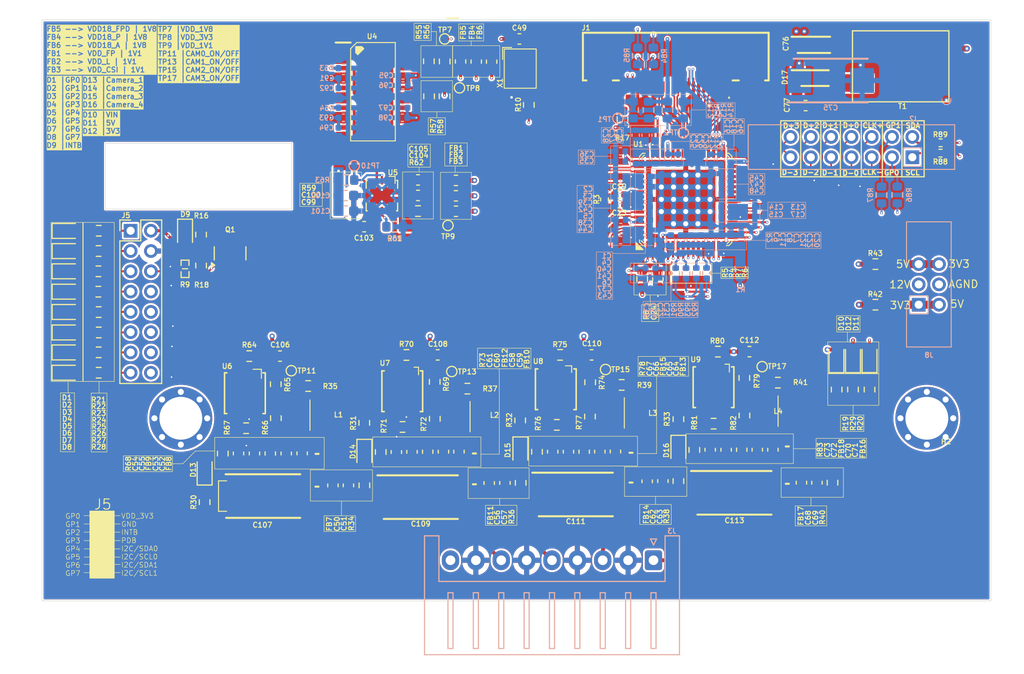
<source format=kicad_pcb>
(kicad_pcb (version 20241229) (generator "pcbnew") (generator_version "9.0")
  (layers (0 "F.Cu" signal) (4 "In1.Cu" signal "Signal") (6 "In2.Cu" signal "GND") (8 "In3.Cu" signal "POWER") (10 "In4.Cu" signal "Signal_2") (2 "B.Cu" signal) (13 "F.Paste" user) (15 "B.Paste" user) (5 "F.SilkS" user "F.Silkscreen") (7 "B.SilkS" user "B.Silkscreen") (1 "F.Mask" user) (3 "B.Mask" user) (25 "Edge.Cuts" user))
  (net 0 "")
  (net 1 "VDD_FP")
  (net 2 "GND")
  (net 3 "VDD_L")
  (net 4 "VDD_CSI")
  (net 5 "Net-(U1-CMLOUTP)")
  (net 6 "/CMLOUT_P")
  (net 7 "VDDIO")
  (net 8 "Net-(U1-CNLOUTN)")
  (net 9 "/CMLOUT_N")
  (net 10 "/PDB")
  (net 11 "VDD18_P")
  (net 12 "Net-(U1-VDD18_P1)")
  (net 13 "Net-(U1-VDD18_P2)")
  (net 14 "Net-(U1-VDD18_P3)")
  (net 15 "VDD18_FPD")
  (net 16 "VDD18_A")
  (net 17 "VDD_1V8")
  (net 18 "/RIN0+")
  (net 19 "/RIN0-")
  (net 20 "Net-(C51-Pad1)")
  (net 21 "Net-(C52-Pad2)")
  (net 22 "VPOC0")
  (net 23 "/Camera_0")
  (net 24 "/RIN1+")
  (net 25 "Net-(C57-Pad1)")
  (net 26 "/RIN1-")
  (net 27 "Net-(C58-Pad2)")
  (net 28 "VPOC1")
  (net 29 "/RIN2+")
  (net 30 "/Camera_1")
  (net 31 "Net-(C63-Pad1)")
  (net 32 "/RIN2-")
  (net 33 "Net-(C64-Pad2)")
  (net 34 "VPOC2")
  (net 35 "/Camera_2")
  (net 36 "/RIN3+")
  (net 37 "Net-(C69-Pad1)")
  (net 38 "/RIN3-")
  (net 39 "Net-(C70-Pad2)")
  (net 40 "VPOC3")
  (net 41 "Net-(D1-A)")
  (net 42 "Net-(D2-A)")
  (net 43 "Net-(D3-A)")
  (net 44 "Net-(D4-A)")
  (net 45 "Net-(D5-A)")
  (net 46 "Net-(D6-A)")
  (net 47 "Net-(D7-A)")
  (net 48 "Net-(D8-A)")
  (net 49 "VDD_3V3")
  (net 50 "Net-(D9-K)")
  (net 51 "/Camera_3")
  (net 52 "Net-(D10-K)")
  (net 53 "Net-(D11-K)")
  (net 54 "VDD_EXT")
  (net 55 "Net-(D12-K)")
  (net 56 "Net-(D13-K)")
  (net 57 "Net-(D14-K)")
  (net 58 "Net-(D15-K)")
  (net 59 "Net-(D16-K)")
  (net 60 "Net-(Q1-D)")
  (net 61 "/INTB")
  (net 62 "/RES")
  (net 63 "Net-(J1-Pin_20)")
  (net 64 "Net-(J1-Pin_18)")
  (net 65 "Net-(J1-Pin_17)")
  (net 66 "Net-(J1-Pin_21)")
  (net 67 "Net-(X1-OUT)")
  (net 68 "/XCLK_25MHz")
  (net 69 "/IDX")
  (net 70 "/MODE")
  (net 71 "Net-(J1-Pin_22)")
  (net 72 "/GPIO0")
  (net 73 "/GPIO1")
  (net 74 "/GPIO2")
  (net 75 "/GPIO3")
  (net 76 "/GPIO4")
  (net 77 "/GPIO5")
  (net 78 "/GPIO6")
  (net 79 "/GPIO7")
  (net 80 "Net-(FB8-Pad2)")
  (net 81 "Net-(FB10-Pad2)")
  (net 82 "Net-(FB13-Pad2)")
  (net 83 "Net-(FB16-Pad2)")
  (net 84 "Net-(J8-Pin_4)")
  (net 85 "/ALL_12")
  (net 86 "Net-(J2-Pin_2)")
  (net 87 "Net-(J2-Pin_3)")
  (net 88 "VDD5V")
  (net 89 "Net-(C95-Pad2)")
  (net 90 "Net-(C97-Pad2)")
  (net 91 "Net-(U5-SS)")
  (net 92 "Net-(C104-Pad2)")
  (net 93 "Net-(J2-Pin_1)")
  (net 94 "Net-(J2-Pin_4)")
  (net 95 "/ALL_5")
  (net 96 "/ALL_3")
  (net 97 "Net-(U4-~{1EN})")
  (net 98 "Net-(U4-~{2EN})")
  (net 99 "Net-(U4-~{1RESET})")
  (net 100 "Net-(U4-~{2RESET})")
  (net 101 "Net-(U5-EN)")
  (net 102 "Net-(U5-FB)")
  (net 103 "Net-(U5-PG)")
  (net 104 "Net-(U6-IN)")
  (net 105 "Net-(U6-ON{slash}OFF)")
  (net 106 "Net-(U6-ADJ)")
  (net 107 "Net-(U6-OUT)")
  (net 108 "Net-(U7-ON{slash}OFF)")
  (net 109 "Net-(U7-IN)")
  (net 110 "Net-(U7-OUT)")
  (net 111 "Net-(U7-ADJ)")
  (net 112 "Net-(U8-ON{slash}OFF)")
  (net 113 "Net-(U8-IN)")
  (net 114 "Net-(U8-ADJ)")
  (net 115 "Net-(U8-OUT)")
  (net 116 "Net-(U9-ON{slash}OFF)")
  (net 117 "Net-(U9-IN)")
  (net 118 "Net-(U9-ADJ)")
  (net 119 "Net-(U9-OUT)")
  (net 120 "Net-(D17-A)")
  (net 129 "VDD_1V1")
  (net 130 "Net-(FB7-Pad2)")
  (net 131 "Net-(FB10-Pad1)")
  (net 132 "Net-(FB13-Pad1)")
  (net 133 "Net-(FB16-Pad1)")
  (net 134 "/CSI0_D0N")
  (net 135 "/CSI0_D1P")
  (net 136 "/CSI0_D1N")
  (net 137 "/CSI0_D3N")
  (net 138 "/CSI0_D2N")
  (net 139 "/CSI0_D3P")
  (net 140 "/CSI0_D0P")
  (net 141 "/CSI0_D2P")
  (net 142 "/I2C_SDA0")
  (net 143 "/I2C_SCL0")
  (net 144 "/I2C_SCL1")
  (net 145 "/I2C_SDA1")
  (net 146 "/CSI1_CLKN")
  (net 147 "/CSI1_D0N")
  (net 148 "/CSI0_CLKN")
  (net 149 "/CSI1_D1N")
  (net 150 "/CSI0_CLKP")
  (net 151 "/CSI1_D1P")
  (net 152 "/CSI1_D0P")
  (net 153 "/CSI1_D2P")
  (net 154 "/CSI1_D2N")
  (net 155 "/CSI1_CLKP")
  (net 156 "/CSI1_D3P")
  (net 157 "/CSI1_D3N")
  (footprint "Capacitor_SMD:C_0603_1608Metric" (layer "F.Cu") (at 131.73 83.11)
    (property "Reference" "C103")
    (property "Value" "0.01uF/10V")
  )
  (footprint "Footprint Library:SMD3225-4P" (layer "F.Cu") (at 147.1 67.53 -90)
    (property "Reference" "X1")
    (property "Value" "25MHZ/100ppm" (hide yes))
  )
  (footprint "Footprint Library:BEADC1005X55N" (layer "F.Cu") (at 127.08 108.74 90)
    (property "Reference" "FB7")
    (property "Value" "MPZ1005F470ETD25" (hide yes))
  )
  (footprint "Resistor_SMD:R_0603_1608Metric" (layer "F.Cu") (at 117.8 105.48 90)
    (property "Reference" "R68")
    (property "Value" "0R")
  )
  (footprint "Footprint Library:LQH3NPN100MJRL" (layer "F.Cu") (at 142.16 101.839 180)
    (property "Reference" "L2")
    (property "Value" "LQH3NPN100MJR" (hide yes))
  )
  (footprint "Resistor_SMD:R_0603_1608Metric" (layer "F.Cu") (at 162.69 108.1925 -90)
    (property "Reference" "R38")
    (property "Value" "49.9R / %1")
  )
  (footprint "Resistor_SMD:R_0603_1608Metric" (layer "F.Cu") (at 129.925 78.51 180)
    (property "Reference" "R59")
    (property "Value" "10K")
  )
  (footprint "Footprint Library:TestPoint_Pad_D0.75" (layer "F.Cu") (at 139.665 64.6)
    (property "Reference" "TP7")
    (property "Value" "DNP")
  )
  (footprint "Resistor_SMD:R_0603_1608Metric" (layer "F.Cu") (at 166.58 95.43 180)
    (property "Reference" "R80")
    (property "Value" "0R")
  )
  (footprint "Resistor_SMD:R_0603_1608Metric" (layer "F.Cu") (at 134.75 83.11)
    (property "Reference" "R61")
    (property "Value" "1.87K/%1")
  )
  (footprint "Package_TO_SOT_SMD:SOT-23" (layer "F.Cu") (at 118.52 85.74 90)
    (property "Reference" "Q1")
    (property "Value" "BSS138")
  )
  (footprint "Library:CAPPM3216X180N" (layer "F.Cu") (at 176.04 65.18)
    (property "Reference" "C76")
    (property "Value" "2.2uF" (hide yes))
  )
  (footprint "Resistor_SMD:R_0603_1608Metric" (layer "F.Cu") (at 105.5475 87.51 180)
    (property "Reference" "R23")
    (property "Value" "220R")
  )
  (footprint "Capacitor_SMD:C_0603_1608Metric" (layer "F.Cu") (at 130.18 108.615 90)
    (property "Reference" "C51")
    (property "Value" "0.015uF/25V")
  )
  (footprint "LED_SMD:LED_0603_1608Metric" (layer "F.Cu") (at 102.475 91.52)
    (property "Reference" "D5")
    (property "Value" "LED_GREEN")
  )
  (footprint "Footprint Library:TestPoint_Pad_D0.75" (layer "F.Cu") (at 170.94 96.91 90)
    (property "Reference" "TP17")
    (property "Value" "DNP")
  )
  (footprint "Resistor_SMD:R_0603_1608Metric" (layer "F.Cu") (at 138.125 70.255 90)
    (property "Reference" "R57")
    (property "Value" "100K")
  )
  (footprint "Footprint Library:BEADC1005X55N" (layer "F.Cu") (at 158.02 105.4 90)
    (property "Reference" "FB13")
    (property "Value" "MPZ1005S331ETD25" (hide yes))
  )
  (footprint "Capacitor_SMD:C_0603_1608Metric" (layer "F.Cu") (at 141.07 105.29 90)
    (property "Reference" "C59")
    (property "Value" "10uF/25V")
  )
  (footprint "LED_SMD:LED_0603_1608Metric" (layer "F.Cu") (at 178.26 96.015 90)
    (property "Reference" "D10")
    (property "Value" "LED_RED")
  )
  (footprint "Resistor_SMD:R_0603_1608Metric" (layer "F.Cu") (at 157.18 72.5 90)
    (property "Reference" "R17")
    (property "Value" "0R")
  )
  (footprint "Capacitor_SMD:C_0603_1608Metric" (layer "F.Cu") (at 144.05 108.3865 90)
    (property "Reference" "C56")
    (property "Value" "0.033uF/25V")
  )
  (footprint "Capacitor_SMD:C_0603_1608Metric" (layer "F.Cu") (at 145.6 108.3775 90)
    (property "Reference" "C57")
    (property "Value" "0.015uF/25V")
  )
  (footprint "Library:0603_Ferrite Beads" (layer "F.Cu") (at 122.48 105.47 90)
    (property "Reference" "FB9")
    (property "Value" "1000ohm")
  )
  (footprint "Footprint Library:R_0402_1005Metric" (layer "F.Cu") (at 114.08 87.26 -90)
    (property "Reference" "R9")
    (property "Value" "4.7K")
  )
  (footprint "Capacitor_SMD:C_0402_1005Metric" (layer "F.Cu") (at 156.85 79.93)
    (property "Reference" "C19")
    (property "Value" "0.1uF")
  )
  (footprint "Capacitor_SMD:C_0603_1608Metric" (layer "F.Cu") (at 138.975 95.75)
    (property "Reference" "C108")
    (property "Value" "1uF/25V")
  )
  (footprint "Resistor_SMD:R_0603_1608Metric" (layer "F.Cu") (at 182.1 86.8)
    (property "Reference" "R43")
    (property "Value" "0R")
  )
  (footprint "Resistor_SMD:R_0603_1608Metric" (layer "F.Cu") (at 139.665 66.82 -90)
    (property "Reference" "R56")
    (property "Value" "0R")
  )
  (footprint "Resistor_SMD:R_0603_1608Metric" (layer "F.Cu") (at 105.5725 95.5 180)
    (property "Reference" "R27")
    (property "Value" "220R")
  )
  (footprint "Library:0603_Ferrite Beads" (layer "F.Cu") (at 168.93 105.1 90)
    (property "Reference" "FB18")
    (property "Value" "1000ohm")
  )
  (footprint "Library:CAPPM7343X310N" (layer "F.Cu") (at 121.78 109.67)
    (property "Reference" "C107")
    (property "Value" "22uF" (hide yes))
  )
  (footprint "Capacitor_SMD:C_0603_1608Metric" (layer "F.Cu") (at 160.67 88.28 90)
    (property "Reference" "C24")
    (property "Value" "10uF")
  )
  (footprint "Resistor_SMD:R_0603_1608Metric" (layer "F.Cu") (at 138.68 98.4065 90)
    (property "Reference" "R69")
    (property "Value" "3.24K")
  )
  (footprint "LED_SMD:LED_0603_1608Metric" (layer "F.Cu") (at 162.69 105.1625 -90)
    (property "Reference" "D16")
    (property "Value" "LED_ORANGE")
  )
  (footprint "Capacitor_SMD:C_0603_1608Metric" (layer "F.Cu") (at 128.65 108.6175 90)
    (property "Reference" "C50")
    (property "Value" "0.033uF/25V")
  )
  (footprint "Resistor_SMD:R_0603_1608Metric" (layer "F.Cu") (at 126.21 98.82 180)
    (property "Reference" "R35")
    (property "Value" "4.02K")
  )
  (footprint "Footprint Library:BEADC1005X55N" (layer "F.Cu") (at 173.42 108.46 90)
    (property "Reference" "FB17")
    (property "Value" "MPZ1005F470ETD25" (hide yes))
  )
  (footprint "Resistor_SMD:R_0402_1005Metric" (layer "F.Cu") (at 162.42 87.71 -90)
    (property "Reference" "R5")
    (property "Value" "4.7K")
  )
  (footprint "Resistor_SMD:R_0603_1608Metric" (layer "F.Cu") (at 131.74 102.45 90)
    (property "Reference" "R31")
    (property "Value" "470R")
  )
  (footprint "Resistor_SMD:R_0603_1608Metric" (layer "F.Cu") (at 159.12 88.28 -90)
    (property "Reference" "R8")
    (property "Value" "10K")
  )
  (footprint "Library:CAPPM7343X310N" (layer "F.Cu") (at 152.5764 109.5126)
    (property "Reference" "C111")
    (property "Value" "22uF" (hide yes))
  )
  (footprint "LED_SMD:LED_0603_1608Metric" (layer "F.Cu") (at 102.475 87.51)
    (property "Reference" "D3")
    (property "Value" "LED_GREEN")
  )
  (footprint "Resistor_SMD:R_0603_1608Metric" (layer "F.Cu") (at 147.95 71.1 90)
    (property "Reference" "R10")
    (property "Value" "0R")
  )
  (footprint "Capacitor_SMD:C_0603_1608Metric" (layer "F.Cu") (at 154.135 95.75)
    (property "Reference" "C110")
    (property "Value" "1uF/25V")
  )
  (footprint "Resistor_SMD:R_0603_1608Metric" (layer "F.Cu") (at 157.1014 98.7126 180)
    (property "Reference" "R39")
    (property "Value" "4.02K")
  )
  (footprint "LED_SMD:LED_0603_1608Metric" (layer "F.Cu") (at 131.75 105.5625 -90)
    (property "Reference" "D14")
    (property "Value" "LED_ORANGE")
  )
  (footprint "Resistor_SMD:R_0603_1608Metric" (layer "F.Cu") (at 178.28 99.175 -90)
    (property "Reference" "R19")
    (property "Value" "10K")
  )
  (footprint "Resistor_SMD:R_0603_1608Metric" (layer "F.Cu") (at 105.5725 97.51 180)
    (property "Reference" "R28")
    (property "Value" "220R")
  )
  (footprint "Capacitor_SMD:C_0603_1608Metric" (layer "F.Cu") (at 161.16 108.1925 90)
    (property "Reference" "C63")
    (property "Value" "0.015uF/25V")
  )
  (footprint "Library:ACM9070" (layer "F.Cu") (at 184.84 67.3 180)
    (property "Reference" "T1")
    (property "Value" "ACM9070-701-2PL-TL01")
  )
  (footprint "Capacitor_SMD:C_0603_1608Metric" (layer "F.Cu") (at 137.035 78.5 180)
    (property "Reference" "C105")
    (property "Value" "10uF")
  )
  (footprint "LED_SMD:LED_0603_1608Metric" (layer "F.Cu") (at 102.4725 95.51)
    (property "Reference" "D7")
    (property "Value" "LED_GREEN")
  )
  (footprint "Footprint Library:SOP65P640X120-29N" (layer "F.Cu") (at 132.597 69.755)
    (property "Reference" "U4")
    (property "Value" "TPS767D318PWP" (hide yes))
  )
  (footprint "Library:CAPPM7343X310N" (layer "F.Cu") (at 137.31 109.7765)
    (property "Reference" "C109")
    (property "Value" "22uF" (hide yes))
  )
  (footprint "Footprint Library:0603_Ferrite Beads" (layer "F.Cu") (at 142.77 66.83 90)
    (property "Reference" "FB4")
    (property "Value" "120ohm")
  )
  (footprint "Footprint Library:BEADC1005X55N" (layer "F.Cu") (at 127.09 105.51 90)
    (property "Reference" "FB8")
    (property "Value" "MPZ1005S331ETD25" (hide yes))
  )
  (footprint "Footprint Library:0603_Ferrite Beads" (layer "F.Cu") (at 140.77 78.55)
    (property "Reference" "FB1")
    (property "Value" "120ohm")
  )
  (footprint "Capacitor_SMD:C_0603_1608Metric" (layer "F.Cu") (at 129.925 81.57 180)
    (property "Reference" "C99")
    (property "Value" "4.7uF/10V")
  )
  (footprint "Resistor_SMD:R_0603_1608Metric" (layer "F.Cu") (at 164.26 105.12 90)
    (property "Reference" "R83")
    (property "Value" "0R")
  )
  (footprint "Library:DFN400X400X80-9N" (layer "F.Cu") (at 166.1486 98.9374 -90)
    (property "Reference" "U9")
    (property "Value" "LM2941LD_NOPB")
  )
  (footprint "LED_SMD:LED_0603_1608Metric" (layer "F.Cu") (at 102.4725 89.52)
    (property "Reference" "D4")
    (property "Value" "LED_GREEN")
  )
  (footprint "Capacitor_SMD:C_0603_1608Metric" (layer "F.Cu") (at 151.8564 105.2976 -90)
    (property "Reference" "C66")
    (property "Value" "0.1uF/25V")
  )
  (footprint "Capacitor_SMD:C_0603_1608Metric" (layer "F.Cu") (at 139.54 105.295 90)
    (property "Reference" "C58")
    (property "Value" "0.1uF/25V")
  )
  (footprint "Resistor_SMD:R_0603_1608Metric" (layer "F.Cu") (at 182.105 90.8)
    (property "Reference" "R42")
    (property "Value" "0R")
  )
  (footprint "Footprint Library:Screw Terminal Shinbo" (layer "F.Cu") (at 113.665 102)
    (property "Reference" "H1" (hide yes))
    (property "Value" "M3x*0.5 L=6")
  )
  (footprint "Resistor_SMD:R_0603_1608Metric" (layer "F.Cu") (at 105.5425 89.52 180)
    (property "Reference" "R24")
    (property "Value" "220R")
  )
  (footprint "Resistor_SMD:R_0603_1608Metric" (layer "F.Cu") (at 133.36 105.3275 90)
    (property "Reference" "R73")
    (property "Value" "0R")
  )
  (footprint "LED_SMD:LED_0603_1608Metric" (layer "F.Cu") (at 181.52 96.0125 90)
    (property "Reference" "D11")
    (property "Value" "LED_RED")
  )
  (footprint "Capacitor_SMD:C_0603_1608Metric" (layer "F.Cu") (at 176.34 108.355 90)
    (property "Reference" "C69")
    (property "Value" "0.015uF/25V")
  )
  (footprint "Capacitor_SMD:C_0603_1608Metric" (layer "F.Cu") (at 156.4864 105.2776 90)
    (property "Reference" "C64")
    (property "Value" "0.1uF/25V")
  )
  (footprint "Footprint Library:TestPoint_Pad_D0.75" (layer "F.Cu") (at 155.51 97.19)
    (property "Reference" "TP15")
    (property "Value" "DNP")
  )
  (footprint "Footprint Library:LQH3NPN100MJRL" (layer "F.Cu") (at 172.51 101.3 180)
    (property "Reference" "L4")
    (property "Value" "LQH3NPN100MJR" (hide yes))
  )
  (footprint "Capacitor_SMD:C_0603_1608Metric" (layer "F.Cu") (at 170.46 105.1 90)
    (property "Reference" "C70")
    (property "Value" "0.1uF/25V")
  )
  (footprint "LED_SMD:LED_0603_1608Metric" (layer "F.Cu") (at 114.08 83.8575 -90)
    (property "Reference" "D9")
    (property "Value" "LED_GREEN")
  )
  (footprint "Resistor_SMD:R_0603_1608Metric" (layer "F.Cu") (at 123.02 98.64 90)
    (property "Reference" "R65")
    (property "Value" "3.24K")
  )
  (footprint "LED_SMD:LED_0603_1608Metric" (layer "F.Cu") (at 102.4725 83.53)
    (property "Reference" "D1")
    (property "Value" "LED_GREEN")
  )
  (footprint "Footprint Library:QFN50P900X900X90-65N-D" (layer "F.Cu") (at 163.41 80.42 90)
    (property "Reference" "U1")
    (property "Value" "TDES960RTDR" (hide yes))
  )
  (footprint "Footprint Library:BEADC1005X55N" (layer "F.Cu") (at 173.42 104.78 90)
    (property "Reference" "FB16")
    (property "Value" "MPZ1005S331ETD25" (hide yes))
  )
  (footprint "Capacitor_SMD:C_0402_1005Metric" (layer "F.Cu") (at 156.85 80.91)
    (property "Reference" "C23")
    (property "Value" "0.1uF")
  )
  (footprint "Resistor_SMD:R_0603_1608Metric" (layer "F.Cu") (at 139.65 70.25 -90)
    (property "Reference" "R58")
    (property "Value" "0R")
  )
  (footprint "Resistor_SMD:R_0603_1608Metric" (layer "F.Cu") (at 138.69 102.0465 90)
    (property "Reference" "R72")
    (property "Value" "5.6K/%1")
  )
  (footprint "Library:DFN400X400X80-9N" (layer "F.Cu") (at 119.98 99.53 -90)
    (property "Reference" "U6")
    (property "Value" "LM2941LD_NOPB")
  )
  (footprint "Resistor_SMD:R_0603_1608Metric" (layer "F.Cu") (at 138.105 66.8 90)
    (property "Reference" "R55")
    (property "Value" "100K")
  )
  (footprint "Library:CAPPM7343X310N" (layer "F.Cu") (at 168.21 109.35)
    (property "Reference" "C113")
    (property "Value" "22uF" (hide yes))
  )
  (footprint "Connector_PinHeader_2.00mm:PinHeader_2x08_P2.00mm_Vertical" (layer "F.Cu") (at 108.72 83.51)
    (property "Reference" "J5")
    (property "Value" "DNP")
  )
  (footprint "Resistor_SMD:R_0402_1005Metric" (layer "F.Cu") (at 165.46 87.69 -90)
    (property "Reference" "R6")
    (property "Value" "4.7K")
  )
  (footprint "Resistor_SMD:R_0603_1608Metric" (layer "F.Cu") (at 177.87 108.35 -90)
    (property "Reference" "R40")
    (property "Value" "49.9R / %1")
  )
  (footprint "Footprint Library:0603_Ferrite Beads" (layer "F.Cu") (at 144.29 66.84 90)
    (property "Reference" "FB6")
    (property "Value" "120ohm")
  )
  (footprint "Capacitor_SMD:C_0603_1608Metric" (layer "F.Cu") (at 119.35 105.47 -90)
    (property "Reference" "C54")
    (property "Value" "0.1uF/25V")
  )
  (footprint "Resistor_SMD:R_0603_1608Metric" (layer "F.Cu") (at 137.035 81.57 180)
    (property "Reference" "R62")
    (property "Value" "0R")
  )
  (footprint "Resistor_SMD:R_0402_1005Metric" (layer "F.Cu") (at 188.52 74.84 180)
    (property "Reference" "R89")
    (property "Value" "0R")
  )
  (footprint "Capacitor_SMD:C_0603_1608Metric" (layer "F.Cu") (at 169.69 95.43)
    (property "Reference" "C112")
    (property "Value" "1uF/25V")
  )
  (footprint "Capacitor_SMD:C_0603_1608Metric" (layer "F.Cu") (at 172 105.1 90)
    (property "Reference" "C71")
    (property "Value" "10uF/25V")
  )
  (footprint "Resistor_SMD:R_0603_1608Metric" (layer "F.Cu") (at 105.5825 93.54 180)
    (property "Reference" "R26")
    (property "Value" "220R")
  )
  (footprint "Footprint Library:TestPoint_Pad_D0.75" (layer "F.Cu") (at 124.55 97.31)
    (property "Reference" "TP11")
    (property "Value" "DNP")
  )
  (footprint "Footprint Library:LQH3NPN100MJRL" (layer "F.Cu") (at 126.39 101.69 180)
    (property "Reference" "L1")
    (property "Value" "LQH3NPN100MJR" (hide yes))
  )
  (footprint "Capacitor_SMD:C_0603_1608Metric" (layer "F.Cu") (at 175.22 71.17 180)
    (property "Reference" "C77")
    (property "Value" "0.1uF/25V")
  )
  (footprint "LED_SMD:LED_0603_1608Metric" (layer "F.Cu") (at 102.4625 97.51)
    (property "Reference" "D8")
    (property "Value" "LED_GREEN")
  )
  (footprint "Capacitor_SMD:C_0603_1608Metric" (layer "F.Cu") (at 120.92 105.47 -90)
    (property "Reference" "C55")
    (property "Value" "10uF/25V")
  )
  (footprint "Capacitor_SMD:C_0603_1608Metric" (layer "F.Cu") (at 136.44 105.3075 -90)
    (property "Reference" "C60")
    (property "Value" "0.1uF/25V")
  )
  (footprint "Capacitor_SMD:C_0603_1608Metric" (layer "F.Cu") (at 147.02 64.6)
    (property "Reference" "C49")
    (property "Value" "0.1uF")
  )
  (footprint "Capacitor_SMD:C_0603_1608Metric" (layer "F.Cu") (at 123.44 95.87)
    (property "Reference" "C106")
    (property "Value" "1uF/25V")
  )
  (footprint "Resistor_SMD:R_0603_1608Metric" (layer "F.Cu") (at 141.9 99.079 180)
    (property "Reference" "R37")
    (property "Value" "4.02K")
  )
  (footprint "Footprint Library:LQH3NPN100MJRL" (layer "F.Cu") (at 157.3614 101.4726 180)
    (property "Reference" "L3")
    (property "Value" "LQH3NPN100MJR" (hide yes))
  )
  (footprint "Resistor_SMD:R_0603_1608Metric" (layer "F.Cu") (at 153.9764 101.8326 90)
    (property "Reference" "R77")
    (property "Value" "5.6K/%1")
  )
  (footprint "Footprint Library:TestPoint_Pad_D0.75" (layer "F.Cu") (at 139.985 82.99)
    (property "Reference" "TP9")
    (property "Value" "DNP")
  )
  (footprint "Capacitor_SMD:C_0603_1608Metric" (layer "F.Cu") (at 125.62 105.46 90)
    (property "Reference" "C52")
    (property "Value" "0.1uF/25V")
  )
  (footprint "Resistor_SMD:R_0603_1608Metric" (layer "F.Cu") (at 116.01 110.27 -90)
    (property "Reference" "R30")
    (property "Value" "470R")
  )
  (footprint "Resistor_SMD:R_0402_1005Metric" (layer "F.Cu") (at 164.45 87.7 -90)
    (property "Reference" "R7")
    (property "Value" "4.7K")
  )
  (footprint "Library:VREG_TPS74801TDRCRQ1" (layer "F.Cu") (at 133.475 80.05 -90)
    (property "Reference" "U5")
    (property "Value" "TPS74801TDRCRQ1")
  )
  (footprint "Footprint Library:BEADC1005X55N" (layer "F.Cu") (at 158.02 108.34 90)
    (property "Reference" "FB14")
    (property "Value" "MPZ1005F470ETD25" (hide yes))
  )
  (footprint "LED_SMD:LED_0603_1608Metric" (layer "F.Cu") (at 179.89 96.015 90)
    (property "Reference" "D12")
    (property "Value" "LED_RED")
  )
  (footprint "Capacitor_SMD:C_0603_1608Metric" (layer "F.Cu") (at 174.81 108.35 90)
    (property "Reference" "C68")
    (property "Value" "0.033uF/25V")
  )
  (footprint "Footprint Library:0603_Ferrite Beads" (layer "F.Cu") (at 140.77 81.59)
    (property "Reference" "FB3")
    (property "Value" "120ohm")
  )
  (footprint "Resistor_SMD:R_0603_1608Metric" (layer "F.Cu") (at 147.15 108.3685 -90)
    (property "Reference" "R36")
    (property "Value" "49.9R / %1")
  )
  (footprint "Capacitor_SMD:C_0603_1608Metric" (layer "F.Cu") (at 167.39 105.105 -90)
    (property "Reference" "C72")
    (property "Value" "0.1uF/25V")
  )
  (footprint "Capacitor_SMD:C_0603_1608Metric" (layer "F.Cu") (at 134.9 105.3275 -90)
    (property "Reference" "C61")
    (property "Value" "10uF/25V")
  )
  (footprint "Resistor_SMD:R_0603_1608Metric" (layer "F.Cu") (at 162.69 102.09 90)
    (property "Reference" "R33")
    (property "Value" "470R")
  )
  (footprint "Resistor_SMD:R_0402_1005Metric" (layer "F.Cu") (at 155.41 80.42 90)
    (property "Reference" "R3")
    (property "Value" "100R")
  )
  (footprint "Resistor_SMD:R_0402_1005Metric" (layer "F.Cu") (at 163.44 87.71 -90)
    (property "Reference" "R4")
    (property "Value" "4.7K")
  )
  (footprint "Library:0603_Ferrite Beads" (layer "F.Cu") (at 153.4064 105.2976 90)
    (property "Reference" "FB15")
    (property "Value" "1000ohm")
  )
  (footprint "Resistor_SMD:R_0603_1608Metric" (layer "F.Cu") (at 105.5825 83.51 180)
    (property "Reference" "R21")
    (property "Value" "220R")
  )
  (footprint "Library:DFN400X400X80-9N" (layer "F.Cu") (at 150.61 99.14 -90)
    (property "Reference" "U8")
    (property "Value" "LM2941LD_NOPB")
  )
  (footprint "Footprint Library:Screw Terminal Shinbo" (layer "F.Cu") (at 187.165 102)
    (property "Reference" "H2")
    (property "Value" "M3x*0.5 L=6")
  )
  (footprint "Resistor_SMD:R_0603_1608Metric" (layer "F.Cu") (at 131.75 108.6125 -90)
    (property "Reference" "R34")
    (property "Value" "49.9R / %1")
  )
  (footprint "Resistor_SMD:R_0603_1608Metric" (layer "F.Cu") (at 135.895 95.76 180)
    (property "Reference" "R70")
    (property "Value" "0R")
  )
  (footprint "Resistor_SMD:R_0603_1608Metric" (layer "F.Cu") (at 105.5625 85.51 180)
    (property "Reference" "R22")
    (property "Value" "220R")
  )
  (footprint "Resistor_SMD:R_0603_1608Metric" (layer "F.Cu") (at 153.9964 98.4526 90)
    (property "Reference" "R74")
    (property "Value" "3.24K")
  )
  (footprint "Capacitor_SMD:C_0603_1608Metric" (layer "F.Cu") (at 159.6114 108.2151 90)
    (property "Reference" "C62")
    (property "Value" "0.033uF/25V")
  )
  (footprint "Footprint Library:0603_Ferrite Beads" (layer "F.Cu") (at 140.77 80.07)
    (property "Reference" "FB2")
    (property "Value" "120ohm")
  )
  (footprint "Footprint Library:TestPoint_Pad_D0.75" (layer "F.Cu") (at 141.12 69.42)
    (property "Reference" "TP8")
    (property "Value" "DNP")
  )
  (footprint "Resistor_SMD:R_0603_1608Metric" (layer "F.Cu") (at 169.195 101.725 90)
    (property "Reference" "R82")
    (property "Value" "5.6K/%1")
  )
  (footprint "Capacitor_SMD:C_0603_1608Metric" (layer "F.Cu") (at 129.925 80.04 180)
    (property "Reference" "C100")
    (property "Value" "0.1uF/10V")
  )
  (footprint "Resistor_SMD:R_0603_1608Metric" (layer "F.Cu") (at 115.66 86.945 90)
    (property "Reference" "R18")
    (property "Value" "100K")
  )
  (footprint "Resistor_SMD:R_0603_1608Metric" (layer "F.Cu") (at 105.5725 91.53 180)
    (property "Reference" "R25")
    (property "Value" "220R")
  )
  (footprint "LED_SMD:LED_0603_1608Metric" (layer "F.Cu") (at 102.475 85.52)
    (property "Reference" "D2")
    (property "Value" "LED_GREEN")
  )
  (footprint "Footprint Library:BEADC1005X55N" (layer "F.Cu") (at 142.59 108.51 90)
    (property "Reference" "FB11")
    (property "Value" "MPZ1005F470ETD25" (hide yes))
  )
  (footprint "Library:DFN400X400X80-9N" (layer "F.Cu") (at 135.4836 99.3339 -90)
    (property "Reference" "U7")
    (property "Value" "LM2941LD_NOPB")
  )
  (footprint "Capacitor_SMD:C_0603_1608Metric" (layer "F.Cu") (at 124.05 105.47 90)
    (property "Reference" "C53")
    (property "Value" "10uF/25V")
  )
  (footprint "Resistor_SMD:R_0603_1608Metric" (layer "F.Cu") (at 135.51 102.8565)
    (property "Reference" "R71")
    (property "Value" "34.0K/%1")
  )
  (footprint "LED_SMD:LED_0603_1608Metric" (layer "F.Cu") (at 102.4725 93.54)
    (property "Reference" "D6")
    (property "Value" "LED_GREEN")
  )
  (footprint "Resistor_SMD:R_0603_1608Metric" (layer "F.Cu") (at 147.1 102.21 90)
    (property "Reference" "R32")
    (property "Value" "470R")
  )
  (footprint "Capacitor_SMD:C_0603_1608Metric" (layer "F.Cu") (at 150.3064 105.2926 -90)
    (property "Reference" "C67")
    (property "Value" "10uF/25V")
  )
  (footprint "Resistor_SMD:R_0603_1608Metric" (layer "F.Cu") (at 172.49 98.49 180)
    (property "Reference" "R41")
    (property "Value" "4.02K")
  )
  (footprint "Resistor_SMD:R_0402_1005Metric" (layer "F.Cu") (at 188.51 75.86 180)
    (property "Reference" "R88")
    (property "Value" "0R")
  )
  (footprint "Resistor_SMD:R_0603_1608Metric" (layer "F.Cu") (at 123.03 101.99 90)
    (property "Reference" "R66")
    (property "Value" "5.6K/%1")
  )
  (footprint "Library:0603_Ferrite Beads" (layer "F.Cu") (at 137.99 105.3 90)
    (property "Reference" "FB12")
    (property "Value" "1000ohm")
  )
  (footprint "Resistor_SMD:R_0603_1608Metric" (layer "F.Cu") (at 166.16 102.53)
    (property "Reference" "R81")
    (property "Value" "34.0K/%1")
  )
  (footprint "LED_SMD:LED_0603_1608Metric" (layer "F.Cu") (at 116.01 107.1 90)
    (property "Reference" "D13")
    (property "Value" "LED_ORANGE")
  )
  (footprint "LED_SMD:LED_0603_1608Metric" (layer "F.Cu") (at 147.12 105.3225 -90)
    (property "Reference" "D15")
    (property "Value" "LED_ORANGE")
  )
  (footprint "Resistor_SMD:R_0603_1608Metric" (layer "F.Cu") (at 148.7564 105.3026 90)
    (property "Reference" "R78")
    (property "Value" "0R")
  )
  (footprint "Resistor_SMD:R_0603_1608Metric" (layer "F.Cu") (at 181.52 99.1725 -90)
    (property "Reference" "R20")
    (property "Value" "10K")
  )
  (footprint "Capacitor_SMD:C_0603_1608Metric" (layer "F.Cu") (at 165.82 105.1 -90)
    (property "Reference" "C73")
    (property "Value" "10uF/25V")
  )
  (footprint "Resistor_SMD:R_0603_1608Metric" (layer "F.Cu") (at 150.7064 102.6526)
    (property "Reference" "R76")
    (property "Value" "34.0K/%1")
  )
  (footprint "Capacitor_SMD:C_0603_1608Metric" (layer "F.Cu") (at 154.9464 105.2876 90)
    (property "Reference" "C65")
    (property "Value" "10uF/25V")
  )
  (footprint "Resistor_SMD:R_0603_1608Metric" (layer "F.Cu") (at 120.1 102.98)
    (property "Reference" "R67")
    (property "Value" "34.0K/%1")
  )
  (footprint "Capacitor_SMD:C_0603_1608Metric" (layer "F.Cu") (at 137.035 80.03 180)
    (property "Reference" "C104")
    (property "Value" "0.1uF")
  )
  (footprint "Footprint Library:BEADC1005X55N" (layer "F.Cu") (at 142.59 105.47 90)
    (property "Reference" "FB10")
    (property "Value" "MPZ1005S331ETD25" (hide yes))
  )
  (footprint "Footprint Library:SOD3716X145N" (layer "F.Cu") (at 176.15 68.46)
    (property "Reference" "D17")
    (property "Value" "1N5819HW-7-F" (hide yes))
  )
  (footprint "Footprint Library:0603_Ferrite Beads" (layer "F.Cu") (at 141.23 66.82 90)
    (property "Reference" "FB5")
    (property "Value" "120ohm")
  )
  (footprint "Resistor_SMD:R_0603_1608Metric" (layer "F.Cu") (at 115.66 83.89 -90)
    (property "Reference" "R16")
    (property "Value" "470R")
  )
  (footprint "Resistor_SMD:R_0603_1608Metric" (layer "F.Cu") (at 169.185 98.02 90)
    (property "Reference" "R79")
    (property "Value" "3.24K")
  )
  (footprint "Resistor_SMD:R_0603_1608Metric" (layer "F.Cu") (at 120.41 95.87 180)
    (property "Reference" "R64")
    (property "Value" "0R")
  )
  (footprint "Footprint Library:F32R1A7H111022" (layer "F.Cu") (at 162.43 66.34 180)
    (property "Reference" "J1")
    (property "Value" "FFC SOCKET DR_BOTTOM 0.5MM -22P" (hide yes))
  )
  (footprint "Resistor_SMD:R_0603_1608Metric" (layer "F.Cu") (at 151.03 95.75 180)
    (property "Reference" "R75")
    (property "Value" "0R")
  )
  (footprint "Resistor_SMD:R_0603_1608Metric" (layer "F.Cu") (at 179.89 99.165 -90)
    (property "Reference" "R29")
    (property "Value" "10K")
  )
  (footprint "Footprint Library:TestPoint_Pad_D0.75" (layer "F.Cu") (at 140.36 97.39 180)
    (property "Reference" "TP13")
    (property "Value" "DNP")
  )
  (footprint "Capacitor_SMD:C_0402_1005Metric" (layer "B.Cu") (at 158.49 76.43 -90)
    (property "Reference" "C25")
    (property "Value" "0.1uF")
  )
  (footprint "Capacitor_SMD:C_0402_1005Metric" (layer "B.Cu") (at 165.89 76.45 -90)
    (property "Reference" "C16")
    (property "Value" "0.1uF")
  )
  (footprint "Resistor_SMD:R_0402_1005Metric" (layer "B.Cu") (at 161.94 84.44 90)
    (property "Reference" "R2")
    (property "Value" "10K")
  )
  (footprint "Capacitor_SMD:C_0402_1005Metric" (layer "B.Cu") (at 161.67 76.43 -90)
    (property "Reference" "C12")
    (property "Value" "0.01uF")
  )
  (footprint "Capacitor_SMD:C_0402_1005Metric" (layer "B.Cu") (at 162.66 76.43 -90)
    (property "Reference" "C10")
    (property "Value" "0.1uF")
  )
  (footprint "Capacitor_SMD:C_0402_1005Metric" (layer "B.Cu") (at 162.94 84.42 90)
    (property "Reference" "C9")
    (property "Value" "0.1uF")
  )
  (footprint "Resistor_SMD:R_0603_1608Metric" (layer "B.Cu") (at 129.925 78.51 180)
    (property "Reference" "R63")
    (property "Value" "100K")
  )
  (footprint "Resistor_SMD:R_0402_1005Metric" (layer "B.Cu") (at 129.7 67.48)
    (property "Reference" "R53")
    (property "Value" "0R")
  )
  (footprint "Capacitor_SMD:C_0402_1005Metric" (layer "B.Cu") (at 156.98 76.67 180)
    (property "Reference" "C35")
    (property "Value" "0.01uF")
  )
  (footprint "Capacitor_SMD:C_0402_1005Metric" (layer "B.Cu") (at 156.98 78.16 180)
    (property "Reference" "C2")
    (property "Value" "0.1uF")
  )
  (footprint "Resistor_SMD:R_0603_1608Metric" (layer "B.Cu") (at 159.75 71.61 -90)
    (property "Reference" "R11")
    (property "Value" "DNP")
  )
  (footprint "Capacitor_SMD:C_0402_1005Metric" (layer "B.Cu") (at 160.44 74.09 90)
    (property "Reference" "C30")
    (property "Value" "0.1uF")
  )
  (footprint "Capacitor_SMD:C_0402_1005Metric" (layer "B.Cu") (at 167.4 78.87 180)
    (property "Reference" "C47")
    (property "Value" "1uF")
  )
  (footprint "Capacitor_SMD:C_0603_1608Metric" (layer "B.Cu") (at 129.935 81.57 180)
    (property "Reference" "C101")
    (property "Value" "1uF/10V")
  )
  (footprint "Capacitor_SMD:C_0402_1005Metric" (layer "B.Cu") (at 129.685 73.35 180)
    (property "Reference" "C94")
    (property "Value" "0.1uF/10V")
  )
  (footprint "Capacitor_SMD:C_0402_1005Metric" (layer "B.Cu") (at 165.91 84.41 90)
    (property "Reference" "C7")
    (property "Value" "10uF")
  )
  (footprint "Capacitor_SMD:C_0402_1005Metric" (layer "B.Cu") (at 161.42 87.7 -90)
    (property "Reference" "C31")
    (property "Value" "0.01uF")
  )
  (footprint "Capacitor_SMD:C_0402_1005Metric" (layer "B.Cu") (at 156.99 83.44 180)
    (property "Reference" "C38")
    (property "Value" "10uF")
  )
  (footprint "Capacitor_SMD:C_0402_1005Metric" (layer "B.Cu") (at 167.39 82.16 180)
    (property "Reference" "C15")
    (property "Value" "0.1uF")
  )
  (footprint "Resistor_SMD:R_0603_1608Metric" (layer "B.Cu") (at 161.61 71.61 -90)
    (property "Reference" "R13")
    (property "Value" "DNP")
  )
  (footprint "Capacitor_SMD:C_0402_1005Metric" (layer "B.Cu") (at 159.43 80.16)
    (property "Reference" "C40")
    (property "Value" "0.1uF")
  )
  (footprint "Capacitor_SMD:C_0402_1005Metric" (layer "B.Cu") (at 159.44 82.43)
    (property "Reference" "C6")
    (property "Value" "0.01uF")
  )
  (footprint "Capacitor_SMD:C_0603_1608Metric" (layer "B.Cu") (at 129.925 80.04 180)
    (property "Reference" "C102")
    (property "Value" "4.7uF/10V")
  )
  (footprint "Capacitor_SMD:C_0402_1005Metric" (layer "B.Cu") (at 168.87 84.4 90)
    (property "Reference" "C20")
    (property "Value" "1uF")
  )
  (footprint "Resistor_SMD:R_0603_1608Metric" (layer "B.Cu") (at 134.74 83.12)
    (property "Reference" "R60")
    (property "Value" "4.99K/%1")
  )
  (footprint "Capacitor_SMD:C_0402_1005Metric" (layer "B.Cu") (at 167.38 81.17 180)
    (property "Reference" "C14")
    (property "Value" "1uF")
  )
  (footprint "Capacitor_SMD:C_0402_1005Metric" (layer "B.Cu") (at 158.48 74.09 90)
    (property "Reference" "C28")
    (property "Value" "1uF")
  )
  (footprint "Resistor_SMD:R_0603_1608Metric" (layer "B.Cu") (at 158.69 66.275 -90)
    (property "Reference" "R85")
    (property "Value" "0R")
  )
  (footprint "Resistor_SMD:R_0603_1608Metric" (layer "B.Cu") (at 168.78 87.26 90)
    (property "Reference" "R1")
    (property "Value" "0R")
  )
  (footprint "Resistor_SMD:R_0603_1608Metric" (layer "B.Cu") (at 163.16 71.61 90)
    (property "Reference" "R14")
    (property "Value" "10K")
  )
  (footprint "Footprint Library:Analog power connector" (layer "B.Cu") (at 187.364903 88.801703)
    (property "Reference" "J8")
    (property "Value" "DC3-6P MALE Connector")
  )
  (footprint "Capacitor_SMD:C_0402_1005Metric" (layer "B.Cu") (at 159.43 78.16)
    (property "Reference" "C1")
    (property "Value" "0.01uF")
  )
  (footprint "Capacitor_SMD:C_0402_1005Metric" (layer "B.Cu") (at 135.55 69.18)
    (property "Reference" "C96")
    (property "Value" "10uF")
  )
  (footprint "Resistor_SMD:R_0603_1608Metric" (layer "B.Cu") (at 184.26 79.98 90)
    (property "Reference" "R86")
    (property "Value" "0R")
  )
  (footprint "Capacitor_SMD:C_0402_1005Metric" (layer "B.Cu") (at 160.43 87.69 -90)
    (property "Reference" "C32")
    (property "Value" "0.1uF")
  )
  (footprint "Capacitor_SMD:C_0402_1005Metric" (layer "B.Cu") (at 157.01 82.43 180)
    (property "Reference" "C5")
    (property "Value" "0.1uF")
  )
  (footprint "Footprint Library:TestPoint_Pad_D0.75" (layer "B.Cu") (at 163.16 73.85 180)
    (property "Reference" "TP2")
    (property "Value" "DNP")
  )
  (footprint "Resistor_SMD:R_0402_1005Metric" (layer "B.Cu") (at 163.44 87.71 -90)
    (property "Reference" "R90")
    (property "Value" "0R")
  )
  (footprint "Capacitor_SMD:C_0402_1005Metric" (layer "B.Cu") (at 159.47 76.43 -90)
    (property "Reference" "C26")
    (property "Value" "0.01uF")
  )
  (footprint "Capacitor_SMD:C_0402_1005Metric" (layer "B.Cu") (at 135.505 71.39)
    (property "Reference" "C97")
    (property "Value" "0.1uF")
  )
  (footprint "Capacitor_SMD:C_0402_1005Metric" (layer "B.Cu") (at 129.68 68.47 180)
    (property "Reference" "C91")
    (property "Value" "4.7uF/10V")
  )
  (footprint "Capacitor_SMD:C_0402_1005Metric" (layer "B.Cu") (at 167.88 84.41 90)
    (property "Reference" "C22")
    (property "Value" "0.01uF")
  )
  (footprint "Capacitor_SMD:C_0402_1005Metric" (layer "B.Cu") (at 169.74 81.18)
    (property "Reference" "C13")
    (property "Value" "10uF")
  )
  (footprint "Capacitor_SMD:C_0402_1005Metric" (layer "B.Cu") (at 169.74 82.16)
    (property "Reference" "C17")
    (property "Value" "0.01uF")
  )
  (footprint "Resistor_SMD:R_0402_1005Metric" (layer "B.Cu") (at 162.42 87.71 -90)
    (property "Reference" "R91")
    (property "Value" "0R")
  )
  (footprint "Resistor_SMD:R_0603_1608Metric" (layer "B.Cu") (at 158.22 71.61 90)
    (property "Reference" "R12")
    (property "Value" "10K")
  )
  (footprint "Capacitor_SMD:C_0402_1005Metric" (layer "B.Cu") (at 156.98 75.68 180)
    (property "Reference" "C36")
    (property "Value" "0.1uF")
  )
  (footprint "Capacitor_SMD:C_0402_1005Metric" (layer "B.Cu") (at 167.4 79.85 180)
    (property "Reference" "C48")
    (property "Value" "10uF")
  )
  (footprint "Capacitor_SMD:C_0402_1005Metric" (layer "B.Cu") (at 156.99 80.18 180)
    (property "Reference" "C39")
    (property "Value" "0.01uF")
  )
  (footprint "Capacitor_SMD:C_0402_1005Metric" (layer "B.Cu") (at 129.685 69.45 180)
    (property "Reference" "C92")
    (property "Value" "0.1uF/10V")
  )
  (footprint "Resistor_SMD:R_0402_1005Metric" (layer "B.Cu") (at 164.45 87.7 -90)
    (property "Reference" "R93")
    (property "Value" "DNP")
  )
  (footprint "Capacitor_SMD:C_0402_1005Metric" (layer "B.Cu") (at 159.46 74.09 90)
    (property "Reference" "C27")
    (property "Value" "10uF")
  )
  (footprint "Capacitor_SMD:C_0402_1005Metric" (layer "B.Cu") (at 167.86 76.44 90)
    (property "Reference" "C46")
    (property "Value" "0.1uF")
  )
  (footprint "Capacitor_SMD:C_0402_1005Metric" (layer "B.Cu") (at 135.55 68.2)
    (property "Reference" "C95")
    (property "Value" "0.1uF")
  )
  (footprint "Capacitor_SMD:C_0402_1005Metric" (layer "B.Cu") (at 159.44 87.69 -90)
    (property "Reference" "C34")
    (property "Value" "0.1uF")
  )
  (footprint "Resistor_SMD:R_0402_1005Metric" (layer "B.Cu") (at 129.705 71.38)
    (property "Reference" "R54")
    (property "Value" "0R")
  )
  (footprint "Capacitor_SMD:C_0402_1005Metric" (layer "B.Cu") (at 166.9 84.41 90)
    (property "Reference" "C21")
    (property "Value" "0.1uF")
  )
  (footprint "Connector_JST:JST_XH_S9B-XH-A_1x09_P2.50mm_Horizontal" (layer "B.Cu") (at 160.235 116 180)
    (property "Reference" "J3")
    (property "Value" "JST_XH_S9B-XH-A_1x09_P2.50mm_MALE_Horizontal_RightAngle")
  )
  (footprint "Capacitor_SMD:C_0402_1005Metric" (layer "B.Cu") (at 158.46 87.69 -90)
    (property "Reference" "C33")
    (property "Value" "0.01uF")
  )
  (footprint "Capacitor_SMD:C_0402_1005Metric" (layer "B.Cu") (at 159.43 83.44)
    (property "Reference" "C37")
    (property "Value" "1uF")
  )
  (footprint "Footprint Library:TestPoint_Pad_D0.75" (layer "B.Cu") (at 156.73 72.43 180)
    (property "Reference" "TP1")
    (property "Value" "DNP")
  )
  (footprint "Capacitor_SMD:C_0402_1005Metric" (layer "B.Cu") (at 156.99 81.17 180)
    (property "Reference" "C42")
    (property "Value" "0.1uF")
  )
  (footprint "Capacitor_SMD:C_0402_1005Metric" (layer "B.Cu") (at 159.43 81.17)
    (property "Reference" "C41")
    (property "Value" "0.01uF")
  )
  (footprint "Resistor_SMD:R_0402_1005Metric" (layer "B.Cu") (at 165.46 87.69 -90)
    (property "Reference" "R92")
    (property "Value" "DNP")
  )
  (footprint "Capacitor_SMD:C_0402_1005Metric" (layer "B.Cu") (at 160.45 76.43 -90)
    (property "Reference" "C29")
    (property "Value" "0.01uF")
  )
  (footprint "Footprint Library:Analog signal connector" (layer "B.Cu") (at 179.737 75.261703 90)
    (property "Reference" "J2")
    (property "Value" "PinSocket_2x7_FEMALE_2.00mm")
  )
  (footprint "Capacitor_SMD:C_0402_1005Metric" (layer "B.Cu") (at 159.43 84.43)
    (property "Reference" "C43")
    (property "Value" "0.01uF")
  )
  (footprint "Resistor_SMD:R_0603_1608Metric" (layer "B.Cu") (at 182.7 79.99 90)
    (property "Reference" "R87")
    (property "Value" "0R")
  )
  (footprint "Resistor_SMD:R_0603_1608Metric" (layer "B.Cu") (at 160.22 66.275 -90)
    (property "Reference" "R84")
    (property "Value" "0R")
  )
  (footprint "Footprint Library:TestPoint_Pad_D0.75" (layer "B.Cu") (at 130.745 77.1 90)
    (property "Reference" "TP10")
    (property "Value" "DNP")
  )
  (footprint "Library:CAPPM7343X310N" (layer "B.Cu") (at 177.69 68.7)
    (property "Reference" "C75")
    (property "Value" "22uF" (hide yes))
  )
  (footprint "Capacitor_SMD:C_0402_1005Metric" (layer "B.Cu") (at 164.91 84.41 90)
    (property "Reference" "C8")
    (property "Value" "1uF")
  )
  (footprint "Capacitor_SMD:C_0402_1005Metric" (layer "B.Cu") (at 135.495 72.37)
    (property "Reference" "C98")
    (property "Value" "10uF")
  )
  (footprint "Capacitor_SMD:C_0402_1005Metric" (layer "B.Cu") (at 166.87 76.45 -90)
    (property "Reference" "C18")
    (property "Value" "0.01uF")
  )
  (footprint "Capacitor_SMD:C_0402_1005Metric" (layer "B.Cu") (at 167.4 77.88 180)
    (property "Reference" "C45")
    (property "Value" "0.01uF")
  )
  (footprint "Capacitor_SMD:C_0402_1005Metric" (layer "B.Cu") (at 129.685 72.37 180)
    (property "Reference" "C93")
    (property "Value" "4.7uF/10V")
  )
  (footprint "Capacitor_SMD:C_0402_1005Metric" (layer "B.Cu") (at 156.99 84.43 180)
    (property "Reference" "C44")
    (property "Value" "0.1uF")
  )
  (footprint "Capacitor_SMD:C_0402_1005Metric" (layer "B.Cu") (at 156.98 79.14 180)
    (property "Reference" "C3")
    (property "Value" "1uF")
  )
  (footprint "Capacitor_SMD:C_0402_1005Metric" (layer "B.Cu") (at 159.43 79.14)
    (property "Reference" "C4")
    (property "Value" "10uF")
  )
  (footprint "Capacitor_SMD:C_0402_1005Metric" (layer "B.Cu") (at 163.91 84.42 90)
    (property "Reference" "C11")
    (property "Value" "0.01uF")
  )
  (gr_line (start 174.02 105) (end 176.25 105) (stroke (width 0.05)) (layer "F.SilkS"))
  (gr_rect (start 139.67 74.855) (end 141.88 77.125) (stroke (width 0.05)) (fill no) (layer "F.SilkS"))
  (gr_line (start 107.685 116.41) (end 107.135 116.41) (stroke (width 0.05)) (layer "F.SilkS"))
  (gr_line (start 107.695 115.69) (end 107.145 115.69) (stroke (width 0.05)) (layer "F.SilkS"))
  (gr_line (start 166 87.705805) (end 166.88 87.705805) (stroke (width 0.05)) (layer "F.SilkS"))
  (gr_rect (start 100.88 82.69) (end 104 98.37) (stroke (width 0.05)) (fill no) (layer "F.SilkS"))
  (gr_line (start 116.99 105.23) (end 115.11 105.23) (stroke (width 0.05)) (layer "F.SilkS"))
  (gr_line (start 104.68 113.23) (end 104.13 113.23) (stroke (width 0.05)) (layer "F.SilkS"))
  (gr_line (start 142.27 64.8) (end 142.27 65.25) (stroke (width 0.05)) (layer "F.SilkS"))
  (gr_rect (start 159.056013 90.807623) (end 160.76 92.46) (stroke (width 0.05)) (fill no) (layer "F.SilkS"))
  (gr_line (start 143.24 105.54) (end 145.04 105.54) (stroke (width 0.05)) (layer "F.SilkS"))
  (gr_rect (start 142.9 95.09) (end 148.16 97.12) (stroke (width 0.05)) (fill no) (layer "F.SilkS"))
  (gr_rect (start 135.51 77.71) (end 138.55 82.35) (stroke (width 0.05)) (fill no) (layer "F.SilkS"))
  (gr_line (start 176.72 72.7) (end 176.72 78.19) (stroke (width 0.12)) (layer "F.SilkS"))
  (gr_line (start 105.61 99.52) (end 105.61 98.37) (stroke (width 0.05)) (layer "F.SilkS"))
  (gr_line (start 159.908007 90.807623) (end 159.908007 89.84) (stroke (width 0.05)) (layer "F.SilkS"))
  (gr_line (start 107.685 111.6) (end 107.135 111.6) (stroke (width 0.05)) (layer "F.SilkS"))
  (gr_line (start 182.79 72.67) (end 182.79 78.15) (stroke (width 0.12)) (layer "F.SilkS"))
  (gr_rect (start 176.25 103.98) (end 181.22 105.93) (stroke (width 0.05)) (fill no) (layer "F.SilkS"))
  (gr_rect (start 178.282884 91.885769) (end 180.581274 93.494159) (stroke (width 0.05)) (fill no) (layer "F.SilkS"))
  (gr_line (start 104.675 114.88) (end 104.125 114.88) (stroke (width 0.05)) (layer "F.SilkS"))
  (gr_rect (start 158.72 95.905) (end 163.69 97.855) (stroke (width 0.05)) (fill no) (layer "F.SilkS"))
  (gr_rect (start 126.43 107.085) (end 132.55 110.165) (stroke (width 0.05)) (fill no) (layer "F.SilkS"))
  (gr_rect (start 125.395 78.84) (end 127.605 81.11) (stroke (width 0.05)) (fill no) (layer "F.SilkS"))
  (gr_rect (start 178.66161 101.69) (end 180.96 103.29839) (stroke (width 0.05)) (fill no) (layer "F.SilkS"))
  (gr_line (start 104.67 112.42) (end 104.12 112.42) (stroke (width 0.05)) (layer "F.SilkS"))
  (gr_rect (start 136.04 74.97) (end 138.25 77.24) (stroke (width 0.05)) (fill no) (layer "F.SilkS"))
  (gr_line (start 104.685 115.69) (end 104.135 115.69) (stroke (width 0.05)) (layer "F.SilkS"))
  (gr_line (start 174.74 78.19) (end 172.77 78.19) (stroke (width 0.12)) (layer "F.SilkS"))
  (gr_rect (start 140.442507 65.26) (end 145.094279 68.381772) (stroke (width 0.05)) (fill no) (layer "F.SilkS"))
  (gr_line (start 186.9 72.67) (end 174.74 72.67) (stroke (width 0.12)) (layer "F.SilkS"))
  (gr_rect (start 141.97 106.89) (end 147.98 109.91) (stroke (width 0.05)) (fill no) (layer "F.SilkS"))
  (gr_line (start 138.35 63.87) (end 138.85 63.87) (stroke (width 0.05)) (layer "F.SilkS"))
  (gr_rect (start 136.65 63.06) (end 138.33 64.74) (stroke (width 0.05)) (fill no) (layer "F.SilkS"))
  (gr_line (start 107.685 114.88) (end 107.135 114.88) (stroke (width 0.05)) (layer "F.SilkS"))
  (gr_rect (start 141.04 63.12) (end 143.5 64.8) (stroke (width 0.05)) (fill no) (layer "F.SilkS"))
  (gr_rect (start 101.81 99.5) (end 103.19 105.3) (stroke (width 0.05)) (fill no) (layer "F.SilkS"))
  (gr_line (start 104.675 116.41) (end 104.125 116.41) (stroke (width 0.05)) (layer "F.SilkS"))
  (gr_line (start 138.89 72.37) (end 138.89 71.78) (stroke (width 0.05)) (layer "F.SilkS"))
  (gr_line (start 174.74 78.19) (end 186.9 78.19) (stroke (width 0.12)) (layer "F.SilkS"))
  (gr_line (start 160.54 97.86) (end 160.54 105.48) (stroke (width 0.05)) (layer "F.SilkS"))
  (gr_line (start 107.69 113.23) (end 107.14 113.23) (stroke (width 0.05)) (layer "F.SilkS"))
  (gr_line (start 107.695 117.22) (end 107.145 117.22) (stroke (width 0.05)) (layer "F.SilkS"))
  (gr_line (start 115.11 105.23) (end 113.86 106.48) (stroke (width 0.05)) (layer "F.SilkS"))
  (gr_rect (start 158.31 86.72161) (end 161.48 89.84) (stroke (width 0.05)) (fill no) (layer "F.SilkS"))
  (gr_rect (start 117 103.89) (end 127.79 107.01) (stroke (width 0.05)) (fill no) (layer "F.SilkS"))
  (gr_rect (start 161.88 86.70161) (end 166 88.71) (stroke (width 0.05)) (fill no) (layer "F.SilkS"))
  (gr_rect (start 147.95 103.775) (end 158.66 106.705) (stroke (width 0.05)) (fill no) (layer "F.SilkS"))
  (gr_line (start 175.75 110.61) (end 175.75 109.81) (stroke (width 0.05)) (layer "F.SilkS"))
  (gr_line (start 179.34 93.504159) (end 179.34 94.46) (stroke (width 0.05)) (layer "F.SilkS"))
  (gr_line (start 180.71 72.67) (end 180.71 78.17) (stroke (width 0.12)) (layer "F.SilkS"))
  (gr_line (start 140.69 77.155) (end 140.69 77.75) (stroke (width 0.05)) (layer "F.SilkS"))
  (gr_line (start 174.74 72.67) (end 172.77 72.67) (stroke (width 0.12)) (layer "F.SilkS"))
  (gr_line (start 186.9 78.19) (end 186.9 72.67) (stroke (width 0.12)) (layer "F.SilkS"))
  (gr_rect (start 166.88 87.1) (end 169.57839 88.21839) (stroke (width 0.05)) (fill no) (layer "F.SilkS"))
  (gr_rect (start 104.695 111.14) (end 107.115 117.77) (stroke (width 0.05)) (fill yes) (layer "F.SilkS"))
  (gr_line (start 184.71 72.69) (end 184.71 78.18) (stroke (width 0.12)) (layer "F.SilkS"))
  (gr_line (start 107.69 114.06) (end 107.14 114.06) (stroke (width 0.05)) (layer "F.SilkS"))
  (gr_line (start 174.74 72.69) (end 174.74 78.19) (stroke (width 0.12)) (layer "F.SilkS"))
  (gr_rect (start 137.32 65.26) (end 140.442507 68.382507) (stroke (width 0.05)) (fill no) (layer "F.SilkS"))
  (gr_rect (start 138.05 72.37) (end 139.73 74.05) (stroke (width 0.05)) (fill no) (layer "F.SilkS"))
  (gr_rect (start 139.25 77.75) (end 142.29 82.39) (stroke (width 0.05)) (fill no) (layer "F.SilkS"))
  (gr_line (start 138.85 63.87) (end 138.85 65.24) (stroke (width 0.05)) (layer "F.SilkS"))
  (gr_rect (start 104.055 82.69) (end 107.105 98.37) (stroke (width 0.05)) (fill no) (layer "F.SilkS"))
  (gr_line (start 104.675 111.6) (end 104.125 111.6) (stroke (width 0.05)) (layer "F.SilkS"))
  (gr_line (start 172.77 72.69) (end 172.77 78.19) (stroke (width 0.12)) (layer "F.SilkS"))
  (gr_line (start 145.04 105.54) (end 145.04 97.12) (stroke (width 0.05)) (layer "F.SilkS"))
  (gr_rect (start 163.43 103.535) (end 174.02 106.465) (stroke (width 0.05)) (fill no) (layer "F.SilkS"))
  (gr_rect (start 132.58 103.84) (end 143.23 106.79) (stroke (width 0.05)) (fill no) (layer "F.SilkS"))
  (gr_line (start 102.56 98.38) (end 102.56 99.48) (stroke (width 0.05)) (layer "F.SilkS"))
  (gr_rect (start 157.38 106.79) (end 163.52 109.7) (stroke (width 0.05)) (fill no) (layer "F.SilkS"))
  (gr_rect (start 128.38 77.72) (end 131.47 82.33) (stroke (width 0.05)) (fill no) (layer "F.SilkS"))
  (gr_line (start 145.08 110.58) (end 145.08 109.91) (stroke (width 0.05)) (layer "F.SilkS"))
  (gr_rect (start 108.01 105.71) (end 112.84 107.26) (stroke (width 0.05)) (fill no) (layer "F.SilkS"))
  (gr_line (start 104.68 114.06) (end 104.13 114.06) (stroke (width 0.05)) (layer "F.SilkS"))
  (gr_rect (start 177.400805 97.61) (end 182.434964 100.724159) (stroke (width 0.05)) (fill no) (layer "F.SilkS"))
  (gr_line (start 137.145 77.24) (end 137.145 77.71) (stroke (width 0.05)) (layer "F.SilkS"))
  (gr_line (start 178.65 72.67) (end 178.65 78.19) (stroke (width 0.12)) (layer "F.SilkS"))
  (gr_line (start 104.685 117.22) (end 104.135 117.22) (stroke (width 0.05)) (layer "F.SilkS"))
  (gr_line (start 160.43 110.5) (end 160.43 109.7) (stroke (width 0.05)) (layer "F.SilkS"))
  (gr_line (start 160.54 105.48) (end 158.66 105.48) (stroke (width 0.05)) (layer "F.SilkS"))
  (gr_line (start 179.902884 101.68) (end 179.902884 100.724159) (stroke (width 0.05)) (layer "F.SilkS"))
  (gr_rect (start 172.81 106.88) (end 178.95 109.79) (stroke (width 0.05)) (fill no) (layer "F.SilkS"))
  (gr_rect (start 137.327493 68.717493) (end 140.43 71.78) (stroke (width 0.05)) (fill no) (layer "F.SilkS"))
  (gr_rect (start 104.835 99.52) (end 106.385 105.32) (stroke (width 0.05)) (fill no) (layer "F.SilkS"))
  (gr_rect (start 177.39792 94.47) (end 182.432079 97.584159) (stroke (width 0.05)) (fill no) (layer "F.SilkS"))
  (gr_line (start 127.605 79.975) (end 128.38 79.975) (stroke (width 0.05)) (layer "F.SilkS"))
  (gr_rect (start 158.88 110.5) (end 161.98 112.47) (stroke (width 0.05)) (fill no) (layer "F.SilkS"))
  (gr_line (start 107.68 112.42) (end 107.13 112.42) (stroke (width 0.05)) (layer "F.SilkS"))
  (gr_line (start 129.49 110.165) (end 129.49 111.6) (stroke (width 0.05)) (layer "F.SilkS"))
  (gr_rect (start 174.2 110.635) (end 177.3 112.605) (stroke (width 0.05)) (fill no) (layer "F.SilkS"))
  (gr_line (start 141.03 62.55) (end 139.87 62.55) (stroke (width 0.12)) (layer "F.SilkS"))
  (gr_rect (start 127.78 111.61) (end 130.88 113.16) (stroke (width 0.05)) (fill no) (layer "F.SilkS"))
  (gr_rect (start 143.68 110.58) (end 146.78 112.55) (stroke (width 0.05)) (fill no) (layer "F.SilkS"))
  (gr_line (start 113.86 106.48) (end 112.84 106.48) (stroke (width 0.05)) (layer "F.SilkS"))
  (gr_rect (start 157.97 75.46) (end 163.18 77.4) (stroke (width 0.05)) (fill no) (layer "B.SilkS"))
  (gr_line (start 171.51 81.5) (end 170.72 81.5) (stroke (width 0.05)) (layer "B.SilkS"))
  (gr_rect (start 156.01 75.15) (end 157.96 77.2) (stroke (width 0.05)) (fill no) (layer "B.SilkS"))
  (gr_rect (start 159.21 90.47) (end 164.63 92.07) (stroke (width 0.05)) (fill no) (layer "B.SilkS"))
  (gr_line (start 161.95 88.64) (end 161.95 90.47) (stroke (width 0.05)) (layer "B.SilkS"))
  (gr_line (start 168.17 73.99) (end 168.17 75.46) (stroke (width 0.05)) (layer "B.SilkS"))
  (gr_rect (start 171.51 80.7) (end 175.23 82.3) (stroke (width 0.05)) (fill no) (layer "B.SilkS"))
  (gr_rect (start 157.96 86.7) (end 165.94 88.64) (stroke (width 0.05)) (fill no) (layer "B.SilkS"))
  (gr_rect (start 161.41 83.45) (end 169.39 85.39) (stroke (width 0.05)) (fill no) (layer "B.SilkS"))
  (gr_line (start 171.31 84.46) (end 169.39 84.46) (stroke (width 0.05)) (layer "B.SilkS"))
  (gr_line (start 161.68 74.705) (end 161.68 75.46) (stroke (width 0.05)) (layer "B.SilkS"))
  (gr_line (start 156.01 76.175) (end 154.43 76.175) (stroke (width 0.05)) (layer "B.SilkS"))
  (gr_rect (start 165.43 70.87) (end 168.27 72.4) (stroke (width 0.05)) (fill no) (layer "B.SilkS"))
  (gr_rect (start 165.38 75.47) (end 168.38 77.39) (stroke (width 0.05)) (fill no) (layer "B.SilkS"))
  (gr_rect (start 163.83 73.94) (end 167.09 75.47) (stroke (width 0.05)) (fill no) (layer "B.SilkS"))
  (gr_rect (start 154.61 85.61) (end 156.21 90.27) (stroke (width 0.05)) (fill no) (layer "B.SilkS"))
  (gr_rect (start 152.83 75.55) (end 154.43 76.97) (stroke (width 0.05)) (fill no) (layer "B.SilkS"))
  (gr_rect (start 169.6 77.88) (end 171.2 79.96) (stroke (width 0.05)) (fill no) (layer "B.SilkS"))
  (gr_rect (start 157.42 70.07) (end 163.96 73.13) (stroke (width 0.05)) (fill no) (layer "B.SilkS"))
  (gr_line (start 157.97 74.095) (end 157.26 74.095) (stroke (width 0.05)) (layer "B.SilkS"))
  (gr_rect (start 157.97 73.13) (end 160.95 75.06) (stroke (width 0.05)) (fill no) (layer "B.SilkS"))
  (gr_rect (start 152.71 79.04) (end 154.31 83.7) (stroke (width 0.05)) (fill no) (layer "B.SilkS"))
  (gr_line (start 159.43 85.75) (end 156.23 85.75) (stroke (width 0.05)) (layer "B.SilkS"))
  (gr_line (start 159.43 84.96) (end 159.43 85.75) (stroke (width 0.05)) (layer "B.SilkS"))
  (gr_rect (start 158.46 77.62) (end 160.4 84.96) (stroke (width 0.05)) (fill no) (layer "B.SilkS"))
  (gr_line (start 163.96 71.6) (end 165.43 71.6) (stroke (width 0.05)) (layer "B.SilkS"))
  (gr_line (start 163.83 74.705) (end 161.68 74.705) (stroke (width 0.05)) (layer "B.SilkS"))
  (gr_rect (start 167.16 72.46) (end 169.18 73.99) (stroke (width 0.05)) (fill no) (layer "B.SilkS"))
  (gr_line (start 156.03 81.28) (end 154.31 81.28) (stroke (width 0.05)) (layer "B.SilkS"))
  (gr_rect (start 166.44 77.39) (end 168.38 80.38) (stroke (width 0.05)) (fill no) (layer "B.SilkS"))
  (gr_line (start 169.6 78.92) (end 168.38 78.92) (stroke (width 0.05)) (layer "B.SilkS"))
  (gr_rect (start 156.03 77.61) (end 157.97 84.95) (stroke (width 0.05)) (fill no) (layer "B.SilkS"))
  (gr_rect (start 166.42 80.65) (end 170.72 82.68) (stroke (width 0.05)) (fill no) (layer "B.SilkS"))
  (gr_rect (start 155.11 73.34) (end 157.26 74.87) (stroke (width 0.05)) (fill no) (layer "B.SilkS"))
  (gr_rect (start 171.31 83.66) (end 176.73 85.26) (stroke (width 0.05)) (fill no) (layer "B.SilkS"))
  (gr_rect (start 100 62.73) (end 193.475 120) (stroke (width 0.05)) (fill no) (layer "Edge.Cuts"))
  (gr_line (start 124.605 81.382) (end 106.235 81.382) (stroke (width 0.05)) (layer "Edge.Cuts"))
  (gr_line (start 124.605 74.882) (end 106.235 74.882) (stroke (width 0.05)) (layer "Edge.Cuts"))
  (gr_line (start 124.605 81.382) (end 124.605 74.882) (stroke (width 0.05)) (layer "Edge.Cuts"))
  (gr_line (start 106.235 81.382) (end 106.235 74.882) (stroke (width 0.05)) (layer "Edge.Cuts"))
  (gr_text "D-3\n" (at 172.8 78.05 0) (layer "F.SilkS") (effects (font (size 0.5 0.5) (thickness 0.125) (bold yes)) (justify left bottom)))
  (gr_text "AGND" (at 189.24 89.21 0) (layer "F.SilkS") (effects (font (size 0.75 0.75) (thickness 0.1)) (justify left bottom)))
  (gr_text " D10 |VIN\n D11 |5V\n D12 |3V3" (at 103.54 73.98 0) (layer "F.SilkS" knockout) (effects (font (size 0.5 0.5) (thickness 0.1) (bold yes)) (justify left bottom)))
  (gr_text "12V" (at 183.41 89.25 0) (layer "F.SilkS") (effects (font (size 0.75 0.75) (thickness 0.1)) (justify left bottom)))
  (gr_text "J5" (at 105.06 111.08 0) (layer "F.SilkS") (effects (font (size 1 1) (thickness 0.1)) (justify left bottom)))
  (gr_text "D-1" (at 176.76 78.08 0) (layer "F.SilkS") (effects (font (size 0.5 0.5) (thickness 0.125) (bold yes)) (justify left bottom)))
  (gr_text "D+3\n" (at 172.92 73.45 0) (layer "F.SilkS") (effects (font (size 0.5 0.5) (thickness 0.125) (bold yes)) (justify left bottom)))
  (gr_text "D+0\n" (at 178.81 73.41 0) (layer "F.SilkS") (effects (font (size 0.5 0.5) (thickness 0.125) (bold yes)) (justify left bottom)))
  (gr_text "GP0" (at 182.87 78.08 0) (layer "F.SilkS") (effects (font (size 0.5 0.5) (thickness 0.125) (bold yes)) (justify left bottom)))
  (gr_text "VDD_3V3\nGND\nINTB\nPDB\nI2C/SDA0\nI2C/SCL0\nI2C/SDA1\nI2C/SCL1" (at 107.765 117.56 0) (layer "F.SilkS") (effects (font (size 0.5 0.5) (thickness 0.05)) (justify left bottom)))
  (gr_text "3V3" (at 183.46 91.3 0) (layer "F.SilkS") (effects (font (size 0.75 0.75) (thickness 0.1)) (justify left bottom)))
  (gr_text "D-0\n" (at 178.78 78.11 0) (layer "F.SilkS") (effects (font (size 0.5 0.5) (thickness 0.125) (bold yes)) (justify left bottom)))
  (gr_text " D13 |Camera_1\n D14 |Camera_2\n D15 |Camera_3\n D16 |Camera_4" (at 103.54 71.36 0) (layer "F.SilkS" knockout) (effects (font (size 0.5 0.5) (thickness 0.1) (bold yes)) (justify left bottom)))
  (gr_text "D-2" (at 174.84 78.04 0) (layer "F.SilkS") (effects (font (size 0.5 0.5) (thickness 0.125) (bold yes)) (justify left bottom)))
  (gr_text "D+1\n" (at 176.79 73.41 0) (layer "F.SilkS") (effects (font (size 0.5 0.5) (thickness 0.125) (bold yes)) (justify left bottom)))
  (gr_text "CLK+" (at 180.76 73.42 0) (layer "F.SilkS") (effects (font (size 0.5 0.5) (thickness 0.125) (bold yes)) (justify left bottom)))
  (gr_text "GP1" (at 183.03 73.41 0) (layer "F.SilkS") (effects (font (size 0.5 0.5) (thickness 0.125) (bold yes)) (justify left bottom)))
  (gr_text "GP0\nGP1\nGP2\nGP3\nGP4\nGP5\nGP6\nGP7" (at 102.255 117.58 0) (layer "F.SilkS") (effects (font (size 0.5 0.5) (thickness 0.05)) (justify left bottom)))
  (gr_text " TP7 |VDD_1V8\n TP8 |VDD_3V3\n TP9 |VDD_1V1\n TP11 |CAM0_ON/OFF\n TP13 |CAM1_ON/OFF\n TP15 |CAM2_ON/OFF\n TP17 |CAM3_ON/OFF" (at 110.99 68.76 0) (layer "F.SilkS" knockout) (effects (font (size 0.5 0.5) (thickness 0.1) (bold yes)) (justify left bottom)))
  (gr_text "CLK-" (at 180.71 78.02 0) (layer "F.SilkS") (effects (font (size 0.5 0.5) (thickness 0.125) (bold yes)) (justify left bottom)))
  (gr_text "5V" (at 189.4 91.17 0) (layer "F.SilkS") (effects (font (size 0.75 0.75) (thickness 0.1)) (justify left bottom)))
  (gr_text "D+2\n" (at 174.89 73.43 0) (layer "F.SilkS") (effects (font (size 0.5 0.5) (thickness 0.125) (bold yes)) (justify left bottom)))
  (gr_text " D1 |GP0  \n D2 |GP1\n D3 |GP2\n D4 |GP3\n D5 |GP4\n D6 |GP5\n D7 |GP6\n D8 |GP7\n D9 |INTB" (at 99.99 75.38 0) (layer "F.SilkS" knockout) (effects (font (size 0.5 0.5) (thickness 0.1) (bold yes)) (justify left bottom)))
  (gr_text "SCL" (at 184.98 78.07 0) (layer "F.SilkS") (effects (font (size 0.5 0.5) (thickness 0.125) (bold yes)) (justify left bottom)))
  (gr_text "SDA" (at 185 73.44 0) (layer "F.SilkS") (effects (font (size 0.5 0.5) (thickness 0.125) (bold yes)) (justify left bottom)))
  (gr_text "FB5 --> VDD18_FPD | 1V8\nFB4 --> VDD18_P | 1V8 \nFB6 --> VDD18_A | 1V8\nFB1 --> VDD_FP | 1V1\nFB2 --> VDD_L | 1V1 \nFB3 --> VDD_CSI | 1V1" (at 100.39 67.93 0) (layer "F.SilkS" knockout) (effects (font (size 0.5 0.5) (thickness 0.1) (bold yes)) (justify left bottom)))
  (gr_text "5V" (at 184.06 87.24 0) (layer "F.SilkS") (effects (font (size 0.75 0.75) (thickness 0.1)) (justify left bottom)))
  (gr_text "3V3" (at 189.25 87.22 0) (layer "F.SilkS") (effects (font (size 0.75 0.75) (thickness 0.1)) (justify left bottom)))
  (segment (start 158.81 82.67) (end 158.07 82.67) (width 0.2032) (layer "F.Cu") (net 1))
  (segment (start 158.07 82.67) (end 158.06 82.66) (width 0.2032) (layer "F.Cu") (net 1))
  (segment (start 142.6025 78.55) (end 141.5575 78.55) (width 0.508) (layer "F.Cu") (net 1))
  (segment (start 158.04 78.17) (end 158.81 78.17) (width 0.2032) (layer "F.Cu") (net 1))
  (via (at 142.6025 78.55) (size 0.508) (drill 0.254) (layers "F.Cu" "B.Cu") (net 1))
  (via (at 158.04 78.17) (size 0.254) (drill 0.1524) (layers "F.Cu" "B.Cu") (net 1))
  (via (at 158.06 82.66) (size 0.254) (drill 0.1524) (layers "F.Cu" "B.Cu") (net 1))
  (segment (start 158.61 82.43) (end 158.96 82.43) (width 0.2032) (layer "B.Cu") (net 1))
  (segment (start 158.38 82.66) (end 158.61 82.43) (width 0.2032) (layer "B.Cu") (net 1))
  (segment (start 157.49 82.43) (end 157.83 82.43) (width 0.2032) (layer "B.Cu") (net 1))
  (segment (start 157.83 82.43) (end 158.06 82.66) (width 0.2032) (layer "B.Cu") (net 1))
  (segment (start 158.06 82.66) (end 158.38 82.66) (width 0.2032) (layer "B.Cu") (net 1))
  (segment (start 134.92 103.82) (end 134.92 104.5325) (width 0.3) (layer "F.Cu") (net 2))
  (segment (start 134.92 104.5325) (end 134.9 104.5525) (width 0.3) (layer "F.Cu") (net 2))
  (via (at 112.72 88.9152) (size 0.254) (drill 0.1524) (layers "F.Cu" "B.Cu") (net 2))
  (via (at 178.48 79.03) (size 0.254) (drill 0.1524) (layers "F.Cu" "B.Cu") (net 2))
  (via (at 112.64 87.04) (size 0.254) (drill 0.1524) (layers "F.Cu" "B.Cu") (net 2))
  (via (at 134.92 103.82) (size 0.254) (drill 0.1524) (layers "F.Cu" "B.Cu") (net 2))
  (via (at 180.63 67.18) (size 0.508) (drill 0.254) (layers "F.Cu" "B.Cu") (net 2))
  (via (at 180.58 79.13) (size 0.254) (drill 0.1524) (layers "F.Cu" "B.Cu") (net 2))
  (via (at 135.89 101.88) (size 0.254) (drill 0.1524) (layers "F.Cu" "B.Cu") (net 2))
  (via (at 120.12 104.69) (size 0.254) (drill 0.1524) (layers "F.Cu" "B.Cu") (net 2))
  (via (at 146.25 70.36) (size 0.508) (drill 0.254) (layers "F.Cu" "B.Cu") (net 2))
  (via (at 112.79 94.9152) (size 0.254) (drill 0.1524) (layers "F.Cu" "B.Cu") (net 2))
  (via (at 112.88 92.9152) (size 0.254) (drill 0.1524) (layers "F.Cu" "B.Cu") (net 2))
  (via (at 176.07 78.55) (size 0.254) (drill 0.1524) (layers "F.Cu" "B.Cu") (net 2))
  (via (at 172.03 76.94) (size 0.254) (drill 0.1524) (layers "F.Cu" "B.Cu") (net 2))
  (via (at 112.75 97.94) (size 0.254) (drill 0.1524) (layers "F.Cu" "B.Cu") (net 2))
  (via (at 120.4 102.09) (size 0.254) (drill 0.1524) (layers "F.Cu" "B.Cu") (net 2))
  (via (at 160.67 89.96) (size 0.254) (drill 0.1524) (layers "F.Cu" "B.Cu") (net 2))
  (segment (start 161.66 74.92) (end 161.66 75.82) (width 0.2032) (layer "F.Cu") (net 3))
  (segment (start 141.5575 80.07) (end 142.63 80.07) (width 0.508) (layer "F.Cu") (net 3))
  (segment (start 165.66 85.78) (end 165.66 85.02) (width 0.2032) (layer "F.Cu") (net 3))
  (segment (start 161.65 74.91) (end 161.66 74.92) (width 0.2032) (layer "F.Cu") (net 3))
  (via (at 161.65 74.91) (size 0.254) (drill 0.1524) (layers "F.Cu" "B.Cu") (net 3))
  (via (at 165.66 85.78) (size 0.254) (drill 0.1524) (layers "F.Cu" "B.Cu") (net 3))
  (via (at 142.63 80.07) (size 0.508) (drill 0.254) (layers "F.Cu" "B.Cu") (net 3))
  (segment (start 161.65 74.91) (end 161.65 75.93) (width 0.3) (layer "B.Cu") (net 3))
  (segment (start 161.67 75.95) (end 162.66 75.95) (width 0.3) (layer "B.Cu") (net 3))
  (segment (start 161.65 75.93) (end 161.67 75.95) (width 0.3) (layer "B.Cu") (net 3))
  (segment (start 167.16 75.82) (end 167.16 74.9) (width 0.2032) (layer "F.Cu") (net 4))
  (segment (start 141.5575 81.59) (end 142.66 81.59) (width 0.508) (layer "F.Cu") (net 4))
  (segment (start 168.01 82.17) (end 168.78 82.17) (width 0.2032) (layer "F.Cu") (net 4))
  (segment (start 168.78 82.17) (end 168.79 82.16) (width 0.2032) (layer "F.Cu") (net 4))
  (via (at 167.16 74.9) (size 0.254) (drill 0.1524) (layers "F.Cu" "B.Cu") (net 4))
  (via (at 142.66 81.59) (size 0.508) (drill 0.254) (layers "F.Cu" "B.Cu") (net 4))
  (via (at 168.79 82.16) (size 0.254) (drill 0.1524) (layers "F.Cu" "B.Cu") (net 4))
  (segment (start 166.87 75.19) (end 166.87 75.97) (width 0.2032) (layer "B.Cu") (net 4))
  (segment (start 167.16 74.9) (end 166.87 75.19) (width 0.2032) (layer "B.Cu") (net 4))
  (segment (start 165.89 75.97) (end 166.87 75.97) (width 0.2032) (layer "B.Cu") (net 4))
  (segment (start 157.57 80.17) (end 157.33 79.93) (width 0.2032) (layer "F.Cu") (net 5))
  (segment (start 158.96 80.17) (end 157.57 80.17) (width 0.2032) (layer "F.Cu") (net 5))
  (segment (start 155.41 79.91) (end 156.35 79.91) (width 0.1524) (layer "F.Cu") (net 6))
  (segment (start 156.35 79.91) (end 156.37 79.93) (width 0.1524) (layer "F.Cu") (net 6))
  (segment (start 167.16 85.74) (end 167.16 85.02) (width 0.2032) (layer "F.Cu") (net 7))
  (via (at 167.16 85.74) (size 0.254) (drill 0.1524) (layers "F.Cu" "B.Cu") (net 7))
  (segment (start 157.57 80.67) (end 158.96 80.67) (width 0.2032) (layer "F.Cu") (net 8))
  (segment (start 157.33 80.91) (end 157.57 80.67) (width 0.2032) (layer "F.Cu") (net 8))
  (segment (start 155.43 80.91) (end 155.41 80.93) (width 0.1524) (layer "F.Cu") (net 9))
  (segment (start 156.37 80.91) (end 155.43 80.91) (width 0.1524) (layer "F.Cu") (net 9))
  (segment (start 160.67 87.505) (end 159.17 87.505) (width 0.2032) (layer "F.Cu") (net 10))
  (segment (start 160.66 85.02) (end 160.66 87.865) (width 0.2032) (layer "F.Cu") (net 10))
  (segment (start 159.12 87.625) (end 159.12 87.455) (width 0.2032) (layer "F.Cu") (net 10))
  (segment (start 159.17 87.505) (end 159.12 87.455) (width 0.2032) (layer "F.Cu") (net 10))
  (segment (start 159.12 87.455) (end 157.815 87.455) (width 0.2032) (layer "F.Cu") (net 10))
  (segment (start 157.815 87.455) (end 157.81 87.45) (width 0.2032) (layer "F.Cu") (net 10))
  (via (at 157.81 87.45) (size 0.254) (drill 0.1524) (layers "F.Cu" "B.Cu") (net 10))
  (segment (start 159.66 75.24) (end 159.49 75.07) (width 0.2032) (layer "F.Cu") (net 11))
  (segment (start 142.77 67.6175) (end 142.77 68.52) (width 0.3) (layer "F.Cu") (net 11))
  (segment (start 159.66 75.82) (end 159.66 75.24) (width 0.2032) (layer "F.Cu") (net 11))
  (via (at 159.49 75.07) (size 0.254) (drill 0.1524) (layers "F.Cu" "B.Cu") (net 11))
  (via (at 142.77 68.52) (size 0.254) (drill 0.1524) (layers "F.Cu" "B.Cu") (net 11))
  (segment (start 160.16 75.02) (end 160.16 75.82) (width 0.2032) (layer "F.Cu") (net 12))
  (via (at 160.16 75.02) (size 0.254) (drill 0.1524) (layers "F.Cu" "B.Cu") (net 12))
  (segment (start 160.16 86.44) (end 160.16 85.02) (width 0.2032) (layer "F.Cu") (net 13))
  (via (at 160.16 86.44) (size 0.254) (drill 0.1524) (layers "F.Cu" "B.Cu") (net 13))
  (segment (start 161.41 87.21) (end 161.42 87.22) (width 0.2032) (layer "B.Cu") (net 13))
  (segment (start 160.43 87.21) (end 161.41 87.21) (width 0.2032) (layer "B.Cu") (net 13))
  (segment (start 160.16 86.44) (end 160.43 86.71) (width 0.2032) (layer "B.Cu") (net 13))
  (segment (start 160.43 86.71) (end 160.43 87.21) (width 0.2032) (layer "B.Cu") (net 13))
  (segment (start 159.66 85.02) (end 159.66 86.44) (width 0.2032) (layer "F.Cu") (net 14))
  (via (at 159.66 86.44) (size 0.254) (drill 0.1524) (layers "F.Cu" "B.Cu") (net 14))
  (segment (start 159.66 86.44) (end 159.44 86.66) (width 0.2032) (layer "B.Cu") (net 14))
  (segment (start 158.46 87.21) (end 159.44 87.21) (width 0.2032) (layer "B.Cu") (net 14))
  (segment (start 159.44 86.66) (end 159.44 87.21) (width 0.2032) (layer "B.Cu") (net 14))
  (segment (start 158.81 84.17) (end 158.03 84.17) (width 0.2032) (layer "F.Cu") (net 15))
  (segment (start 158.81 81.17) (end 158 81.17) (width 0.2032) (layer "F.Cu") (net 15))
  (segment (start 157.46 76.16) (end 157.97 76.67) (width 0.2032) (layer "F.Cu") (net 15))
  (segment (start 141.23 67.6075) (end 141.23 68.46) (width 0.3) (layer "F.Cu") (net 15))
  (segment (start 158.81 79.67) (end 158.04 79.67) (width 0.2032) (layer "F.Cu") (net 15))
  (segment (start 157.97 76.67) (end 158.81 76.67) (width 0.2032) (layer "F.Cu") (net 15))
  (via (at 157.46 76.16) (size 0.254) (drill 0.1524) (layers "F.Cu" "B.Cu") (net 15))
  (via (at 141.23 68.46) (size 0.254) (drill 0.1524) (layers "F.Cu" "B.Cu") (net 15))
  (via (at 158.03 84.17) (size 0.254) (drill 0.1524) (layers "F.Cu" "B.Cu") (net 15))
  (via (at 158 81.17) (size 0.254) (drill 0.1524) (layers "F.Cu" "B.Cu") (net 15))
  (via (at 158.04 79.67) (size 0.254) (drill 0.1524) (layers "F.Cu" "B.Cu") (net 15))
  (segment (start 157.462079 76.667921) (end 157.46 76.67) (width 0.2032) (layer "B.Cu") (net 15))
  (segment (start 157.46 76.67) (end 157.46 76.16) (width 0.2032) (layer "B.Cu") (net 15))
  (segment (start 157.46 76.16) (end 157.46 75.68) (width 0.2032) (layer "B.Cu") (net 15))
  (segment (start 168.01 76.67) (end 169.15 76.67) (width 0.254) (layer "F.Cu") (net 16))
  (segment (start 144.29 67.6275) (end 144.29 68.45) (width 0.3) (layer "F.Cu") (net 16))
  (via (at 169.15 76.67) (size 0.254) (drill 0.1524) (layers "F.Cu" "B.Cu") (net 16))
  (via (at 144.29 68.45) (size 0.254) (drill 0.1524) (layers "F.Cu" "B.Cu") (net 16))
  (segment (start 146.245 66.425) (end 146.25 66.43) (width 0.254) (layer "F.Cu") (net 17))
  (segment (start 140.33 64.6) (end 139.665 64.6) (width 0.254) (layer "F.Cu") (net 17))
  (segment (start 146.245 64.6) (end 146.245 66.425) (width 0.381) (layer "F.Cu") (net 17))
  (segment (start 139.665 64.6) (end 139.665 65.995) (width 0.254) (layer "F.Cu") (net 17))
  (segment (start 145.24 64.6) (end 146.245 64.6) (width 0.381) (layer "F.Cu") (net 17))
  (segment (start 159.12 89.81) (end 159.13 89.82) (width 0.4) (layer "F.Cu") (net 17))
  (segment (start 159.12 89.105) (end 159.12 89.81) (width 0.4) (layer "F.Cu") (net 17))
  (via (at 145.24 64.6) (size 0.254) (drill 0.1524) (layers "F.Cu" "B.Cu") (net 17))
  (via (at 140.33 64.6) (size 0.254) (drill 0.1524) (layers "F.Cu" "B.Cu") (net 17))
  (via (at 159.13 89.82) (size 0.254) (drill 0.1524) (layers "F.Cu" "B.Cu") (net 17))
  (via (at 161.61 64.6) (size 0.254) (drill 0.1524) (layers "F.Cu" "B.Cu") (net 17))
  (segment (start 161.61 64.6) (end 161.61 70.785) (width 0.381) (layer "B.Cu") (net 17))
  (segment (start 159.75 70.785) (end 161.61 70.785) (width 0.381) (layer "B.Cu") (net 17))
  (segment (start 129.27655 97.308028) (end 129.27655 107.21595) (width 0.1524) (layer "F.Cu") (net 18))
  (segment (start 158.059999 77.17) (end 158.81 77.17) (width 0.1524) (layer "F.Cu") (net 18))
  (segment (start 149.304278 77.2803) (end 157.949699 77.2803) (width 0.1524) (layer "F.Cu") (net 18))
  (segment (start 128.65 107.8425) (end 129.27655 107.21595) (width 0.1524) (layer "F.Cu") (net 18))
  (segment (start 157.949699 77.2803) (end 158.059999 77.17) (width 0.1524) (layer "F.Cu") (net 18))
  (segment (start 148.532419 77.600014) (end 129.596264 96.536169) (width 0.1524) (layer "F.Cu") (net 18))
  (arc (start 149.304278 77.2803) (mid 148.886551 77.36339) (end 148.532419 77.600014) (width 0.1524) (layer "F.Cu") (net 18))
  (arc (start 129.596264 96.536169) (mid 129.35964 96.890301) (end 129.27655 97.308028) (width 0.1524) (layer "F.Cu") (net 18))
  (segment (start 130.18 107.84) (end 129.55595 107.21595) (width 0.1524) (layer "F.Cu") (net 19))
  (segment (start 158.059999 77.67) (end 158.81 77.67) (width 0.1524) (layer "F.Cu") (net 19))
  (segment (start 157.949699 77.5597) (end 158.059999 77.67) (width 0.1524) (layer "F.Cu") (net 19))
  (segment (start 129.55595 97.42376) (end 129.55595 107.21595) (width 0.1524) (layer "F.Cu") (net 19))
  (segment (start 149.42001 77.5597) (end 157.949699 77.5597) (width 0.1524) (layer "F.Cu") (net 19))
  (segment (start 148.648151 77.879414) (end 129.875664 96.651901) (width 0.1524) (layer "F.Cu") (net 19))
  (arc (start 129.875664 96.651901) (mid 129.63904 97.006033) (end 129.55595 97.42376) (width 0.1524) (layer "F.Cu") (net 19))
  (arc (start 149.42001 77.5597) (mid 149.002283 77.64279) (end 148.648151 77.879414) (width 0.1524) (layer "F.Cu") (net 19))
  (segment (start 131.7025 109.39) (end 131.75 109.4375) (width 0.381) (layer "F.Cu") (net 20))
  (segment (start 130.18 109.39) (end 131.7025 109.39) (width 0.381) (layer "F.Cu") (net 20))
  (segment (start 125.62 104.685) (end 124.06 104.685) (width 0.381) (layer "F.Cu") (net 21))
  (segment (start 124.06 104.685) (end 124.05 104.695) (width 0.381) (layer "F.Cu") (net 21))
  (segment (start 124.0375 104.6825) (end 124.05 104.695) (width 0.381) (layer "F.Cu") (net 21))
  (segment (start 125.62 103.93) (end 125.29 103.6) (width 0.381) (layer "F.Cu") (net 21))
  (segment (start 125.29 98.915) (end 125.385 98.82) (width 0.381) (layer "F.Cu") (net 21))
  (segment (start 125.29 103.6) (end 125.29 101.69) (width 0.381) (layer "F.Cu") (net 21))
  (segment (start 122.48 104.6825) (end 124.0375 104.6825) (width 0.381) (layer "F.Cu") (net 21))
  (segment (start 125.62 104.685) (end 125.62 103.93) (width 0.381) (layer "F.Cu") (net 21))
  (segment (start 125.29 101.69) (end 125.29 98.915) (width 0.381) (layer "F.Cu") (net 21))
  (segment (start 119.35 106.245) (end 117.86 106.245) (width 0.381) (layer "F.Cu") (net 22))
  (segment (start 117.8 107.29) (end 117.8 106.305) (width 0.381) (layer "F.Cu") (net 22))
  (segment (start 116.0175 106.305) (end 116.01 106.3125) (width 0.381) (layer "F.Cu") (net 22))
  (segment (start 117.8 106.305) (end 116.0175 106.305) (width 0.381) (layer "F.Cu") (net 22))
  (segment (start 118.68 109.67) (end 118.68 108.17) (width 0.381) (layer "F.Cu") (net 22))
  (segment (start 117.86 106.245) (end 117.8 106.305) (width 0.381) (layer "F.Cu") (net 22))
  (segment (start 118.68 108.17) (end 117.8 107.29) (width 0.381) (layer "F.Cu") (net 22))
  (segment (start 122.4675 106.245) (end 122.48 106.2575) (width 0.381) (layer "F.Cu") (net 22))
  (segment (start 120.92 106.245) (end 122.4675 106.245) (width 0.381) (layer "F.Cu") (net 22))
  (segment (start 120.92 106.245) (end 119.35 106.245) (width 0.381) (layer "F.Cu") (net 22))
  (segment (start 128.65 109.74625) (end 128.65 109.3925) (width 0.381) (layer "F.Cu") (net 23))
  (segment (start 128.900139 110.350139) (end 130.325 111.775) (width 0.381) (layer "F.Cu") (net 23))
  (segment (start 143.96 114.725) (end 145.235 116) (width 0.381) (layer "F.Cu") (net 23))
  (segment (start 134.368807 113.45) (end 140.881877 113.45) (width 0.381) (layer "F.Cu") (net 23))
  (segment (start 128.65 109.3925) (end 127.0825 109.3925) (width 0.254) (layer "F.Cu") (net 23))
  (segment (start 127.0825 109.3925) (end 127.08 109.39) (width 0.254) (layer "F.Cu") (net 23))
  (arc (start 128.65 109.74625) (mid 128.715009 110.073072) (end 128.900139 110.350139) (width 0.381) (layer "F.Cu") (net 23))
  (arc (start 143.96 114.725) (mid 142.547745 113.781361) (end 140.881877 113.45) (width 0.381) (layer "F.Cu") (net 23))
  (arc (start 130.325 111.775) (mid 132.180314 113.014681) (end 134.368807 113.45) (width 0.381) (layer "F.Cu") (net 23))
  (segment (start 157.949699 78.7803) (end 158.059999 78.67) (width 0.1524) (layer "F.Cu") (net 24))
  (segment (start 144.05 107.6115) (end 144.6898 106.9717) (width 0.1524) (layer "F.Cu") (net 24))
  (segment (start 150.744278 78.7803) (end 157.949699 78.7803) (width 0.1524) (layer "F.Cu") (net 24))
  (segment (start 158.059999 78.67) (end 158.81 78.67) (width 0.1524) (layer "F.Cu") (net 24))
  (segment (start 144.6898 84.834778) (end 144.6898 106.9717) (width 0.1524) (layer "F.Cu") (net 24))
  (segment (start 149.972419 79.100014) (end 145.009514 84.062919) (width 0.1524) (layer "F.Cu") (net 24))
  (arc (start 145.009514 84.062919) (mid 144.77289 84.417051) (end 144.6898 84.834778) (width 0.1524) (layer "F.Cu") (net 24))
  (arc (start 150.744278 78.7803) (mid 150.326551 78.86339) (end 149.972419 79.100014) (width 0.1524) (layer "F.Cu") (net 24))
  (segment (start 147.15 109.1935) (end 145.641 109.1935) (width 0.381) (layer "F.Cu") (net 25))
  (segment (start 145.641 109.1935) (end 145.6 109.1525) (width 0.381) (layer "F.Cu") (net 25))
  (segment (start 158.059999 79.17) (end 158.81 79.17) (width 0.1524) (layer "F.Cu") (net 26))
  (segment (start 150.088151 79.379414) (end 145.288914 84.178651) (width 0.1524) (layer "F.Cu") (net 26))
  (segment (start 150.86001 79.0597) (end 157.949699 79.0597) (width 0.1524) (layer "F.Cu") (net 26))
  (segment (start 157.949699 79.0597) (end 158.059999 79.17) (width 0.1524) (layer "F.Cu") (net 26))
  (segment (start 145.6 107.6025) (end 144.9692 106.9717) (width 0.1524) (layer "F.Cu") (net 26))
  (segment (start 144.9692 84.95051) (end 144.9692 106.9717) (width 0.1524) (layer "F.Cu") (net 26))
  (arc (start 150.86001 79.0597) (mid 150.442283 79.14279) (end 150.088151 79.379414) (width 0.1524) (layer "F.Cu") (net 26))
  (arc (start 145.288914 84.178651) (mid 145.05229 84.532783) (end 144.9692 84.95051) (width 0.1524) (layer "F.Cu") (net 26))
  (segment (start 137.99 104.5125) (end 139.5325 104.5125) (width 0.381) (layer "F.Cu") (net 27))
  (segment (start 139.5325 104.5125) (end 139.54 104.52) (width 0.381) (layer "F.Cu") (net 27))
  (segment (start 141.07 104.515) (end 141.06 104.505) (width 0.381) (layer "F.Cu") (net 27))
  (segment (start 141.065 104.52) (end 141.07 104.515) (width 0.381) (layer "F.Cu") (net 27))
  (segment (start 141.06 99.094) (end 141.075 99.079) (width 0.381) (layer "F.Cu") (net 27))
  (segment (start 141.06 104.505) (end 141.06 101.839) (width 0.381) (layer "F.Cu") (net 27))
  (segment (start 139.54 104.52) (end 141.065 104.52) (width 0.381) (layer "F.Cu") (net 27))
  (segment (start 141.06 101.839) (end 141.06 99.094) (width 0.381) (layer "F.Cu") (net 27))
  (segment (start 133.36 106.1525) (end 131.9475 106.1525) (width 0.381) (layer "F.Cu") (net 28))
  (segment (start 134.21 109.7765) (end 134.21 108.15) (width 0.381) (layer "F.Cu") (net 28))
  (segment (start 131.9475 106.1525) (end 131.75 106.35) (width 0.381) (layer "F.Cu") (net 28))
  (segment (start 134.21 108.15) (end 133.36 107.3) (width 0.381) (layer "F.Cu") (net 28))
  (segment (start 137.99 106.0875) (end 136.445 106.0875) (width 0.381) (layer "F.Cu") (net 28))
  (segment (start 136.44 106.0825) (end 134.92 106.0825) (width 0.381) (layer "F.Cu") (net 28))
  (segment (start 136.445 106.0875) (end 136.44 106.0825) (width 0.381) (layer "F.Cu") (net 28))
  (segment (start 134.92 106.0825) (end 134.9 106.1025) (width 0.381) (layer "F.Cu") (net 28))
  (segment (start 134.85 106.1525) (end 134.9 106.1025) (width 0.381) (layer "F.Cu") (net 28))
  (segment (start 133.36 107.3) (end 133.36 106.1525) (width 0.381) (layer "F.Cu") (net 28))
  (segment (start 133.36 106.1525) (end 134.85 106.1525) (width 0.381) (layer "F.Cu") (net 28))
  (segment (start 160.2573 97.66701) (end 160.2573 106.7942) (width 0.1524) (layer "F.Cu") (net 29))
  (segment (start 156.894278 81.7803) (end 157.949699 81.7803) (width 0.1524) (layer "F.Cu") (net 29))
  (segment (start 158.059999 81.67) (end 158.81 81.67) (width 0.1524) (layer "F.Cu") (net 29))
  (segment (start 154.520014 91.47758) (end 159.937585 96.895151) (width 0.1524) (layer "F.Cu") (net 29))
  (segment (start 157.949699 81.7803) (end 158.059999 81.67) (width 0.1524) (layer "F.Cu") (net 29))
  (segment (start 159.6114 107.4401) (end 160.2573 106.7942) (width 0.1524) (layer "F.Cu") (net 29))
  (segment (start 154.520014 83.702419) (end 156.122419 82.100014) (width 0.1524) (layer "F.Cu") (net 29))
  (segment (start 154.2003 90.705721) (end 154.2003 84.474278) (width 0.1524) (layer "F.Cu") (net 29))
  (arc (start 159.937585 96.895151) (mid 160.174208 97.249283) (end 160.2573 97.66701) (width 0.1524) (layer "F.Cu") (net 29))
  (arc (start 154.520014 83.702419) (mid 154.28339 84.056551) (end 154.2003 84.474278) (width 0.1524) (layer "F.Cu") (net 29))
  (arc (start 156.894278 81.7803) (mid 156.476551 81.86339) (end 156.122419 82.100014) (width 0.1524) (layer "F.Cu") (net 29))
  (arc (start 154.2003 90.705721) (mid 154.28339 91.123448) (end 154.520014 91.47758) (width 0.1524) (layer "F.Cu") (net 29))
  (segment (start 144.05 109.48825) (end 144.05 109.1615) (width 0.381) (layer "F.Cu") (net 30))
  (segment (start 142.59 109.16) (end 144.0485 109.16) (width 0.254) (layer "F.Cu") (net 30))
  (segment (start 144.281047 110.046047) (end 150.235 116) (width 0.381) (layer "F.Cu") (net 30))
  (segment (start 144.0485 109.16) (end 144.05 109.1615) (width 0.254) (layer "F.Cu") (net 30))
  (arc (start 144.05 109.48825) (mid 144.110047 109.790127) (end 144.281047 110.046047) (width 0.381) (layer "F.Cu") (net 30))
  (segment (start 161.21 109.0175) (end 161.16 108.9675) (width 0.381) (layer "F.Cu") (net 31))
  (segment (start 162.69 109.0175) (end 161.21 109.0175) (width 0.381) (layer "F.Cu") (net 31))
  (segment (start 154.799414 91.361848) (end 160.216985 96.779419) (width 0.1524) (layer "F.Cu") (net 32))
  (segment (start 158.059999 82.17) (end 158.81 82.17) (width 0.1524) (layer "F.Cu") (net 32))
  (segment (start 160.5367 97.551278) (end 160.5367 106.7942) (width 0.1524) (layer "F.Cu") (net 32))
  (segment (start 161.16 107.4175) (end 160.5367 106.7942) (width 0.1524) (layer "F.Cu") (net 32))
  (segment (start 154.4797 90.589989) (end 154.4797 84.59001) (width 0.1524) (layer "F.Cu") (net 32))
  (segment (start 157.01001 82.0597) (end 157.949699 82.0597) (width 0.1524) (layer "F.Cu") (net 32))
  (segment (start 157.949699 82.0597) (end 158.059999 82.17) (width 0.1524) (layer "F.Cu") (net 32))
  (segment (start 156.238151 82.379414) (end 154.799414 83.818151) (width 0.1524) (layer "F.Cu") (net 32))
  (arc (start 154.799414 83.818151) (mid 154.56279 84.172283) (end 154.4797 84.59001) (width 0.1524) (layer "F.Cu") (net 32))
  (arc (start 157.01001 82.0597) (mid 156.592283 82.14279) (end 156.238151 82.379414) (width 0.1524) (layer "F.Cu") (net 32))
  (arc (start 154.4797 90.589989) (mid 154.56279 91.007716) (end 154.799414 91.361848) (width 0.1524) (layer "F.Cu") (net 32))
  (arc (start 160.216985 96.779419) (mid 160.453608 97.133551) (end 160.5367 97.551278) (width 0.1524) (layer "F.Cu") (net 32))
  (segment (start 156.4864 103.5964) (end 156.2614 103.3714) (width 0.381) (layer "F.Cu") (net 33))
  (segment (start 156.2614 103.3714) (end 156.2614 101.4726) (width 0.381) (layer "F.Cu") (net 33))
  (segment (start 156.2614 98.7276) (end 156.2764 98.7126) (width 0.381) (layer "F.Cu") (net 33))
  (segment (start 156.4864 104.5026) (end 156.4864 103.5964) (width 0.381) (layer "F.Cu") (net 33))
  (segment (start 156.4864 104.5026) (end 154.9564 104.5026) (width 0.381) (layer "F.Cu") (net 33))
  (segment (start 153.4064 104.5101) (end 154.9439 104.5101) (width 0.381) (layer "F.Cu") (net 33))
  (segment (start 154.9439 104.5101) (end 154.9464 104.5126) (width 0.381) (layer "F.Cu") (net 33))
  (segment (start 154.9564 104.5026) (end 154.9464 104.5126) (width 0.381) (layer "F.Cu") (net 33))
  (segment (start 156.2614 101.4726) (end 156.2614 98.7276) (width 0.381) (layer "F.Cu") (net 33))
  (segment (start 150.2464 106.1276) (end 150.3064 106.0676) (width 0.381) (layer "F.Cu") (net 34))
  (segment (start 151.8514 106.0676) (end 151.8564 106.0726) (width 0.381) (layer "F.Cu") (net 34))
  (segment (start 149.4764 109.5126) (end 149.4764 108.0764) (width 0.381) (layer "F.Cu") (net 34))
  (segment (start 153.3939 106.0726) (end 153.4064 106.0851) (width 0.381) (layer "F.Cu") (net 34))
  (segment (start 148.7564 106.1276) (end 147.1376 106.1276) (width 0.381) (layer "F.Cu") (net 34))
  (segment (start 151.8564 106.0726) (end 153.3939 106.0726) (width 0.381) (layer "F.Cu") (net 34))
  (segment (start 149.4764 108.0764) (end 148.7564 107.3564) (width 0.381) (layer "F.Cu") (net 34))
  (segment (start 150.3064 106.0676) (end 151.8514 106.0676) (width 0.381) (layer "F.Cu") (net 34))
  (segment (start 147.1376 106.1276) (end 147.12 106.11) (width 0.381) (layer "F.Cu") (net 34))
  (segment (start 148.7564 107.3564) (end 148.7564 106.1276) (width 0.381) (layer "F.Cu") (net 34))
  (segment (start 148.7564 106.1276) (end 150.2464 106.1276) (width 0.381) (layer "F.Cu") (net 34))
  (segment (start 158.02 108.99) (end 159.6113 108.99) (width 0.254) (layer "F.Cu") (net 35))
  (segment (start 159.219486 110.490513) (end 155.774168 113.935831) (width 0.381) (layer "F.Cu") (net 35))
  (segment (start 155.235 115.2375) (end 155.235 116) (width 0.381) (layer "F.Cu") (net 35))
  (segment (start 159.6113 108.99) (end 159.6114 108.9901) (width 0.254) (layer "F.Cu") (net 35))
  (segment (start 159.6114 109.54435) (end 159.6114 108.9901) (width 0.381) (layer "F.Cu") (net 35))
  (arc (start 159.6114 109.54435) (mid 159.509544 110.056409) (end 159.219486 110.490513) (width 0.381) (layer "F.Cu") (net 35))
  (arc (start 155.774168 113.935831) (mid 155.375125 114.533041) (end 155.235 115.2375) (width 0.381) (layer "F.Cu") (net 35))
  (segment (start 158.059999 83.17) (end 158.81 83.17) (width 0.1524) (layer "F.Cu") (net 36))
  (segment (start 159.652419 93.209985) (end 156.330014 89.88758) (width 0.1524) (layer "F.Cu") (net 36))
  (segment (start 156.0103 84.484278) (end 156.0103 84.944278) (width 0.1524) (layer "F.Cu") (net 36))
  (segment (start 157.949699 83.2803) (end 158.059999 83.17) (width 0.1524) (layer "F.Cu") (net 36))
  (segment (start 175.4328 106.9522) (end 175.4328 96.83251) (width 0.1524) (layer "F.Cu") (net 36))
  (segment (start 157.214278 83.2803) (end 157.949699 83.2803) (width 0.1524) (layer "F.Cu") (net 36))
  (segment (start 156.0103 89.115721) (end 156.0103 84.944278) (width 0.1524) (layer "F.Cu") (net 36))
  (segment (start 172.129989 93.5297) (end 160.424278 93.5297) (width 0.1524) (layer "F.Cu") (net 36))
  (segment (start 175.113085 96.060651) (end 172.901848 93.849414) (width 0.1524) (layer "F.Cu") (net 36))
  (segment (start 156.330014 83.712419) (end 156.442419 83.600014) (width 0.1524) (layer "F.Cu") (net 36))
  (segment (start 174.81 107.575) (end 175.4328 106.9522) (width 0.1524) (layer "F.Cu") (net 36))
  (arc (start 157.214278 83.2803) (mid 156.796551 83.36339) (end 156.442419 83.600014) (width 0.1524) (layer "F.Cu") (net 36))
  (arc (start 156.330014 89.88758) (mid 156.09339 89.533448) (end 156.0103 89.115721) (width 0.1524) (layer "F.Cu") (net 36))
  (arc (start 172.901848 93.849414) (mid 172.547716 93.61279) (end 172.129989 93.5297) (width 0.1524) (layer "F.Cu") (net 36))
  (arc (start 175.4328 96.83251) (mid 175.349708 96.414783) (end 175.113085 96.060651) (width 0.1524) (layer "F.Cu") (net 36))
  (arc (start 156.330014 83.712419) (mid 156.09339 84.066551) (end 156.0103 84.484278) (width 0.1524) (layer "F.Cu") (net 36))
  (arc (start 160.424278 93.5297) (mid 160.006551 93.446608) (end 159.652419 93.209985) (width 0.1524) (layer "F.Cu") (net 36))
  (segment (start 177.825 109.13) (end 177.87 109.175) (width 0.3) (layer "F.Cu") (net 37))
  (segment (start 176.34 109.13) (end 177.825 109.13) (width 0.3) (layer "F.Cu") (net 37))
  (segment (start 175.7122 106.9522) (end 175.7122 96.716778) (width 0.1524) (layer "F.Cu") (net 38))
  (segment (start 159.768151 92.930585) (end 156.609414 89.771848) (width 0.1524) (layer "F.Cu") (net 38))
  (segment (start 156.2897 88.999989) (end 156.2897 85.06001) (width 0.1524) (layer "F.Cu") (net 38))
  (segment (start 156.2897 84.563762) (end 156.2897 85.06001) (width 0.1524) (layer "F.Cu") (net 38))
  (segment (start 158.059999 83.67) (end 158.81 83.67) (width 0.1524) (layer "F.Cu") (net 38))
  (segment (start 175.392485 95.944919) (end 173.01758 93.570014) (width 0.1524) (layer "F.Cu") (net 38))
  (segment (start 176.34 107.58) (end 175.7122 106.9522) (width 0.1524) (layer "F.Cu") (net 38))
  (segment (start 157.293762 83.5597) (end 157.949699 83.5597) (width 0.1524) (layer "F.Cu") (net 38))
  (segment (start 157.949699 83.5597) (end 158.059999 83.67) (width 0.1524) (layer "F.Cu") (net 38))
  (segment (start 172.245721 93.2503) (end 160.54001 93.2503) (width 0.1524) (layer "F.Cu") (net 38))
  (arc (start 160.54001 93.2503) (mid 160.122283 93.167208) (end 159.768151 92.930585) (width 0.1524) (layer "F.Cu") (net 38))
  (arc (start 173.01758 93.570014) (mid 172.663448 93.33339) (end 172.245721 93.2503) (width 0.1524) (layer "F.Cu") (net 38))
  (arc (start 175.7122 96.716778) (mid 175.629108 96.299051) (end 175.392485 95.944919) (width 0.1524) (layer "F.Cu") (net 38))
  (arc (start 157.293762 83.5597) (mid 156.909524 83.636129) (end 156.583783 83.853783) (width 0.1524) (layer "F.Cu") (net 38))
  (arc (start 156.583783 83.853783) (mid 156.366129 84.179524) (end 156.2897 84.563762) (width 0.1524) (layer "F.Cu") (net 38))
  (arc (start 156.609414 89.771848) (mid 156.37279 89.417716) (end 156.2897 88.999989) (width 0.1524) (layer "F.Cu") (net 38))
  (segment (start 168.93 104.3125) (end 170.4475 104.3125) (width 0.381) (layer "F.Cu") (net 39))
  (segment (start 171.41 102.9) (end 172 103.49) (width 0.381) (layer "F.Cu") (net 39))
  (segment (start 171.41 101.3) (end 171.41 99.58) (width 0.381) (layer "F.Cu") (net 39))
  (segment (start 171.41 99.58) (end 171.665 99.325) (width 0.381) (layer "F.Cu") (net 39))
  (segment (start 171.665 99.325) (end 171.665 98.49) (width 0.381) (layer "F.Cu") (net 39))
  (segment (start 170.46 104.325) (end 172 104.325) (width 0.381) (layer "F.Cu") (net 39))
  (segment (start 170.4475 104.3125) (end 170.46 104.325) (width 0.381) (layer "F.Cu") (net 39))
  (segment (start 172 103.49) (end 172 104.325) (width 0.381) (layer "F.Cu") (net 39))
  (segment (start 171.41 101.3) (end 171.41 102.9) (width 0.381) (layer "F.Cu") (net 39))
  (segment (start 164.26 106.8) (end 165.11 107.65) (width 0.4) (layer "F.Cu") (net 40))
  (segment (start 165.82 105.875) (end 167.385 105.875) (width 0.4) (layer "F.Cu") (net 40))
  (segment (start 164.26 105.945) (end 164.26 106.8) (width 0.4) (layer "F.Cu") (net 40))
  (segment (start 168.9225 105.88) (end 168.93 105.8875) (width 0.4) (layer "F.Cu") (net 40))
  (segment (start 165.11 107.65) (end 165.11 109.35) (width 0.4) (layer "F.Cu") (net 40))
  (segment (start 164.26 105.945) (end 165.75 105.945) (width 0.4) (layer "F.Cu") (net 40))
  (segment (start 164.255 105.95) (end 164.26 105.945) (width 0.4) (layer "F.Cu") (net 40))
  (segment (start 167.385 105.875) (end 167.39 105.88) (width 0.4) (layer "F.Cu") (net 40))
  (segment (start 162.69 105.95) (end 164.255 105.95) (width 0.4) (layer "F.Cu") (net 40))
  (segment (start 167.39 105.88) (end 168.9225 105.88) (width 0.4) (layer "F.Cu") (net 40))
  (segment (start 165.75 105.945) (end 165.82 105.875) (width 0.4) (layer "F.Cu") (net 40))
  (segment (start 103.26 83.53) (end 104.7375 83.53) (width 0.381) (layer "F.Cu") (net 41))
  (segment (start 104.7375 83.53) (end 104.7575 83.51) (width 0.381) (layer "F.Cu") (net 41))
  (segment (start 103.2625 85.52) (end 104.7275 85.52) (width 0.381) (layer "F.Cu") (net 42))
  (segment (start 104.7275 85.52) (end 104.7375 85.51) (width 0.381) (layer "F.Cu") (net 42))
  (segment (start 103.2625 87.51) (end 104.7225 87.51) (width 0.381) (layer "F.Cu") (net 43))
  (segment (start 103.26 89.52) (end 104.7175 89.52) (width 0.381) (layer "F.Cu") (net 44))
  (segment (start 104.7375 91.52) (end 104.7475 91.53) (width 0.381) (layer "F.Cu") (net 45))
  (segment (start 103.2625 91.52) (end 104.7375 91.52) (width 0.381) (layer "F.Cu") (net 45))
  (segment (start 103.26 93.54) (end 104.7575 93.54) (width 0.381) (layer "F.Cu") (net 46))
  (segment (start 104.7375 95.51) (end 104.7475 95.5) (width 0.381) (layer "F.Cu") (net 47))
  (segment (start 103.26 95.51) (end 104.7375 95.51) (width 0.381) (layer "F.Cu") (net 47))
  (segment (start 103.25 97.51) (end 104.7475 97.51) (width 0.381) (layer "F.Cu") (net 48))
  (segment (start 111.93 83.51) (end 110.72 83.51) (width 0.3) (layer "F.Cu") (net 49))
  (segment (start 141.115 69.425) (end 141.12 69.42) (width 0.254) (layer "F.Cu") (net 49))
  (segment (start 139.65 69.425) (end 139.65 70.16) (width 0.3) (layer "F.Cu") (net 49))
  (segment (start 156.49 73.33) (end 156.495 73.325) (width 0.4) (layer "F.Cu") (net 49))
  (segment (start 180.41 86.8) (end 181.275 86.8) (width 0.508) (layer "F.Cu") (net 49))
  (segment (start 139.65 69.425) (end 141.115 69.425) (width 0.254) (layer "F.Cu") (net 49))
  (segment (start 113.065 84.645) (end 114.08 84.645) (width 0.3) (layer "F.Cu") (net 49))
  (segment (start 179.89 95.2275) (end 179.89 94.3125) (width 0.4) (layer "F.Cu") (net 49))
  (segment (start 114.08 84.645) (end 114.08 86.75) (width 0.3) (layer "F.Cu") (net 49))
  (segment (start 156.495 73.325) (end 157.18 73.325) (width 0.4) (layer "F.Cu") (net 49))
  (segment (start 112.41 83.99) (end 113.065 84.645) (width 0.3) (layer "F.Cu") (net 49))
  (segment (start 112.41 83.99) (end 111.93 83.51) (width 0.3) (layer "F.Cu") (net 49))
  (via (at 112.41 83.99) (size 0.254) (drill 0.1524) (layers "F.Cu" "B.Cu") (net 49))
  (via (at 139.65 70.16) (size 0.254) (drill 0.1524) (layers "F.Cu" "B.Cu") (net 49))
  (via (at 163.92 88.95) (size 0.254) (drill 0.1524) (layers "F.Cu" "B.Cu") (net 49))
  (via (at 180.41 86.8) (size 0.508) (drill 0.254) (layers "F.Cu" "B.Cu") (net 49))
  (via (at 179.89 94.3125) (size 0.254) (drill 0.1524) (layers "F.Cu" "B.Cu") (net 49))
  (via (at 156.49 73.33) (size 0.254) (drill 0.1524) (layers "F.Cu" "B.Cu") (net 49))
  (via (at 168.78 88.91) (size 0.254) (drill 0.1524) (layers "F.Cu" "B.Cu") (net 49))
  (segment (start 168.78 88.085) (end 168.78 88.91) (width 0.381) (layer "B.Cu") (net 49))
  (segment (start 114.08 83.07) (end 115.655 83.07) (width 0.3) (layer "F.Cu") (net 50))
  (segment (start 115.655 83.07) (end 115.66 83.065) (width 0.3) (layer "F.Cu") (net 50))
  (segment (start 173.42 109.11) (end 174.795 109.11) (width 0.381) (layer "F.Cu") (net 51))
  (segment (start 174.81 109.7625) (end 174.81 109.125) (width 0.381) (layer "F.Cu") (net 51))
  (segment (start 174.349219 110.85078) (end 172 113.2) (width 0.381) (layer "F.Cu") (net 51))
  (segment (start 165.240202 116) (end 160.235 116) (width 0.381) (layer "F.Cu") (net 51))
  (arc (start 174.8 109.7625) (mid 174.682845 110.351473) (end 174.349219 110.85078) (width 0.381) (layer "F.Cu") (net 51))
  (arc (start 172 113.2) (mid 168.898578 115.272303) (end 165.240202 116) (width 0.381) (layer "F.Cu") (net 51))
  (segment (start 178.28 96.8225) (end 178.26 96.8025) (width 0.2032) (layer "F.Cu") (net 52))
  (segment (start 178.28 98.35) (end 178.28 96.8225) (width 0.381) (layer "F.Cu") (net 52))
  (segment (start 181.45 96.8025) (end 181.45 98.35) (width 0.381) (layer "F.Cu") (net 53))
  (segment (start 138.2 93.94) (end 138.2 95.75) (width 0.381) (layer "F.Cu") (net 54))
  (segment (start 122.665 95.87) (end 121.235 95.87) (width 0.381) (layer "F.Cu") (net 54))
  (segment (start 138.23 93.91) (end 138.2 93.94) (width 0.381) (layer "F.Cu") (net 54))
  (segment (start 138.2 95.75) (end 136.73 95.75) (width 0.381) (layer "F.Cu") (net 54))
  (segment (start 153.36 93.92) (end 153.37 93.91) (width 0.381) (layer "F.Cu") (net 54))
  (segment (start 122.66 93.9) (end 122.665 93.905) (width 0.381) (layer "F.Cu") (net 54))
  (segment (start 167.405 95.43) (end 168.14 95.43) (width 0.381) (layer "F.Cu") (net 54))
  (segment (start 177.365 95.2275) (end 178.26 95.2275) (width 0.381) (layer "F.Cu") (net 54))
  (segment (start 122.665 93.905) (end 122.665 95.87) (width 0.381) (layer "F.Cu") (net 54))
  (segment (start 168.14 95.43) (end 168.915 95.43) (width 0.381) (layer "F.Cu") (net 54))
  (segment (start 177.36 95.2325) (end 177.365 95.2275) (width 0.381) (layer "F.Cu") (net 54))
  (segment (start 136.73 95.75) (end 136.72 95.76) (width 0.381) (layer "F.Cu") (net 54))
  (segment (start 151.855 95.75) (end 153.36 95.75) (width 0.381) (layer "F.Cu") (net 54))
  (segment (start 153.36 95.75) (end 153.36 93.92) (width 0.381) (layer "F.Cu") (net 54))
  (via (at 174.59 66.99) (size 0.508) (drill 0.254) (layers "F.Cu" "B.Cu") (net 54))
  (via (at 168.14 95.43) (size 0.508) (drill 0.254) (layers "F.Cu" "B.Cu") (net 54))
  (via (at 138.23 93.91) (size 0.508) (drill 0.254) (layers "F.Cu" "B.Cu") (net 54))
  (via (at 153.37 93.91) (size 0.508) (drill 0.254) (layers "F.Cu" "B.Cu") (net 54))
  (via (at 175.09 63.86) (size 0.508) (drill 0.254) (layers "F.Cu" "B.Cu") (net 54))
  (via (at 122.66 93.9) (size 0.508) (drill 0.254) (layers "F.Cu" "B.Cu") (net 54))
  (via (at 174.3 63.86) (size 0.508) (drill 0.254) (layers "F.Cu" "B.Cu") (net 54))
  (via (at 177.36 95.2325) (size 0.508) (drill 0.254) (layers "F.Cu" "B.Cu") (net 54))
  (segment (start 174.59 68.7) (end 174.59 66.99) (width 0.6) (layer "B.Cu") (net 54))
  (segment (start 179.89 96.8025) (end 179.89 98.34) (width 0.381) (layer "F.Cu") (net 55))
  (segment (start 116.01 107.8875) (end 116.01 109.445) (width 0.381) (layer "F.Cu") (net 56))
  (segment (start 131.74 104.765) (end 131.75 104.775) (width 0.381) (layer "F.Cu") (net 57))
  (segment (start 131.74 103.275) (end 131.74 104.765) (width 0.381) (layer "F.Cu") (net 57))
  (segment (start 147.12 103.055) (end 147.1 103.035) (width 0.381) (layer "F.Cu") (net 58))
  (segment (start 147.12 104.535) (end 147.12 103.055) (width 0.381) (layer "F.Cu") (net 58))
  (segment (start 162.69 104.375) (end 162.69 102.915) (width 0.381) (layer "F.Cu") (net 59))
  (segment (start 118.52 84.8025) (end 115.7475 84.8025) (width 0.3) (layer "F.Cu") (net 60))
  (segment (start 115.7475 84.8025) (end 115.66 84.715) (width 0.3) (layer "F.Cu") (net 60))
  (segment (start 112.65 87.77) (end 114.08 87.77) (width 0.2032) (layer "F.Cu") (net 61))
  (segment (start 162.16 85.02) (end 162.16 86.22) (width 0.2032) (layer "F.Cu") (net 61))
  (segment (start 112.39 87.51) (end 112.65 87.77) (width 0.2032) (layer "F.Cu") (net 61))
  (segment (start 117.57 86.6775) (end 117.2425 86.6775) (width 0.2032) (layer "F.Cu") (net 61))
  (segment (start 116.685 87.235) (end 117.2425 86.6775) (width 0.2032) (layer "F.Cu") (net 61))
  (segment (start 116.15 87.77) (end 115.66 87.77) (width 0.2032) (layer "F.Cu") (net 61))
  (segment (start 115.66 87.77) (end 114.08 87.77) (width 0.2032) (layer "F.Cu") (net 61))
  (segment (start 116.15 87.77) (end 116.685 87.235) (width 0.2032) (layer "F.Cu") (net 61))
  (segment (start 110.72 87.51) (end 112.39 87.51) (width 0.2032) (layer "F.Cu") (net 61))
  (segment (start 162.16 86.22) (end 162.17 86.23) (width 0.2032) (layer "F.Cu") (net 61))
  (via (at 116.685 87.235) (size 0.254) (drill 0.1524) (layers "F.Cu" "B.Cu") (net 61))
  (via (at 162.17 86.23) (size 0.254) (drill 0.1524) (layers "F.Cu" "B.Cu") (net 61))
  (segment (start 161.16 83.93) (end 161.16 85.02) (width 0.2032) (layer "F.Cu") (net 62))
  (via (at 161.16 83.93) (size 0.254) (drill 0.1524) (layers "F.Cu" "B.Cu") (net 62))
  (segment (start 161.16 83.93) (end 161.94 83.93) (width 0.2032) (layer "B.Cu") (net 62))
  (segment (start 158.18 68.16) (end 158.17 68.15) (width 0.2032) (layer "F.Cu") (net 63))
  (segment (start 158.18 69.34) (end 158.18 68.16) (width 0.2032) (layer "F.Cu") (net 63))
  (segment (start 163.5886 89.52) (end 165.5986 89.52) (width 0.2032) (layer "F.Cu") (net 63))
  (via (at 165.5986 89.52) (size 0.254) (drill 0.1524) (layers "F.Cu" "B.Cu") (net 63))
  (via (at 158.17 68.15) (size 0.254) (drill 0.1524) (layers "F.Cu" "B.Cu") (net 63))
  (via (at 163.5886 89.52) (size 0.254) (drill 0.1524) (layers "F.Cu" "B.Cu") (net 63))
  (segment (start 165.46 88.2) (end 165.46 89.3814) (width 0.2032) (layer "B.Cu") (net 63))
  (segment (start 165.46 89.3814) (end 165.5986 89.52) (width 0.2032) (layer "B.Cu") (net 63))
  (segment (start 163.44 89.3714) (end 163.5886 89.52) (width 0.2032) (layer "B.Cu") (net 63))
  (segment (start 163.44 88.22) (end 163.44 89.3714) (width 0.2032) (layer "B.Cu") (net 63))
  (segment (start 159.18 69.34) (end 159.18 66.835) (width 0.2032) (layer "F.Cu") (net 64))
  (segment (start 159.18 66.835) (end 158.69 66.345) (width 0.2032) (layer "F.Cu") (net 64))
  (via (at 158.69 66.345) (size 0.254) (drill 0.1524) (layers "F.Cu" "B.Cu") (net 64))
  (segment (start 158.69 66.345) (end 158.69 67.1) (width 0.2032) (layer "B.Cu") (net 64))
  (segment (start 159.68 66.845) (end 159.68 69.34) (width 0.2032) (layer "F.Cu") (net 65))
  (segment (start 160.2 66.325) (end 159.68 66.845) (width 0.2032) (layer "F.Cu") (net 65))
  (via (at 160.2 66.325) (size 0.254) (drill 0.1524) (layers "F.Cu" "B.Cu") (net 65))
  (segment (start 160.2 67.08) (end 160.22 67.1) (width 0.2032) (layer "B.Cu") (net 65))
  (segment (start 160.2 66.325) (end 160.2 67.08) (width 0.2032) (layer "B.Cu") (net 65))
  (segment (start 165.5886 90) (end 165.5986 89.99) (width 0.2032) (layer "F.Cu") (net 66))
  (segment (start 163.6 90) (end 165.5886 90) (width 0.2032) (layer "F.Cu") (net 66))
  (segment (start 157.68 68.14) (end 157.68 69.34) (width 0.2032) (layer "F.Cu") (net 66))
  (via (at 157.68 68.14) (size 0.254) (drill 0.1524) (layers "F.Cu" "B.Cu") (net 66))
  (via (at 163.6 90) (size 0.254) (drill 0.1524) (layers "F.Cu" "B.Cu") (net 66))
  (via (at 165.5986 89.99) (size 0.254) (drill 0.1524) (layers "F.Cu" "B.Cu") (net 66))
  (segment (start 164.45 89.56) (end 164.45 88.21) (width 0.2032) (layer "B.Cu") (net 66))
  (segment (start 163.6 90) (end 162.92 90) (width 0.2032) (layer "B.Cu") (net 66))
  (segment (start 162.92 90) (end 162.42 89.5) (width 0.2032) (layer "B.Cu") (net 66))
  (segment (start 164.01 90) (end 164.45 89.56) (width 0.2032) (layer "B.Cu") (net 66))
  (segment (start 163.6 90) (end 164.01 90) (width 0.2032) (layer "B.Cu") (net 66))
  (segment (start 162.42 89.5) (end 162.42 88.22) (width 0.2032) (layer "B.Cu") (net 66))
  (segment (start 147.95 68.63) (end 147.95 70.275) (width 0.3) (layer "F.Cu") (net 67))
  (segment (start 161.66 86.4714) (end 161.66 85.02) (width 0.2032) (layer "F.Cu") (net 68))
  (segment (start 147.95 71.925) (end 147.95 72.82) (width 0.2032) (layer "F.Cu") (net 68))
  (via (at 147.95 72.82) (size 0.254) (drill 0.1524) (layers "F.Cu" "B.Cu") (net 68))
  (via (at 161.66 86.4714) (size 0.254) (drill 0.1524) (layers "F.Cu" "B.Cu") (net 68))
  (segment (start 160.63 72.45) (end 160.64 72.46) (width 0.2032) (layer "F.Cu") (net 69))
  (segment (start 160.64 72.46) (end 160.64 75.8) (width 0.2032) (layer "F.Cu") (net 69))
  (segment (start 160.64 75.8) (end 160.66 75.82) (width 0.2032) (layer "F.Cu") (net 69))
  (via (at 160.63 72.45) (size 0.254) (drill 0.1524) (layers "F.Cu" "B.Cu") (net 69))
  (segment (start 158.215 72.43) (end 158.22 72.435) (width 0.2032) (layer "B.Cu") (net 69))
  (segment (start 156.73 72.43) (end 158.215 72.43) (width 0.2032) (layer "B.Cu") (net 69))
  (segment (start 160.615 72.435) (end 159.75 72.435) (width 0.2032) (layer "B.Cu") (net 69))
  (segment (start 158.22 72.435) (end 159.75 72.435) (width 0.2032) (layer "B.Cu") (net 69))
  (segment (start 160.63 72.45) (end 160.615 72.435) (width 0.2032) (layer "B.Cu") (net 69))
  (segment (start 161.16 74.05) (end 161.16 75.82) (width 0.2032) (layer "F.Cu") (net 70))
  (segment (start 161.61 73.6) (end 161.16 74.05) (width 0.2032) (layer "F.Cu") (net 70))
  (via (at 161.61 73.6) (size 0.254) (drill 0.1524) (layers "F.Cu" "B.Cu") (net 70))
  (segment (start 163.16 72.435) (end 161.61 72.435) (width 0.2032) (layer "B.Cu") (net 70))
  (segment (start 163.16 72.435) (end 163.16 73.85) (width 0.2032) (layer "B.Cu") (net 70))
  (segment (start 161.61 73.6) (end 161.61 72.435) (width 0.2032) (layer "B.Cu") (net 70))
  (segment (start 157.18 69.34) (end 157.18 71.675) (width 0.254) (layer "F.Cu") (net 71))
  (segment (start 106.4075 83.51) (end 108.72 83.51) (width 0.2032) (layer "F.Cu") (net 72))
  (segment (start 163.66 85.02) (end 163.66 86.18) (width 0.2032) (layer "F.Cu") (net 72))
  (segment (start 163.66 86.18) (end 163.65 86.19) (width 0.2032) (layer "F.Cu") (net 72))
  (via (at 163.65 86.19) (size 0.254) (drill 0.1524) (layers "F.Cu" "B.Cu") (net 72))
  (via (at 184.26 81.7) (size 0.254) (drill 0.1524) (layers "F.Cu" "B.Cu") (net 72))
  (segment (start 184.26 81.7) (end 184.26 80.805) (width 0.2032) (layer "B.Cu") (net 72))
  (segment (start 164.16 85.02) (end 164.16 86.18) (width 0.2032) (layer "F.Cu") (net 73))
  (segment (start 106.3875 85.51) (end 108.72 85.51) (width 0.2032) (layer "F.Cu") (net 73))
  (via (at 164.16 86.18) (size 0.254) (drill 0.1524) (layers "F.Cu" "B.Cu") (net 73))
  (via (at 182.7 81.77) (size 0.254) (drill 0.1524) (layers "F.Cu" "B.Cu") (net 73))
  (segment (start 182.7 80.815) (end 182.7 81.77) (width 0.2032) (layer "B.Cu") (net 73))
  (segment (start 106.3725 87.51) (end 108.72 87.51) (width 0.2032) (layer "F.Cu") (net 74))
  (segment (start 166.16 85.02) (end 166.16 86.29) (width 0.2032) (layer "F.Cu") (net 74))
  (segment (start 166.16 86.29) (end 166.17 86.3) (width 0.2032) (layer "F.Cu") (net 74))
  (via (at 160.2286 64.1714) (size 0.254) (drill 0.1524) (layers "F.Cu" "B.Cu") (net 74))
  (via (at 166.17 86.3) (size 0.254) (drill 0.1524) (layers "F.Cu" "B.Cu") (net 74))
  (segment (start 160.22 64.18) (end 160.22 65.45) (width 0.2032) (layer "B.Cu") (net 74))
  (segment (start 160.2286 64.1714) (end 160.22 64.18) (width 0.2032) (layer "B.Cu") (net 74))
  (segment (start 108.72 89.51) (end 106.3775 89.51) (width 0.2032) (layer "F.Cu") (net 75))
  (segment (start 106.3775 89.51) (end 106.3675 89.52) (width 0.2032) (layer "F.Cu") (net 75))
  (segment (start 166.66 85.02) (end 166.66 86.28) (width 0.2032) (layer "F.Cu") (net 75))
  (via (at 158.68 63.63) (size 0.254) (drill 0.1524) (layers "F.Cu" "B.Cu") (net 75))
  (via (at 166.66 86.28) (size 0.254) (drill 0.1524) (layers "F.Cu" "B.Cu") (net 75))
  (segment (start 158.68 63.63) (end 158.69 63.64) (width 0.2032) (layer "B.Cu") (net 75))
  (segment (start 158.69 63.64) (end 158.69 65.45) (width 0.2032) (layer "B.Cu") (net 75))
  (segment (start 108.72 91.51) (end 106.4175 91.51) (width 0.2032) (layer "F.Cu") (net 76))
  (segment (start 169.67 84.17) (end 169.68 84.16) (width 0.2032) (layer "F.Cu") (net 76))
  (segment (start 106.4175 91.51) (end 106.3975 91.53) (width 0.2032) (layer "F.Cu") (net 76))
  (segment (start 168.01 84.17) (end 169.67 84.17) (width 0.2032) (layer "F.Cu") (net 76))
  (via (at 169.68 84.16) (size 0.254) (drill 0.1524) (layers "F.Cu" "B.Cu") (net 76))
  (segment (start 168.01 83.67) (end 170.36 83.67) (width 0.2032) (layer "F.Cu") (net 77))
  (segment (start 106.4075 93.54) (end 108.69 93.54) (width 0.2032) (layer "F.Cu") (net 77))
  (segment (start 108.69 93.54) (end 108.72 93.51) (width 0.2032) (layer "F.Cu") (net 77))
  (via (at 170.36 83.67) (size 0.254) (drill 0.1524) (layers "F.Cu" "B.Cu") (net 77))
  (segment (start 108.72 95.51) (end 106.4075 95.51) (width 0.2032) (layer "F.Cu") (net 78))
  (segment (start 106.4075 95.51) (end 106.3975 95.5) (width 0.2032) (layer "F.Cu") (net 78))
  (segment (start 168.01 83.17) (end 170.78 83.17) (width 0.2032) (layer "F.Cu") (net 78))
  (segment (start 170.78 83.17) (end 170.7886 83.1786) (width 0.2032) (layer "F.Cu") (net 78))
  (via (at 170.7886 83.1786) (size 0.254) (drill 0.1524) (layers "F.Cu" "B.Cu") (net 78))
  (segment (start 168.01 82.67) (end 171.42 82.67) (width 0.2032) (layer "F.Cu") (net 79))
  (segment (start 106.3975 97.51) (end 108.72 97.51) (width 0.2032) (layer "F.Cu") (net 79))
  (via (at 171.42 82.67) (size 0.254) (drill 0.1524) (layers "F.Cu" "B.Cu") (net 79))
  (segment (start 127.49 99.96) (end 127.035 99.505) (width 0.381) (layer "F.Cu") (net 80))
  (segment (start 127.49 103.57) (end 127.09 103.97) (width 0.381) (layer "F.Cu") (net 80))
  (segment (start 127.49 101.69) (end 127.49 103.57) (width 0.381) (layer "F.Cu") (net 80))
  (segment (start 127.09 103.97) (end 127.09 104.86) (width 0.381) (layer "F.Cu") (net 80))
  (segment (start 127.49 101.69) (end 127.49 99.96) (width 0.381) (layer "F.Cu") (net 80))
  (segment (start 127.035 99.505) (end 127.035 98.82) (width 0.381) (layer "F.Cu") (net 80))
  (segment (start 142.725 99.715) (end 142.725 99.079) (width 0.381) (layer "F.Cu") (net 81))
  (segment (start 143.26 101.839) (end 143.26 103.34) (width 0.381) (layer "F.Cu") (net 81))
  (segment (start 143.26 101.839) (end 143.26 100.25) (width 0.381) (layer "F.Cu") (net 81))
  (segment (start 142.59 104.01) (end 142.59 104.82) (width 0.381) (layer "F.Cu") (net 81))
  (segment (start 143.26 100.25) (end 142.725 99.715) (width 0.381) (layer "F.Cu") (net 81))
  (segment (start 143.26 103.34) (end 142.59 104.01) (width 0.381) (layer "F.Cu") (net 81))
  (segment (start 158.4614 99.9414) (end 157.9264 99.4064) (width 0.381) (layer "F.Cu") (net 82))
  (segment (start 157.9264 99.4064) (end 157.9264 98.7126) (width 0.381) (layer "F.Cu") (net 82))
  (segment (start 158.4614 101.4726) (end 158.4614 103.2986) (width 0.381) (layer "F.Cu") (net 82))
  (segment (start 158.4614 101.4726) (end 158.4614 99.9414) (width 0.381) (layer "F.Cu") (net 82))
  (segment (start 158.4614 103.2986) (end 158.02 103.74) (width 0.381) (layer "F.Cu") (net 82))
  (segment (start 158.02 103.74) (end 158.02 104.75) (width 0.381) (layer "F.Cu") (net 82))
  (segment (start 173.315 99.165) (end 173.315 98.49) (width 0.381) (layer "F.Cu") (net 83))
  (segment (start 173.42 103.29) (end 173.42 104.13) (width 0.381) (layer "F.Cu") (net 83))
  (segment (start 173.61 101.3) (end 173.61 103.1) (width 0.381) (layer "F.Cu") (net 83))
  (segment (start 173.61 99.46) (end 173.315 99.165) (width 0.381) (layer "F.Cu") (net 83))
  (segment (start 173.61 101.3) (end 173.61 99.46) (width 0.381) (layer "F.Cu") (net 83))
  (segment (start 173.61 103.1) (end 173.42 103.29) (width 0.381) (layer "F.Cu") (net 83))
  (segment (start 189.09 65.55) (end 191.11 65.55) (width 0.6) (layer "F.Cu") (net 84))
  (via (at 191.11 65.55) (size 0.508) (drill 0.254) (layers "F.Cu" "B.Cu") (net 84))
  (segment (start 189.1 70.63) (end 189.09 70.62) (width 0.8) (layer "F.Cu") (net 85))
  (segment (start 189.09 70.62) (end 189.09 69.05) (width 0.8) (layer "F.Cu") (net 85))
  (via (at 189.1 70.63) (size 0.508) (drill 0.254) (layers "F.Cu" "B.Cu") (net 85))
  (segment (start 186.25 74.84) (end 185.752 74.342) (width 0.2032) (layer "F.Cu") (net 86))
  (segment (start 188.01 74.84) (end 186.25 74.84) (width 0.2032) (layer "F.Cu") (net 86))
  (segment (start 184.26 78.07) (end 183.752 77.562) (width 0.2032) (layer "B.Cu") (net 87))
  (segment (start 184.26 79.155) (end 184.26 78.07) (width 0.2032) (layer "B.Cu") (net 87))
  (segment (start 183.752 77.562) (end 183.752 76.342) (width 0.2032) (layer "B.Cu") (net 87))
  (segment (start 181.52 95.225) (end 181.52 94.2925) (width 0.3) (layer "F.Cu") (net 88))
  (segment (start 181.28 90.8) (end 180.46 90.8) (width 0.6) (layer "F.Cu") (net 88))
  (via (at 128.42 72.37) (size 0.254) (drill 0.1524) (layers "F.Cu" "B.Cu") (net 88))
  (via (at 129.205 77.61) (size 0.508) (drill 0.254) (layers "F.Cu" "B.Cu") (net 88))
  (via (at 181.52 94.2925) (size 0.254) (drill 0.1524) (layers "F.Cu" "B.Cu") (net 88))
  (via (at 180.46 90.8) (size 0.508) (drill 0.254) (layers "F.Cu" "B.Cu") (net 88))
  (via (at 128.47 68.47) (size 0.254) (drill 0.1524) (layers "F.Cu" "B.Cu") (net 88))
  (segment (start 129.2 68.47) (end 128.47 68.47) (width 0.3) (layer "B.Cu") (net 88))
  (segment (start 128.42 72.37) (end 129.205 72.37) (width 0.3) (layer "B.Cu") (net 88))
  (segment (start 129.205 68.475) (end 129.2 68.47) (width 0.3) (layer "B.Cu") (net 88))
  (segment (start 129.205 73.35) (end 129.205 72.37) (width 0.3) (layer "B.Cu") (net 88))
  (segment (start 129.205 69.45) (end 129.205 68.475) (width 0.3) (layer "B.Cu") (net 88))
  (segment (start 139.645 67.625) (end 139.665 67.645) (width 0.3) (layer "F.Cu") (net 89))
  (segment (start 138.105 67.625) (end 139.645 67.625) (width 0.3) (layer "F.Cu") (net 89))
  (via (at 136.82 68.2) (size 0.254) (drill 0.1524) (layers "F.Cu" "B.Cu") (net 89))
  (segment (start 136.03 68.2) (end 136.82 68.2) (width 0.3) (layer "B.Cu") (net 89))
  (segment (start 136.03 69.18) (end 136.03 68.2) (width 0.3) (layer "B.Cu") (net 89))
  (segment (start 138.095 71.09) (end 138.1 71.085) (width 0.3) (layer "F.Cu") (net 90))
  (via (at 136.87 72.37) (size 0.254) (drill 0.1524) (layers "F.Cu" "B.Cu") (net 90))
  (segment (start 135.975 72.37) (end 136.87 72.37) (width 0.3) (layer "B.Cu") (net 90))
  (segment (start 135.975 72.37) (end 135.975 71.4) (width 0.3) (layer "B.Cu") (net 90))
  (segment (start 135.975 71.4) (end 135.985 71.39) (width 0.3) (layer "B.Cu") (net 90))
  (segment (start 132.975 81.98) (end 132.975 81.45) (width 0.2032) (layer "F.Cu") (net 91))
  (segment (start 132.505 83.11) (end 132.505 82.45) (width 0.2032) (layer "F.Cu") (net 91))
  (segment (start 132.505 82.45) (end 132.975 81.98) (width 0.2032) (layer "F.Cu") (net 91))
  (segment (start 136.26 81.52) (end 136.21 81.57) (width 0.381) (layer "F.Cu") (net 92))
  (segment (start 186.234 75.86) (end 185.752 76.342) (width 0.2032) (layer "F.Cu") (net 93))
  (segment (start 188 75.86) (end 186.234 75.86) (width 0.2032) (layer "F.Cu") (net 93))
  (segment (start 182.76 79.105) (end 182.76 75.334) (width 0.2032) (layer "B.Cu") (net 94))
  (segment (start 182.76 75.334) (end 183.752 74.342) (width 0.2032) (layer "B.Cu") (net 94))
  (segment (start 182.7 79.165) (end 182.76 79.105) (width 0.2032) (layer "B.Cu") (net 94))
  (segment (start 182.93 90.8) (end 186.3632 90.8) (width 0.8) (layer "F.Cu") (net 95))
  (segment (start 186.364903 90.801703) (end 188.364903 90.801703) (width 0.8) (layer "F.Cu") (net 95))
  (segment (start 186.3632 90.8) (end 186.364903 90.801703) (width 0.8) (layer "F.Cu") (net 95))
  (segment (start 186.3632 86.8) (end 186.364903 86.801703) (width 0.8) (layer "F.Cu") (net 96))
  (segment (start 182.925 86.8) (end 186.3632 86.8) (width 0.8) (layer "F.Cu") (net 96))
  (segment (start 186.364903 86.801703) (end 188.364903 86.801703) (width 0.8) (layer "F.Cu") (net 96))
  (segment (start 128.42 67.48) (end 129.659 67.48) (width 0.3) (layer "F.Cu") (net 97))
  (via (at 128.42 67.48) (size 0.254) (drill 0.1524) (layers "F.Cu" "B.Cu") (net 97))
  (segment (start 129.19 67.48) (end 128.42 67.48) (width 0.3) (layer "B.Cu") (net 97))
  (segment (start 129.659 71.38) (end 128.44 71.38) (width 0.3) (layer "F.Cu") (net 98))
  (via (at 128.44 71.38) (size 0.254) (drill 0.1524) (layers "F.Cu" "B.Cu") (net 98))
  (segment (start 128.44 71.38) (end 129.195 71.38) (width 0.3) (layer "B.Cu") (net 98))
  (segment (start 137 65.53) (end 137.445 65.975) (width 0.3) (layer "F.Cu") (net 99))
  (segment (start 135.535 65.53) (end 137 65.53) (width 0.3) (layer "F.Cu") (net 99))
  (segment (start 137.445 65.975) (end 138.105 65.975) (width 0.3) (layer "F.Cu") (net 99))
  (segment (start 138.125 69.43) (end 135.535 69.43) (width 0.3) (layer "F.Cu") (net 100))
  (segment (start 131.77 78.65) (end 131.63 78.51) (width 0.2032) (layer "F.Cu") (net 101))
  (segment (start 132.475 78.65) (end 131.77 78.65) (width 0.2032) (layer "F.Cu") (net 101))
  (segment (start 131.63 78.51) (end 130.75 78.51) (width 0.2032) (layer "F.Cu") (net 101))
  (segment (start 133.925 82.39) (end 133.925 83.11) (width 0.2032) (layer "F.Cu") (net 102))
  (segment (start 133.475 81.45) (end 133.475 81.94) (width 0.2032) (layer "F.Cu") (net 102))
  (segment (start 133.475 81.94) (end 133.745 82.21) (width 0.2032) (layer "F.Cu") (net 102))
  (segment (start 133.745 82.21) (end 133.925 82.39) (width 0.2032) (layer "F.Cu") (net 102))
  (via (at 133.745 82.21) (size 0.254) (drill 0.1524) (layers "F.Cu" "B.Cu") (net 102))
  (segment (start 133.915 83.12) (end 133.915 82.38) (width 0.254) (layer "B.Cu") (net 102))
  (segment (start 133.915 82.38) (end 133.745 82.21) (width 0.254) (layer "B.Cu") (net 102))
  (segment (start 133.475 78.65) (end 133.475 78.03) (width 0.2032) (layer "F.Cu") (net 103))
  (via (at 133.475 78.03) (size 0.254) (drill 0.1524) (layers "F.Cu" "B.Cu") (net 103))
  (segment (start 132.005 78.03) (end 131.525 78.51) (width 0.2032) (layer "B.Cu") (net 103))
  (segment (start 133.475 78.03) (end 132.005 78.03) (width 0.2032) (layer "B.Cu") (net 103))
  (segment (start 131.525 78.51) (end 130.75 78.51) (width 0.2032) (layer "B.Cu") (net 103))
  (segment (start 130.75 78.51) (end 130.75 77.105) (width 0.254) (layer "B.Cu") (net 103))
  (segment (start 130.75 77.105) (end 130.745 77.1) (width 0.2032) (layer "B.Cu") (net 103))
  (segment (start 119.5736 95.8814) (end 119.585 95.87) (width 0.381) (layer "F.Cu") (net 104))
  (segment (start 119.5736 97.7774) (end 119.5736 95.8814) (width 0.381) (layer "F.Cu") (net 104))
  (segment (start 121.1738 97.7774) (end 122.9824 97.7774) (width 0.381) (layer "F.Cu") (net 105))
  (segment (start 123.02 97.815) (end 124.045 97.815) (width 0.381) (layer "F.Cu") (net 105))
  (segment (start 122.9824 97.7774) (end 123.02 97.815) (width 0.381) (layer "F.Cu") (net 105))
  (segment (start 124.045 97.815) (end 124.55 97.31) (width 0.381) (layer "F.Cu") (net 105))
  (segment (start 121.1738 102.7312) (end 120.925 102.98) (width 0.381) (layer "F.Cu") (net 106))
  (segment (start 122.865 102.98) (end 123.03 102.815) (width 0.381) (layer "F.Cu") (net 106))
  (segment (start 121.1738 101.2826) (end 121.1738 102.7312) (width 0.381) (layer "F.Cu") (net 106))
  (segment (start 120.925 102.98) (end 122.865 102.98) (width 0.381) (layer "F.Cu") (net 106))
  (segment (start 117.8 104.655) (end 117.8 104.455) (width 0.381) (layer "F.Cu") (net 107))
  (segment (start 117.8 104.455) (end 119.275 102.98) (width 0.381) (layer "F.Cu") (net 107))
  (segment (start 118.7862 101.2826) (end 118.7862 102.4912) (width 0.381) (layer "F.Cu") (net 107))
  (segment (start 118.7862 102.4912) (end 119.275 102.98) (width 0.381) (layer "F.Cu") (net 107))
  (segment (start 136.6774 97.5813) (end 138.6798 97.5813) (width 0.381) (layer "F.Cu") (net 108))
  (segment (start 140.1685 97.5815) (end 140.36 97.39) (width 0.381) (layer "F.Cu") (net 108))
  (segment (start 138.68 97.5815) (end 140.1685 97.5815) (width 0.381) (layer "F.Cu") (net 108))
  (segment (start 138.6798 97.5813) (end 138.68 97.5815) (width 0.381) (layer "F.Cu") (net 108))
  (segment (start 135.0772 95.7672) (end 135.07 95.76) (width 0.381) (layer "F.Cu") (net 109))
  (segment (start 135.0772 97.5813) (end 135.0772 95.7672) (width 0.381) (layer "F.Cu") (net 109))
  (segment (start 134.685 102.8565) (end 134.2898 102.4613) (width 0.381) (layer "F.Cu") (net 110))
  (segment (start 133.36 104.5025) (end 133.36 104.1815) (width 0.381) (layer "F.Cu") (net 110))
  (segment (start 133.36 104.1815) (end 134.685 102.8565) (width 0.381) (layer "F.Cu") (net 110))
  (segment (start 134.2898 102.4613) (end 134.2898 101.0865) (width 0.381) (layer "F.Cu") (net 110))
  (segment (start 136.335 102.8565) (end 138.675 102.8565) (width 0.381) (layer "F.Cu") (net 111))
  (segment (start 138.675 102.8565) (end 138.69 102.8715) (width 0.381) (layer "F.Cu") (net 111))
  (segment (start 136.6774 101.0865) (end 136.6774 102.5141) (width 0.381) (layer "F.Cu") (net 111))
  (segment (start 136.6774 102.5141) (end 136.335 102.8565) (width 0.381) (layer "F.Cu") (net 111))
  (segment (start 153.9964 97.6276) (end 155.0724 97.6276) (width 0.381) (layer "F.Cu") (net 112))
  (segment (start 155.0724 97.6276) (end 155.51 97.19) (width 0.381) (layer "F.Cu") (net 112))
  (segment (start 151.8038 97.3874) (end 153.7562 97.3874) (width 0.381) (layer "F.Cu") (net 112))
  (segment (start 153.7562 97.3874) (end 153.9964 97.6276) (width 0.381) (layer "F.Cu") (net 112))
  (segment (start 150.205 97.386) (end 150.2036 97.3874) (width 0.381) (layer "F.Cu") (net 113))
  (segment (start 150.205 95.75) (end 150.205 97.386) (width 0.381) (layer "F.Cu") (net 113))
  (segment (start 153.9764 102.6576) (end 151.5364 102.6576) (width 0.381) (layer "F.Cu") (net 114))
  (segment (start 151.8038 102.3802) (end 151.5314 102.6526) (width 0.381) (layer "F.Cu") (net 114))
  (segment (start 151.5364 102.6576) (end 151.5314 102.6526) (width 0.381) (layer "F.Cu") (net 114))
  (segment (start 151.8038 100.8926) (end 151.8038 102.3802) (width 0.381) (layer "F.Cu") (net 114))
  (segment (start 148.7564 104.4776) (end 148.7564 103.7776) (width 0.381) (layer "F.Cu") (net 115))
  (segment (start 148.7564 103.7776) (end 149.8814 102.6526) (width 0.381) (layer "F.Cu") (net 115))
  (segment (start 149.4162 102.1874) (end 149.8814 102.6526) (width 0.381) (layer "F.Cu") (net 115))
  (segment (start 149.4162 100.8926) (end 149.4162 102.1874) (width 0.381) (layer "F.Cu") (net 115))
  (segment (start 167.3424 97.1848) (end 169.1748 97.1848) (width 0.381) (layer "F.Cu") (net 116))
  (segment (start 170.655 97.195) (end 170.94 96.91) (width 0.381) (layer "F.Cu") (net 116))
  (segment (start 169.185 97.195) (end 170.655 97.195) (width 0.381) (layer "F.Cu") (net 116))
  (segment (start 169.1748 97.1848) (end 169.185 97.195) (width 0.381) (layer "F.Cu") (net 116))
  (segment (start 165.7422 95.4428) (end 165.755 95.43) (width 0.381) (layer "F.Cu") (net 117))
  (segment (start 165.7422 97.1848) (end 165.7422 95.4428) (width 0.381) (layer "F.Cu") (net 117))
  (segment (start 167.3424 102.1726) (end 166.985 102.53) (width 0.381) (layer "F.Cu") (net 118))
  (segment (start 169.175 102.53) (end 169.195 102.55) (width 0.381) (layer "F.Cu") (net 118))
  (segment (start 166.985 102.53) (end 169.175 102.53) (width 0.381) (layer "F.Cu") (net 118))
  (segment (start 167.3424 100.69) (end 167.3424 102.1726) (width 0.381) (layer "F.Cu") (net 118))
  (segment (start 165.335 102.53) (end 164.9548 102.1498) (width 0.381) (layer "F.Cu") (net 119))
  (segment (start 164.26 103.605) (end 165.335 102.53) (width 0.381) (layer "F.Cu") (net 119))
  (segment (start 164.26 104.295) (end 164.26 103.605) (width 0.381) (layer "F.Cu") (net 119))
  (segment (start 164.9548 102.1498) (end 164.9548 100.69) (width 0.381) (layer "F.Cu") (net 119))
  (segment (start 139.985 82.99) (end 139.985 81.585) (width 0.2032) (layer "F.Cu") (net 129))
  (segment (start 127.09 108.08) (end 127.08 108.09) (width 0.254) (layer "F.Cu") (net 130))
  (segment (start 127.09 106.16) (end 127.09 108.08) (width 0.254) (layer "F.Cu") (net 130))
  (segment (start 142.59 106.12) (end 142.59 107.86) (width 0.254) (layer "F.Cu") (net 131))
  (segment (start 158.02 106.05) (end 158.02 107.69) (width 0.254) (layer "F.Cu") (net 132))
  (segment (start 173.42 107.81) (end 173.42 105.43) (width 0.381) (layer "F.Cu") (net 133))
  (segment (start 174.142198 80.861842) (end 174.440056 80.861842) (width 0.1524) (layer "F.Cu") (net 134))
  (segment (start 171.742148 80.861792) (end 172.040056 80.861792) (width 0.1524) (layer "F.Cu") (net 134))
  (segment (start 168.870301 80.5597) (end 170.240056 80.5597) (width 0.1524) (layer "F.Cu") (net 134))
  (segment (start 175.342148 80.861792) (end 175.640056 80.861792) (width 0.1524) (layer "F.Cu") (net 134))
  (segment (start 177.440056 80.5597) (end 178.046451 80.5597) (width 0.1524) (layer "F.Cu") (net 134))
  (segment (start 171.142148 80.5597) (end 171.440056 80.5597) (width 0.1524) (layer "F.Cu") (net 134))
  (segment (start 174.742198 80.5597) (end 175.040056 80.5597) (width 0.1524) (layer "F.Cu") (net 134))
  (segment (start 176.54225 80.861894) (end 176.840056 80.861894) (width 0.1524) (layer "F.Cu") (net 134))
  (segment (start 172.342148 80.5597) (end 172.640056 80.5597) (width 0.1524) (layer "F.Cu") (net 134))
  (segment (start 172.942198 80.861842) (end 173.240056 80.861842) (width 0.1524) (layer "F.Cu") (net 134))
  (segment (start 168.01 80.67) (end 168.760001 80.67) (width 0.1524) (layer "F.Cu") (net 134))
  (segment (start 178.046451 80.5597) (end 178.41109 80.5597) (width 0.1524) (layer "F.Cu") (net 134))
  (segment (start 168.760001 80.67) (end 168.870301 80.5597) (width 0.1524) (layer "F.Cu") (net 134))
  (segment (start 175.942148 80.5597) (end 176.240056 80.5597) (width 0.1524) (layer "F.Cu") (net 134))
  (segment (start 177.14225 80.5597) (end 177.440056 80.5597) (width 0.1524) (layer "F.Cu") (net 134))
  (segment (start 173.542198 80.5597) (end 173.840056 80.5597) (width 0.1524) (layer "F.Cu") (net 134))
  (segment (start 179.737 79.23379) (end 179.737 76.261703) (width 0.1524) (layer "F.Cu") (net 134))
  (segment (start 170.542148 80.861792) (end 170.840056 80.861792) (width 0.1524) (layer "F.Cu") (net 134))
  (arc (start 170.240056 80.5597) (mid 170.346862 80.60394) (end 170.391102 80.710746) (width 0.1524) (layer "F.Cu") (net 134))
  (arc (start 176.240056 80.5597) (mid 176.346898 80.603955) (end 176.391153 80.710797) (width 0.1524) (layer "F.Cu") (net 134))
  (arc (start 175.640056 80.861792) (mid 175.746862 80.817552) (end 175.791102 80.710746) (width 0.1524) (layer "F.Cu") (net 134))
  (arc (start 171.440056 80.5597) (mid 171.546862 80.60394) (end 171.591102 80.710746) (width 0.1524) (layer "F.Cu") (net 134))
  (arc (start 174.591127 80.710771) (mid 174.635375 80.603948) (end 174.742198 80.5597) (width 0.1524) (layer "F.Cu") (net 134))
  (arc (start 176.391153 80.710797) (mid 176.435408 80.817639) (end 176.54225 80.861894) (width 0.1524) (layer "F.Cu") (net 134))
  (arc (start 175.791102 80.710746) (mid 175.835342 80.60394) (end 175.942148 80.5597) (width 0.1524) (layer "F.Cu") (net 134))
  (arc (start 172.191102 80.710746) (mid 172.235342 80.60394) (end 172.342148 80.5597) (width 0.1524) (layer "F.Cu") (net 134))
  (arc (start 172.640056 80.5597) (mid 172.746879 80.603948) (end 172.791127 80.710771) (width 0.1524) (layer "F.Cu") (net 134))
  (arc (start 175.040056 80.5597) (mid 175.146862 80.60394) (end 175.191102 80.710746) (width 0.1524) (layer "F.Cu") (net 134))
  (arc (start 170.991102 80.710746) (mid 171.035342 80.60394) (end 171.142148 80.5597) (width 0.1524) (layer "F.Cu") (net 134))
  (arc (start 173.391127 80.710771) (mid 173.435375 80.603948) (end 173.542198 80.5597) (width 0.1524) (layer "F.Cu") (net 134))
  (arc (start 173.840056 80.5597) (mid 173.946879 80.603948) (end 173.991127 80.710771) (width 0.1524) (layer "F.Cu") (net 134))
  (arc (start 174.440056 80.861842) (mid 174.546879 80.817594) (end 174.591127 80.710771) (width 0.1524) (layer "F.Cu") (net 134))
  (arc (start 171.591102 80.710746) (mid 171.635342 80.817552) (end 171.742148 80.861792) (width 0.1524) (layer "F.Cu") (net 134))
  (arc (start 179.34865 80.17135) (mid 179.636071 79.741193) (end 179.737 79.23379) (width 0.1524) (layer "F.Cu") (net 134))
  (arc (start 170.840056 80.861792) (mid 170.946862 80.817552) (end 170.991102 80.710746) (width 0.1524) (layer "F.Cu") (net 134))
  (arc (start 172.791127 80.710771) (mid 172.835375 80.817594) (end 172.942198 80.861842) (width 0.1524) (layer "F.Cu") (net 134))
  (arc (start 173.991127 80.710771) (mid 174.035375 80.817594) (end 174.142198 80.861842) (width 0.1524) (layer "F.Cu") (net 134))
  (arc (start 170.391102 80.710746) (mid 170.435342 80.817552) (end 170.542148 80.861792) (width 0.1524) (layer "F.Cu") (net 134))
  (arc (start 176.991153 80.710797) (mid 177.035408 80.603955) (end 177.14225 80.5597) (width 0.1524) (layer "F.Cu") (net 134))
  (arc (start 173.240056 80.861842) (mid 173.346879 80.817594) (end 173.391127 80.710771) (width 0.1524) (layer "F.Cu") (net 134))
  (arc (start 172.040056 80.861792) (mid 172.146862 80.817552) (end 172.191102 80.710746) (width 0.1524) (layer "F.Cu") (net 134))
  (arc (start 178.41109 80.5597) (mid 178.918493 80.458771) (end 179.34865 80.17135) (width 0.1524) (layer "F.Cu") (net 134))
  (arc (start 175.191102 80.710746) (mid 175.235342 80.817552) (end 175.342148 80.861792) (width 0.1524) (layer "F.Cu") (net 134))
  (arc (start 176.840056 80.861894) (mid 176.946898 80.817639) (end 176.991153 80.710797) (width 0.1524) (layer "F.Cu") (net 134))
  (segment (start 168.869301 79.2793) (end 168.986447 79.2793) (width 0.1524) (layer "F.Cu") (net 135))
  (segment (start 168.760001 79.17) (end 168.869301 79.2793) (width 0.1524) (layer "F.Cu") (net 135))
  (segment (start 176.8578 75.533349) (end 176.8578 75.519214) (width 0.1524) (layer "F.Cu") (net 135))
  (segment (start 176.206236 79.2793) (end 168.986447 79.2793) (width 0.1524) (layer "F.Cu") (net 135))
  (segment (start 177.1572 77.1072) (end 176.922118 76.872118) (width 0.1524) (layer "F.Cu") (net 135))
  (segment (start 176.8578 76.53492) (end 176.8578 76.71684) (width 0.1524) (layer "F.Cu") (net 135))
  (segment (start 168.01 79.17) (end 168.760001 79.17) (width 0.1524) (layer "F.Cu") (net 135))
  (segment (start 176.8578 76.261703) (end 176.8578 76.53492) (width 0.1524) (layer "F.Cu") (net 135))
  (segment (start 177.125306 74.873396) (end 177.737 74.261703) (width 0.1524) (layer "F.Cu") (net 135))
  (segment (start 176.8578 75.533349) (end 176.8578 76.261703) (width 0.1524) (layer "F.Cu") (net 135))
  (segment (start 177.4566 78.028936) (end 177.4566 77.830015) (width 0.1524) (layer "F.Cu") (net 135))
  (arc (start 176.8578 76.71684) (mid 176.874515 76.800875) (end 176.922118 76.872118) (width 0.1524) (layer "F.Cu") (net 135))
  (arc (start 177.1572 77.1072) (mid 177.378788 77.43883) (end 177.4566 77.830015) (width 0.1524) (layer "F.Cu") (net 135))
  (arc (start 177.125306 74.873396) (mid 176.927322 75.1697) (end 176.8578 75.519214) (width 0.1524) (layer "F.Cu") (net 135))
  (arc (start 177.090377 78.913077) (mid 176.684729 79.184121) (end 176.206236 79.2793) (width 0.1524) (layer "F.Cu") (net 135))
  (arc (start 177.4566 78.028936) (mid 177.361421 78.507429) (end 177.090377 78.913077) (width 0.1524) (layer "F.Cu") (net 135))
  (segment (start 172.444599 79.9097) (end 172.694599 79.9097) (width 0.1524) (layer "F.Cu") (net 136))
  (segment (start 173.644599 79.9097) (end 173.894599 79.9097) (width 0.1524) (layer "F.Cu") (net 136))
  (segment (start 168.01 79.67) (end 168.760001 79.67) (width 0.1524) (layer "F.Cu") (net 136))
  (segment (start 174.244599 79.5597) (end 174.494599 79.5597) (width 0.1524) (layer "F.Cu") (net 136))
  (segment (start 173.044599 79.5597) (end 173.294599 79.5597) (width 0.1524) (layer "F.Cu") (net 136))
  (segment (start 171.844599 79.5597) (end 172.094599 79.5597) (width 0.1524) (layer "F.Cu") (net 136))
  (segment (start 171.244599 79.9097) (end 171.494599 79.9097) (width 0.1524) (layer "F.Cu") (net 136))
  (segment (start 174.494599 79.5597) (end 174.715979 79.5597) (width 0.1524) (layer "F.Cu") (net 136))
  (segment (start 168.870301 79.5597) (end 170.894599 79.5597) (width 0.1524) (layer "F.Cu") (net 136))
  (segment (start 174.715979 79.5597) (end 176.206237 79.5597) (width 0.1524) (layer "F.Cu") (net 136))
  (segment (start 177.737 78.028937) (end 177.737 76.261703) (width 0.1524) (layer "F.Cu") (net 136))
  (segment (start 168.760001 79.67) (end 168.870301 79.5597) (width 0.1524) (layer "F.Cu") (net 136))
  (arc (start 172.269599 79.7347) (mid 172.320855 79.858444) (end 172.444599 79.9097) (width 0.1524) (layer "F.Cu") (net 136))
  (arc (start 173.894599 79.9097) (mid 174.018343 79.858444) (end 174.069599 79.7347) (width 0.1524) (layer "F.Cu") (net 136))
  (arc (start 172.869599 79.7347) (mid 172.920855 79.610956) (end 173.044599 79.5597) (width 0.1524) (layer "F.Cu") (net 136))
  (arc (start 170.894599 79.5597) (mid 171.018343 79.610956) (end 171.069599 79.7347) (width 0.1524) (layer "F.Cu") (net 136))
  (arc (start 171.669599 79.7347) (mid 171.720855 79.610956) (end 171.844599 79.5597) (width 0.1524) (layer "F.Cu") (net 136))
  (arc (start 172.694599 79.9097) (mid 172.818343 79.858444) (end 172.869599 79.7347) (width 0.1524) (layer "F.Cu") (net 136))
  (arc (start 171.494599 79.9097) (mid 171.618343 79.858444) (end 171.669599 79.7347) (width 0.1524) (layer "F.Cu") (net 136))
  (arc (start 173.294599 79.5597) (mid 173.418343 79.610956) (end 173.469599 79.7347) (width 0.1524) (layer "F.Cu") (net 136))
  (arc (start 173.469599 79.7347) (mid 173.520855 79.858444) (end 173.644599 79.9097) (width 0.1524) (layer "F.Cu") (net 136))
  (arc (start 176.206237 79.5597) (mid 176.792034 79.443177) (end 177.28865 79.11135) (width 0.1524) (layer "F.Cu") (net 136))
  (arc (start 177.28865 79.11135) (mid 177.620477 78.614734) (end 177.737 78.028937) (width 0.1524) (layer "F.Cu") (net 136))
  (arc (start 171.069599 79.7347) (mid 171.120855 79.858444) (end 171.244599 79.9097) (width 0.1524) (layer "F.Cu") (net 136))
  (arc (start 172.094599 79.5597) (mid 172.218343 79.610956) (end 172.269599 79.7347) (width 0.1524) (layer "F.Cu") (net 136))
  (arc (start 174.069599 79.7347) (mid 174.120855 79.610956) (end 174.244599 79.5597) (width 0.1524) (layer "F.Cu") (net 136))
  (segment (start 170.23758 77.239985) (end 171.79313 75.684435) (width 0.1524) (layer "F.Cu") (net 137))
  (segment (start 172.476431 75.401403) (end 172.8767 75.401403) (width 0.1524) (layer "F.Cu") (net 137))
  (segment (start 168.760001 77.67) (end 168.870301 77.5597) (width 0.1524) (layer "F.Cu") (net 137))
  (segment (start 169.465721 77.5597) (end 168.870301 77.5597) (width 0.1524) (layer "F.Cu") (net 137))
  (segment (start 168.01 77.67) (end 168.760001 77.67) (width 0.1524) (layer "F.Cu") (net 137))
  (segment (start 172.8767 75.401403) (end 173.737 76.261703) (width 0.1524) (layer "F.Cu") (net 137))
  (arc (start 172.476431 75.401403) (mid 172.106631 75.47496) (end 171.79313 75.684435) (width 0.1524) (layer "F.Cu") (net 137))
  (arc (start 170.23758 77.239985) (mid 169.883448 77.476608) (end 169.465721 77.5597) (width 0.1524) (layer "F.Cu") (net 137))
  (segment (start 173.764218 78.5597) (end 173.950171 78.5597) (width 0.1524) (layer "F.Cu") (net 138))
  (segment (start 173.373052 78.5597) (end 173.623052 78.5597) (width 0.1524) (layer "F.Cu") (net 138))
  (segment (start 168.01 78.67) (end 168.760001 78.67) (width 0.1524) (layer "F.Cu") (net 138))
  (segment (start 171.573052 78.9097) (end 171.823052 78.9097) (width 0.1524) (layer "F.Cu") (net 138))
  (segment (start 175.21365 78.03635) (end 175.294599 77.9554) (width 0.1524) (layer "F.Cu") (net 138))
  (segment (start 172.173052 78.5597) (end 172.423052 78.5597) (width 0.1524) (layer "F.Cu") (net 138))
  (segment (start 172.773052 78.9097) (end 173.023052 78.9097) (width 0.1524) (layer "F.Cu") (net 138))
  (segment (start 170.373052 78.9097) (end 170.623052 78.9097) (width 0.1524) (layer "F.Cu") (net 138))
  (segment (start 175.737 76.887351) (end 175.737 76.261703) (width 0.1524) (layer "F.Cu") (net 138))
  (segment (start 170.973052 78.5597) (end 171.223052 78.5597) (width 0.1524) (layer "F.Cu") (net 138))
  (segment (start 168.760001 78.67) (end 168.870301 78.5597) (width 0.1524) (layer "F.Cu") (net 138))
  (segment (start 168.870301 78.5597) (end 170.023052 78.5597) (width 0.1524) (layer "F.Cu") (net 138))
  (segment (start 173.623052 78.5597) (end 173.764218 78.5597) (width 0.1524) (layer "F.Cu") (net 138))
  (arc (start 171.998052 78.7347) (mid 172.049308 78.610956) (end 172.173052 78.5597) (width 0.1524) (layer "F.Cu") (net 138))
  (arc (start 172.598052 78.7347) (mid 172.649308 78.858444) (end 172.773052 78.9097) (width 0.1524) (layer "F.Cu") (net 138))
  (arc (start 171.823052 78.9097) (mid 171.946796 78.858444) (end 171.998052 78.7347) (width 0.1524) (layer "F.Cu") (net 138))
  (arc (start 170.198052 78.7347) (mid 170.249308 78.858444) (end 170.373052 78.9097) (width 0.1524) (layer "F.Cu") (net 138))
  (arc (start 171.223052 78.5597) (mid 171.346796 78.610956) (end 171.398052 78.7347) (width 0.1524) (layer "F.Cu") (net 138))
  (arc (start 175.294599 77.9554) (mid 175.622023 77.465375) (end 175.737 76.887351) (width 0.1524) (layer "F.Cu") (net 138))
  (arc (start 170.623052 78.9097) (mid 170.746796 78.858444) (end 170.798052 78.7347) (width 0.1524) (layer "F.Cu") (net 138))
  (arc (start 170.023052 78.5597) (mid 170.146796 78.610956) (end 170.198052 78.7347) (width 0.1524) (layer "F.Cu") (net 138))
  (arc (start 172.423052 78.5597) (mid 172.546796 78.610956) (end 172.598052 78.7347) (width 0.1524) (layer "F.Cu") (net 138))
  (arc (start 173.023052 78.9097) (mid 173.146796 78.858444) (end 173.198052 78.7347) (width 0.1524) (layer "F.Cu") (net 138))
  (arc (start 170.798052 78.7347) (mid 170.849308 78.610956) (end 170.973052 78.5597) (width 0.1524) (layer "F.Cu") (net 138))
  (arc (start 173.198052 78.7347) (mid 173.249308 78.610956) (end 173.373052 78.5597) (width 0.1524) (layer "F.Cu") (net 138))
  (arc (start 173.950171 78.5597) (mid 174.63396 78.423685) (end 175.21365 78.03635) (width 0.1524) (layer "F.Cu") (net 138))
  (arc (start 171.398052 78.7347) (mid 171.449308 78.858444) (end 171.573052 78.9097) (width 0.1524) (layer "F.Cu") (net 138))
  (segment (start 170.121848 76.960585) (end 171.640716 75.441717) (width 0.1524) (layer "F.Cu") (net 139))
  (segment (start 168.760001 77.17) (end 168.870301 77.2803) (width 0.1524) (layer "F.Cu") (net 139))
  (segment (start 168.01 77.17) (end 168.760001 77.17) (width 0.1524) (layer "F.Cu") (net 139))
  (segment (start 172.8767 75.122003) (end 173.737 74.261703) (width 0.1524) (layer "F.Cu") (net 139))
  (segment (start 172.412575 75.122003) (end 172.8767 75.122003) (width 0.1524) (layer "F.Cu") (net 139))
  (segment (start 169.349989 77.2803) (end 168.870301 77.2803) (width 0.1524) (layer "F.Cu") (net 139))
  (arc (start 172.412575 75.122003) (mid 171.994848 75.205093) (end 171.640716 75.441717) (width 0.1524) (layer "F.Cu") (net 139))
  (arc (start 170.121848 76.960585) (mid 169.767716 77.197208) (end 169.349989 77.2803) (width 0.1524) (layer "F.Cu") (net 139))
  (segment (start 178.8578 76.44992) (end 178.8578 76.80184) (width 0.1524) (layer "F.Cu") (net 140))
  (segment (start 178.411089 80.2793) (end 168.986447 80.2793) (width 0.1524) (layer "F.Cu") (net 140))
  (segment (start 178.8578 75.533349) (end 178.8578 75.519214) (width 0.1524) (layer "F.Cu") (net 140))
  (segment (start 178.982222 77.102222) (end 179.1572 77.2772) (width 0.1524) (layer "F.Cu") (net 140))
  (segment (start 178.8578 75.533349) (end 178.8578 76.261703) (width 0.1524) (layer "F.Cu") (net 140))
  (segment (start 178.8578 76.261703) (end 178.8578 76.44992) (width 0.1524) (layer "F.Cu") (net 140))
  (segment (start 179.4566 79.233789) (end 179.4566 78.000015) (width 0.1524) (layer "F.Cu") (net 140))
  (segment (start 168.869301 80.2793) (end 168.986447 80.2793) (width 0.1524) (layer "F.Cu") (net 140))
  (segment (start 168.01 80.17) (end 168.760001 80.17) (width 0.1524) (layer "F.Cu") (net 140))
  (segment (start 168.760001 80.17) (end 168.869301 80.2793) (width 0.1524) (layer "F.Cu") (net 140))
  (segment (start 179.125306 74.873396) (end 179.737 74.261703) (width 0.1524) (layer "F.Cu") (net 140))
  (arc (start 179.4566 79.233789) (mid 179.377015 79.633888) (end 179.150377 79.973077) (width 0.1524) (layer "F.Cu") (net 140))
  (arc (start 178.8578 76.80184) (mid 178.890136 76.964405) (end 178.982222 77.102222) (width 0.1524) (layer "F.Cu") (net 140))
  (arc (start 179.125306 74.873396) (mid 178.927322 75.1697) (end 178.8578 75.519214) (width 0.1524) (layer "F.Cu") (net 140))
  (arc (start 179.1572 77.2772) (mid 179.378788 77.60883) (end 179.4566 78.000015) (width 0.1524) (layer "F.Cu") (net 140))
  (arc (start 179.150377 79.973077) (mid 178.811188 80.199715) (end 178.411089 80.2793) (width 0.1524) (layer "F.Cu") (net 140))
  (segment (start 173.940377 78.2793) (end 168.869301 78.2793) (width 0.1524) (layer "F.Cu") (net 141))
  (segment (start 175.2 77.27904) (end 175.2 77.210051) (width 0.1524) (layer "F.Cu") (net 141))
  (segment (start 174.8578 76.383908) (end 174.8578 75.762591) (width 0.1524) (layer "F.Cu") (net 141))
  (segment (start 174.980118 77.809881) (end 174.913982 77.876018) (width 0.1524) (layer "F.Cu") (net 141))
  (segment (start 168.01 78.17) (end 168.760001 78.17) (width 0.1524) (layer "F.Cu") (net 141))
  (segment (start 168.760001 78.17) (end 168.869301 78.2793) (width 0.1524) (layer "F.Cu") (net 141))
  (segment (start 175.2974 74.701303) (end 175.737 74.261703) (width 0.1524) (layer "F.Cu") (net 141))
  (arc (start 175.2 77.27904) (mid 175.142854 77.566329) (end 174.980118 77.809881) (width 0.1524) (layer "F.Cu") (net 141))
  (arc (start 175.0289 76.79698) (mid 175.155532 76.986498) (end 175.2 77.210051) (width 0.1524) (layer "F.Cu") (net 141))
  (arc (start 175.2974 74.701303) (mid 174.972048 75.188226) (end 174.8578 75.762591) (width 0.1524) (layer "F.Cu") (net 141))
  (arc (start 174.8578 76.383908) (mid 174.902267 76.60746) (end 175.0289 76.79698) (width 0.1524) (layer "F.Cu") (net 141))
  (arc (start 174.913982 77.876018) (mid 174.467289 78.174491) (end 173.940377 78.2793) (width 0.1524) (layer "F.Cu") (net 141))
  (segment (start 164.67 86.33) (end 164.66 86.32) (width 0.2032) (layer "F.Cu") (net 142))
  (segment (start 164.66 86.32) (end 164.66 85.02) (width 0.2032) (layer "F.Cu") (net 142))
  (segment (start 190.37 74.84) (end 189.03 74.84) (width 0.2032) (layer "F.Cu") (net 142))
  (segment (start 164.45 87.19) (end 164.45 86.55) (width 0.2032) (layer "F.Cu") (net 142))
  (segment (start 164.45 86.55) (end 164.67 86.33) (width 0.2032) (layer "F.Cu") (net 142))
  (via (at 190.37 74.84) (size 0.254) (drill 0.1524) (layers "F.Cu" "B.Cu") (net 142))
  (via (at 164.67 86.33) (size 0.254) (drill 0.1524) (layers "F.Cu" "B.Cu") (net 142))
  (segment (start 164.45 86.55) (end 164.67 86.33) (width 0.2032) (layer "B.Cu") (net 142))
  (segment (start 164.45 87.19) (end 164.45 86.55) (width 0.2032) (layer "B.Cu") (net 142))
  (segment (start 165.17 86.32) (end 165.16 86.31) (width 0.2032) (layer "F.Cu") (net 143))
  (segment (start 165.46 87.18) (end 165.46 86.61) (width 0.2032) (layer "F.Cu") (net 143))
  (segment (start 190.425 76.185) (end 190.1 75.86) (width 0.2032) (layer "F.Cu") (net 143))
  (segment (start 165.46 86.61) (end 165.17 86.32) (width 0.2032) (layer "F.Cu") (net 143))
  (segment (start 190.1 75.86) (end 189.02 75.86) (width 0.2032) (layer "F.Cu") (net 143))
  (segment (start 165.16 86.31) (end 165.16 85.02) (width 0.2032) (layer "F.Cu") (net 143))
  (via (at 190.425 76.185) (size 0.254) (drill 0.1524) (layers "F.Cu" "B.Cu") (net 143))
  (via (at 165.17 86.32) (size 0.254) (drill 0.1524) (layers "F.Cu" "B.Cu") (net 143))
  (segment (start 165.46 87.18) (end 165.46 86.61) (width 0.2032) (layer "B.Cu") (net 143))
  (segment (start 165.46 86.61) (end 165.17 86.32) (width 0.2032) (layer "B.Cu") (net 143))
  (segment (start 163.44 86.62) (end 163.44 87.2) (width 0.2032) (layer "F.Cu") (net 144))
  (segment (start 163.16 85.02) (end 163.16 86.34) (width 0.2032) (layer "F.Cu") (net 144))
  (segment (start 163.16 86.34) (end 163.44 86.62) (width 0.2032) (layer "F.Cu") (net 144))
  (via (at 163.16 86.34) (size 0.254) (drill 0.1524) (layers "F.Cu" "B.Cu") (net 144))
  (segment (start 163.16 86.34) (end 163.44 86.62) (width 0.2032) (layer "B.Cu") (net 144))
  (segment (start 163.44 86.62) (end 163.44 87.2) (width 0.2032) (layer "B.Cu") (net 144))
  (segment (start 162.42 86.6) (end 162.42 87.2) (width 0.2032) (layer "F.Cu") (net 145))
  (segment (start 162.66 85.02) (end 162.66 86.36) (width 0.2032) (layer "F.Cu") (net 145))
  (segment (start 162.66 86.36) (end 162.42 86.6) (width 0.2032) (layer "F.Cu") (net 145))
  (via (at 162.66 86.36) (size 0.254) (drill 0.1524) (layers "F.Cu" "B.Cu") (net 145))
  (segment (start 162.66 86.36) (end 162.42 86.6) (width 0.2032) (layer "B.Cu") (net 145))
  (segment (start 162.42 86.6) (end 162.42 87.2) (width 0.2032) (layer "B.Cu") (net 145))
  (segment (start 166.5497 74.959699) (end 166.5497 74.0208) (width 0.1524) (layer "F.Cu") (net 146))
  (segment (start 166.66 75.069999) (end 166.5497 74.959699) (width 0.1524) (layer "F.Cu") (net 146))
  (segment (start 164.18 68.514999) (end 164.0697 68.404699) (width 0.1524) (layer "F.Cu") (net 146))
  (segment (start 164.0697 68.404699) (end 164.0697 67.6308) (width 0.1524) (layer "F.Cu") (net 146))
  (segment (start 164.18 69.34) (end 164.18 68.514999) (width 0.1524) (layer "F.Cu") (net 146))
  (segment (start 166.66 75.82) (end 166.66 75.069999) (width 0.1524) (layer "F.Cu") (net 146))
  (segment (start 166.5497 74.0208) (end 166.6005 73.97) (width 0.1524) (layer "F.Cu") (net 146))
  (segment (start 164.0697 67.6308) (end 164.1205 67.58) (width 0.1524) (layer "F.Cu") (net 146))
  (via (at 164.1205 67.58) (size 0.254) (drill 0.1524) (layers "F.Cu" "B.Cu") (net 146))
  (via (at 166.6005 73.97) (size 0.254) (drill 0.1524) (layers "F.Cu" "B.Cu") (net 146))
  (segment (start 166.5497 71.834278) (end 166.5497 73.9192) (width 0.1524) (layer "B.Cu") (net 146))
  (segment (start 164.0697 68.449989) (end 164.0697 67.6308) (width 0.1524) (layer "B.Cu") (net 146))
  (segment (start 166.5497 73.9192) (end 166.6005 73.97) (width 0.1524) (layer "B.Cu") (net 146))
  (segment (start 164.1205 67.58) (end 164.0697 67.6308) (width 0.1524) (layer "B.Cu") (net 146))
  (segment (start 166.229985 71.062419) (end 164.389414 69.221848) (width 0.1524) (layer "B.Cu") (net 146))
  (arc (start 166.229985 71.062419) (mid 166.466608 71.416551) (end 166.5497 71.834278) (width 0.1524) (layer "B.Cu") (net 146))
  (arc (start 164.0697 68.449989) (mid 164.15279 68.867716) (end 164.389414 69.221848) (width 0.1524) (layer "B.Cu") (net 146))
  (segment (start 165.5497 74.390032) (end 165.5497 74.959699) (width 0.1524) (layer "F.Cu") (net 147))
  (segment (start 167.0697 70.275301) (end 167.18 70.165001) (width 0.1524) (layer "F.Cu") (net 147))
  (segment (start 165.5497 74.959699) (end 165.66 75.069999) (width 0.1524) (layer "F.Cu") (net 147))
  (segment (start 167.0697 71.156583) (end 167.0697 70.275301) (width 0.1524) (layer "F.Cu") (net 147))
  (segment (start 165.66 75.069999) (end 165.66 75.82) (width 0.1524) (layer "F.Cu") (net 147))
  (segment (start 166.13813 72.969435) (end 166.446539 72.661026) (width 0.1524) (layer "F.Cu") (net 147))
  (segment (start 167.18 70.165001) (end 167.18 69.34) (width 0.1524) (layer "F.Cu") (net 147))
  (arc (start 167.0697 71.156583) (mid 166.907745 71.970782) (end 166.446539 72.661026) (width 0.1524) (layer "F.Cu") (net 147))
  (arc (start 166.13813 72.969435) (mid 165.702627 73.62121) (end 165.5497 74.390032) (width 0.1524) (layer "F.Cu") (net 147))
  (segment (start 171.096151 81.5597) (end 171.383805 81.5597) (width 0.1524) (layer "F.Cu") (net 148))
  (segment (start 176.629241 81.5597) (end 180.291592 81.5597) (width 0.1524) (layer "F.Cu") (net 148))
  (segment (start 171.746151 81.922046) (end 172.033805 81.922046) (width 0.1524) (layer "F.Cu") (net 148))
  (segment (start 170.446151 81.922046) (end 170.733805 81.922046) (width 0.1524) (layer "F.Cu") (net 148))
  (segment (start 173.696181 81.5597) (end 173.983805 81.5597) (width 0.1524) (layer "F.Cu") (net 148))
  (segment (start 175.646181 81.922076) (end 175.933805 81.922076) (width 0.1524) (layer "F.Cu") (net 148))
  (segment (start 168.760001 81.67) (end 168.870301 81.5597) (width 0.1524) (layer "F.Cu") (net 148))
  (segment (start 176.583805 81.5597) (end 176.629241 81.5597) (width 0.1524) (layer "F.Cu") (net 148))
  (segment (start 181.737 80.114292) (end 181.737 76.261703) (width 0.1524) (layer "F.Cu") (net 148))
  (segment (start 174.346181 81.922076) (end 174.633805 81.922076) (width 0.1524) (layer "F.Cu") (net 148))
  (segment (start 168.01 81.67) (end 168.760001 81.67) (width 0.1524) (layer "F.Cu") (net 148))
  (segment (start 174.996181 81.5597) (end 175.283805 81.5597) (width 0.1524) (layer "F.Cu") (net 148))
  (segment (start 173.046181 81.922076) (end 173.333805 81.922076) (width 0.1524) (layer "F.Cu") (net 148))
  (segment (start 168.870301 81.5597) (end 170.083805 81.5597) (width 0.1524) (layer "F.Cu") (net 148))
  (segment (start 172.396151 81.5597) (end 172.683805 81.5597) (width 0.1524) (layer "F.Cu") (net 148))
  (segment (start 176.296181 81.5597) (end 176.583805 81.5597) (width 0.1524) (layer "F.Cu") (net 148))
  (arc (start 175.464993 81.740888) (mid 175.518062 81.869007) (end 175.646181 81.922076) (width 0.1524) (layer "F.Cu") (net 148))
  (arc (start 171.383805 81.5597) (mid 171.511914 81.612764) (end 171.564978 81.740873) (width 0.1524) (layer "F.Cu") (net 148))
  (arc (start 170.083805 81.5597) (mid 170.211914 81.612764) (end 170.264978 81.740873) (width 0.1524) (layer "F.Cu") (net 148))
  (arc (start 181.31365 81.13635) (mid 181.626974 80.667425) (end 181.737 80.114292) (width 0.1524) (layer "F.Cu") (net 148))
  (arc (start 173.983805 81.5597) (mid 174.111924 81.612769) (end 174.164993 81.740888) (width 0.1524) (layer "F.Cu") (net 148))
  (arc (start 170.733805 81.922046) (mid 170.861914 81.868982) (end 170.914978 81.740873) (width 0.1524) (layer "F.Cu") (net 148))
  (arc (start 170.914978 81.740873) (mid 170.968042 81.612764) (end 171.096151 81.5597) (width 0.1524) (layer "F.Cu") (net 148))
  (arc (start 173.514993 81.740888) (mid 173.568062 81.612769) (end 173.696181 81.5597) (width 0.1524) (layer "F.Cu") (net 148))
  (arc (start 174.164993 81.740888) (mid 174.218062 81.869007) (end 174.346181 81.922076) (width 0.1524) (layer "F.Cu") (net 148))
  (arc (start 172.214978 81.740873) (mid 172.268042 81.612764) (end 172.396151 81.5597) (width 0.1524) (layer "F.Cu") (net 148))
  (arc (start 174.814993 81.740888) (mid 174.868062 81.612769) (end 174.996181 81.5597) (width 0.1524) (layer "F.Cu") (net 148))
  (arc (start 172.864993 81.740888) (mid 172.918062 81.869007) (end 173.046181 81.922076) (width 0.1524) (layer "F.Cu") (net 148))
  (arc (start 170.264978 81.740873) (mid 170.318042 81.868982) (end 170.446151 81.922046) (width 0.1524) (layer "F.Cu") (net 148))
  (arc (start 174.633805 81.922076) (mid 174.761924 81.869007) (end 174.814993 81.740888) (width 0.1524) (layer "F.Cu") (net 148))
  (arc (start 172.683805 81.5597) (mid 172.811924 81.612769) (end 172.864993 81.740888) (width 0.1524) (layer "F.Cu") (net 148))
  (arc (start 171.564978 81.740873) (mid 171.618042 81.868982) (end 171.746151 81.922046) (width 0.1524) (layer "F.Cu") (net 148))
  (arc (start 173.333805 81.922076) (mid 173.461924 81.869007) (end 173.514993 81.740888) (width 0.1524) (layer "F.Cu") (net 148))
  (arc (start 175.933805 81.922076) (mid 176.061924 81.869007) (end 176.114993 81.740888) (width 0.1524) (layer "F.Cu") (net 148))
  (arc (start 172.033805 81.922046) (mid 172.161914 81.868982) (end 172.214978 81.740873) (width 0.1524) (layer "F.Cu") (net 148))
  (arc (start 180.291592 81.5597) (mid 180.844725 81.449674) (end 181.31365 81.13635) (width 0.1524) (layer "F.Cu") (net 148))
  (arc (start 176.114993 81.740888) (mid 176.168062 81.612769) (end 176.296181 81.5597) (width 0.1524) (layer "F.Cu") (net 148))
  (arc (start 175.283805 81.5597) (mid 175.411924 81.612769) (end 175.464993 81.740888) (width 0.1524) (layer "F.Cu") (net 148))
  (segment (start 164.5497 72.99001) (end 164.5497 74.959699) (width 0.1524) (layer "F.Cu") (net 149))
  (segment (start 165.68 70.165001) (end 165.5697 70.275301) (width 0.1524) (layer "F.Cu") (net 149))
  (segment (start 165.249985 71.83758) (end 164.869414 72.218151) (width 0.1524) (layer "F.Cu") (net 149))
  (segment (start 165.68 69.34) (end 165.68 70.165001) (width 0.1524) (layer "F.Cu") (net 149))
  (segment (start 164.5497 74.959699) (end 164.66 75.069999) (width 0.1524) (layer "F.Cu") (net 149))
  (segment (start 164.66 75.069999) (end 164.66 75.82) (width 0.1524) (layer "F.Cu") (net 149))
  (segment (start 165.5697 71.065721) (end 165.5697 70.275301) (width 0.1524) (layer "F.Cu") (net 149))
  (arc (start 165.5697 71.065721) (mid 165.486608 71.483448) (end 165.249985 71.83758) (width 0.1524) (layer "F.Cu") (net 149))
  (arc (start 164.869414 72.218151) (mid 164.63279 72.572283) (end 164.5497 72.99001) (width 0.1524) (layer "F.Cu") (net 149))
  (segment (start 180.8578 76.43492) (end 180.8578 76.81684) (width 0.1524) (layer "F.Cu") (net 150))
  (segment (start 180.291591 81.2793) (end 168.986447 81.2793) (width 0.1524) (layer "F.Cu") (net 150))
  (segment (start 180.8578 76.43492) (end 180.8578 76.261703) (width 0.1524) (layer "F.Cu") (net 150))
  (segment (start 180.8578 75.519214) (end 180.8578 75.533349) (width 0.1524) (layer "F.Cu") (net 150))
  (segment (start 168.869301 81.2793) (end 168.986447 81.2793) (width 0.1524) (layer "F.Cu") (net 150))
  (segment (start 180.8578 75.533349) (end 180.8578 76.261703) (width 0.1524) (layer "F.Cu") (net 150))
  (segment (start 168.760001 81.17) (end 168.869301 81.2793) (width 0.1524) (layer "F.Cu") (net 150))
  (segment (start 181.125306 74.873396) (end 181.737 74.261703) (width 0.1524) (layer "F.Cu") (net 150))
  (segment (start 181.1572 77.3072) (end 180.992829 77.142829) (width 0.1524) (layer "F.Cu") (net 150))
  (segment (start 168.01 81.17) (end 168.760001 81.17) (width 0.1524) (layer "F.Cu") (net 150))
  (segment (start 181.4566 78.030015) (end 181.4566 80.114291) (width 0.1524) (layer "F.Cu") (net 150))
  (arc (start 181.115377 80.938077) (mid 180.73742 81.190619) (end 180.291591 81.2793) (width 0.1524) (layer "F.Cu") (net 150))
  (arc (start 181.125306 74.873396) (mid 180.927322 75.1697) (end 180.8578 75.519214) (width 0.1524) (layer "F.Cu") (net 150))
  (arc (start 181.1572 77.3072) (mid 181.378788 77.63883) (end 181.4566 78.030015) (width 0.1524) (layer "F.Cu") (net 150))
  (arc (start 180.8578 76.81684) (mid 180.892892 76.993264) (end 180.992829 77.142829) (width 0.1524) (layer "F.Cu") (net 150))
  (arc (start 181.4566 80.114291) (mid 181.367919 80.56012) (end 181.115377 80.938077) (width 0.1524) (layer "F.Cu") (net 150))
  (segment (start 165.18 69.34) (end 165.18 70.165001) (width 0.1524) (layer "F.Cu") (net 151))
  (segment (start 164.2703 74.959699) (end 164.16 75.069999) (width 0.1524) (layer "F.Cu") (net 151))
  (segment (start 164.970585 71.721848) (end 164.590014 72.102419) (width 0.1524) (layer "F.Cu") (net 151))
  (segment (start 165.18 70.165001) (end 165.2903 70.275301) (width 0.1524) (layer "F.Cu") (net 151))
  (segment (start 164.2703 72.874278) (end 164.2703 74.959699) (width 0.1524) (layer "F.Cu") (net 151))
  (segment (start 164.16 75.069999) (end 164.16 75.82) (width 0.1524) (layer "F.Cu") (net 151))
  (segment (start 165.2903 70.949989) (end 165.2903 70.275301) (width 0.1524) (layer "F.Cu") (net 151))
  (arc (start 164.590014 72.102419) (mid 164.35339 72.456551) (end 164.2703 72.874278) (width 0.1524) (layer "F.Cu") (net 151))
  (arc (start 165.2903 70.949989) (mid 165.207208 71.367716) (end 164.970585 71.721848) (width 0.1524) (layer "F.Cu") (net 151))
  (segment (start 166.68 70.165001) (end 166.68 69.34) (width 0.1524) (layer "F.Cu") (net 152))
  (segment (start 165.899647 72.812785) (end 166.208056 72.504377) (width 0.1524) (layer "F.Cu") (net 152))
  (segment (start 165.2703 74.332166) (end 165.2703 74.959699) (width 0.1524) (layer "F.Cu") (net 152))
  (segment (start 165.16 75.069999) (end 165.16 75.82) (width 0.1524) (layer "F.Cu") (net 152))
  (segment (start 165.2703 74.959699) (end 165.16 75.069999) (width 0.1524) (layer "F.Cu") (net 152))
  (segment (start 166.7903 71.098717) (end 166.7903 70.275301) (width 0.1524) (layer "F.Cu") (net 152))
  (segment (start 166.7903 70.275301) (end 166.68 70.165001) (width 0.1524) (layer "F.Cu") (net 152))
  (arc (start 166.7903 71.098717) (mid 166.638979 71.859454) (end 166.208056 72.504377) (width 0.1524) (layer "F.Cu") (net 152))
  (arc (start 165.899647 72.812785) (mid 165.433861 73.509883) (end 165.2703 74.332166) (width 0.1524) (layer "F.Cu") (net 152))
  (segment (start 163.2703 74.959699) (end 163.16 75.069999) (width 0.1524) (layer "F.Cu") (net 153))
  (segment (start 162.18 70.165001) (end 162.2903 70.275301) (width 0.1524) (layer "F.Cu") (net 153))
  (segment (start 162.2903 71.145721) (end 162.2903 70.275301) (width 0.1524) (layer "F.Cu") (net 153))
  (segment (start 163.16 75.069999) (end 163.16 75.82) (width 0.1524) (layer "F.Cu") (net 153))
  (segment (start 163.2703 73.03001) (end 163.2703 74.959699) (width 0.1524) (layer "F.Cu") (net 153))
  (segment (start 162.950585 72.258151) (end 162.610014 71.91758) (width 0.1524) (layer "F.Cu") (net 153))
  (segment (start 162.18 69.34) (end 162.18 70.165001) (width 0.1524) (layer "F.Cu") (net 153))
  (arc (start 162.2903 71.145721) (mid 162.37339 71.563448) (end 162.610014 71.91758) (width 0.1524) (layer "F.Cu") (net 153))
  (arc (start 162.950585 72.258151) (mid 163.187208 72.612283) (end 163.2703 73.03001) (width 0.1524) (layer "F.Cu") (net 153))
  (segment (start 163.229985 72.142419) (end 162.889414 71.801848) (width 0.1524) (layer "F.Cu") (net 154))
  (segment (start 162.68 69.34) (end 162.68 70.165001) (width 0.1524) (layer "F.Cu") (net 154))
  (segment (start 163.5497 74.959699) (end 163.66 75.069999) (width 0.1524) (layer "F.Cu") (net 154))
  (segment (start 163.66 75.069999) (end 163.66 75.82) (width 0.1524) (layer "F.Cu") (net 154))
  (segment (start 162.5697 71.029989) (end 162.5697 70.275301) (width 0.1524) (layer "F.Cu") (net 154))
  (segment (start 163.5497 72.914278) (end 163.5497 74.959699) (width 0.1524) (layer "F.Cu") (net 154))
  (segment (start 162.68 70.165001) (end 162.5697 70.275301) (width 0.1524) (layer "F.Cu") (net 154))
  (arc (start 163.229985 72.142419) (mid 163.466608 72.496551) (end 163.5497 72.914278) (width 0.1524) (layer "F.Cu") (net 154))
  (arc (start 162.5697 71.029989) (mid 162.65279 71.447716) (end 162.889414 71.801848) (width 0.1524) (layer "F.Cu") (net 154))
  (segment (start 166.16 75.82) (end 166.16 75.069999) (width 0.1524) (layer "F.Cu") (net 155))
  (segment (start 163.7903 68.404699) (end 163.7903 67.6308) (width 0.1524) (layer "F.Cu") (net 155))
  (segment (start 166.2703 74.959699) (end 166.2703 74.0208) (width 0.1524) (layer "F.Cu") (net 155))
  (segment (start 166.16 75.069999) (end 166.2703 74.959699) (width 0.1524) (layer "F.Cu") (net 155))
  (segment (start 163.68 68.514999) (end 163.7903 68.404699) (width 0.1524) (layer "F.Cu") (net 155))
  (segment (start 166.2703 74.0208) (end 166.2195 73.97) (width 0.1524) (layer "F.Cu") (net 155))
  (segment (start 163.7903 67.6308) (end 163.7395 67.58) (width 0.1524) (layer "F.Cu") (net 155))
  (segment (start 163.68 69.34) (end 163.68 68.514999) (width 0.1524) (layer "F.Cu") (net 155))
  (via (at 166.2195 73.97) (size 0.254) (drill 0.1524) (layers "F.Cu" "B.Cu") (net 155))
  (via (at 163.7395 67.58) (size 0.254) (drill 0.1524) (layers "F.Cu" "B.Cu") (net 155))
  (segment (start 163.7395 67.58) (end 163.7903 67.6308) (width 0.1524) (layer "B.Cu") (net 155))
  (segment (start 166.2703 71.95001) (end 166.2703 73.9192) (width 0.1524) (layer "B.Cu") (net 155))
  (segment (start 166.2703 73.9192) (end 166.2195 73.97) (width 0.1524) (layer "B.Cu") (net 155))
  (segment (start 164.110014 69.33758) (end 165.950585 71.178151) (width 0.1524) (layer "B.Cu") (net 155))
  (segment (start 163.7903 68.565721) (end 163.7903 67.6308) (width 0.1524) (layer "B.Cu") (net 155))
  (arc (start 165.950585 71.178151) (mid 166.187208 71.532283) (end 166.2703 71.95001) (width 0.1524) (layer "B.Cu") (net 155))
  (arc (start 163.7903 68.565721) (mid 163.87339 68.983448) (end 164.110014 69.33758) (width 0.1524) (layer "B.Cu") (net 155))
  (segment (start 160.68 70.165001) (end 160.68 69.34) (width 0.1524) (layer "F.Cu") (net 156))
  (segment (start 161.110014 72.14758) (end 161.950585 72.988151) (width 0.1524) (layer "F.Cu") (net 156))
  (segment (start 160.7903 71.375721) (end 160.7903 70.275301) (width 0.1524) (layer "F.Cu") (net 156))
  (segment (start 162.16 75.82) (end 162.16 75.069999) (width 0.1524) (layer "F.Cu") (net 156))
  (segment (start 160.7903 70.275301) (end 160.68 70.165001) (width 0.1524) (layer "F.Cu") (net 156))
  (segment (start 162.16 75.069999) (end 162.2703 74.959699) (width 0.1524) (layer "F.Cu") (net 156))
  (segment (start 162.2703 73.76001) (end 162.2703 74.959699) (width 0.1524) (layer "F.Cu") (net 156))
  (arc (start 161.950585 72.988151) (mid 162.187208 73.342283) (end 162.2703 73.76001) (width 0.1524) (layer "F.Cu") (net 156))
  (arc (start 160.7903 71.375721) (mid 160.87339 71.793448) (end 161.110014 72.14758) (width 0.1524) (layer "F.Cu") (net 156))
  (segment (start 161.0697 71.259989) (end 161.0697 70.275301) (width 0.1524) (layer "F.Cu") (net 157))
  (segment (start 162.229985 72.872419) (end 161.389414 72.031848) (width 0.1524) (layer "F.Cu") (net 157))
  (segment (start 162.66 75.069999) (end 162.5497 74.959699) (width 0.1524) (layer "F.Cu") (net 157))
  (segment (start 162.66 75.82) (end 162.66 75.069999) (width 0.1524) (layer "F.Cu") (net 157))
  (segment (start 162.5497 73.644278) (end 162.5497 74.959699) (width 0.1524) (layer "F.Cu") (net 157))
  (segment (start 161.0697 70.275301) (end 161.18 70.165001) (width 0.1524) (layer "F.Cu") (net 157))
  (segment (start 161.18 70.165001) (end 161.18 69.34) (width 0.1524) (layer "F.Cu") (net 157))
  (arc (start 162.229985 72.872419) (mid 162.466608 73.226551) (end 162.5497 73.644278) (width 0.1524) (layer "F.Cu") (net 157))
  (arc (start 161.0697 71.259989) (mid 161.15279 71.677716) (end 161.389414 72.031848) (width 0.1524) (layer "F.Cu") (net 157))
  (zone (net 89) (net_name "Net-(C95-Pad2)") (layer "F.Cu") (priority 16) (connect_pads yes (clearance 0.2)) (min_thickness 0.1) (fill yes (thermal_gap 0.5) (thermal_bridge_width 0.5))
    (polygon (pts (xy 136.27 69) (xy 136.27 68.52) (xy 140.15 68.52) (xy 140.15 67.25) (xy 137.63 67.25) (xy 137.63 67.91) (xy 134.8 67.91) (xy 134.8 69)))
  )
  (zone (net 49) (net_name "VDD_3V3") (layer "F.Cu") (priority 63) (connect_pads yes (clearance 0.2)) (min_thickness 0.1) (fill yes (thermal_gap 0.5) (thermal_bridge_width 0.5))
    (polygon (pts (xy 165.78 87.95) (xy 165.78 89.23) (xy 162.1 89.23) (xy 162.1 87.95)))
  )
  (zone (net 54) (net_name "VDD_EXT") (layer "F.Cu") (priority 58) (connect_pads yes (clearance 0.2)) (min_thickness 0.1) (fill yes (thermal_gap 0.5) (thermal_bridge_width 0.5))
    (polygon (pts (xy 174.91 68.84) (xy 175.05 68.84) (xy 175.05 65.8) (xy 175.64 65.8) (xy 175.64 63.36) (xy 173.84 63.36) (xy 173.84 71.64) (xy 174.91 71.64)))
  )
  (zone (net 129) (net_name "VDD_1V1") (layer "F.Cu") (priority 24) (connect_pads yes (clearance 0.2)) (min_thickness 0.1) (fill yes (thermal_gap 0.5) (thermal_bridge_width 0.5))
    (polygon (pts (xy 139.52 81.09) (xy 139.52 78.08) (xy 140.43 78.08) (xy 140.43 82.07) (xy 137.46 82.07) (xy 137.46 81.09)))
  )
  (zone (net 90) (net_name "Net-(C97-Pad2)") (layer "F.Cu") (priority 16) (connect_pads yes (clearance 0.2)) (min_thickness 0.1) (fill yes (thermal_gap 0.5) (thermal_bridge_width 0.5))
    (polygon (pts (xy 137.65 70.68) (xy 137.65 71.81) (xy 134.8 71.81) (xy 134.8 72.9) (xy 140.12 72.9) (xy 140.12 70.68)))
  )
  (zone (net 17) (net_name "VDD_1V8") (layer "F.Cu") (priority 17) (connect_pads yes (clearance 0.2)) (min_thickness 0.1) (fill yes (thermal_gap 0.5) (thermal_bridge_width 0.5))
    (polygon (pts (xy 139.2 65.6) (xy 148.57 65.6) (xy 148.57 67.2) (xy 146.91 67.2) (xy 145.54 67.2) (xy 145.54 66.54) (xy 139.2 66.54) (xy 139.2 66.4)))
  )
  (zone (net 88) (net_name "VDD5V") (layer "F.Cu") (priority 14) (connect_pads yes (clearance 0.2)) (min_thickness 0.1) (fill yes (thermal_gap 0.5) (thermal_bridge_width 0.5))
    (polygon (pts (xy 128.07 67.91) (xy 128.07 69) (xy 130.39 69) (xy 130.39 67.91)))
  )
  (zone (net 92) (net_name "Net-(C104-Pad2)") (layer "F.Cu") (priority 11) (connect_pads yes (clearance 0.2)) (min_thickness 0.1) (fill yes (thermal_gap 0.5) (thermal_bridge_width 0.5))
    (polygon (pts (xy 135.815 78.02) (xy 135.815 81.15) (xy 133.845 81.15) (xy 133.845 81.75) (xy 135.155 81.75) (xy 135.155 83.59) (xy 136.715 83.59) (xy 136.715 78.02)))
  )
  (zone (net 120) (net_name "Net-(D17-A)") (layer "F.Cu") (priority 59) (connect_pads yes (clearance 0.2)) (min_thickness 0.1) (fill yes (thermal_gap 0.5) (thermal_bridge_width 0.5))
    (polygon (pts (xy 181.84 68.08) (xy 181.84 69.8) (xy 177.25 69.8) (xy 177.25 68.08)))
  )
  (zone (net 88) (net_name "VDD5V") (layer "F.Cu") (priority 15) (connect_pads yes (clearance 0.2)) (min_thickness 0.1) (fill yes (thermal_gap 0.5) (thermal_bridge_width 0.5))
    (polygon (pts (xy 128.08 71.81) (xy 128.08 72.9) (xy 130.4 72.9) (xy 130.4 71.81)))
  )
  (zone (net 88) (net_name "VDD5V") (layer "F.Cu") (priority 12) (connect_pads yes (clearance 0.2)) (min_thickness 0.1) (fill yes (thermal_gap 0.5) (thermal_bridge_width 0.5))
    (polygon (pts (xy 134.595 78.95) (xy 133.855 78.95) (xy 133.855 77.54) (xy 133.095 77.54) (xy 133.095 77.82) (xy 133.095 78.95) (xy 132.855 78.95) (xy 132.855 77.54) (xy 129.685 77.54) (xy 129.685 82.04) (xy 128.705 82.04) (xy 128.705 77) (xy 134.595 77)))
  )
  (zone (net 2) (net_name "GND") (layers "F.Cu" "B.Cu" "In1.Cu" "In2.Cu" "In3.Cu" "In4.Cu") (priority 9) (connect_pads (clearance 0.2)) (min_thickness 0.1) (fill yes (thermal_gap 0.5) (thermal_bridge_width 0.5))
    (polygon (pts (xy 194.8 60.76) (xy 194.8 121.04) (xy 95.85 121.04) (xy 95.85 60.76)))
  )
  (zone (net 15) (net_name "VDD18_FPD") (layer "B.Cu") (priority 26) (connect_pads yes (clearance 0.2)) (min_thickness 0.1) (fill yes (thermal_gap 0.5) (thermal_bridge_width 0.5))
    (polygon (pts (xy 159.24 81.48) (xy 159.24 79.46) (xy 157.19 79.46) (xy 157.19 81.48)))
  )
  (zone (net 11) (net_name "VDD18_P") (layer "B.Cu") (priority 18) (connect_pads yes (clearance 0.2)) (min_thickness 0.1) (fill yes (thermal_gap 0.5) (thermal_bridge_width 0.5))
    (polygon (pts (xy 159.79 76.23) (xy 159.79 74.29) (xy 158.17 74.29) (xy 158.17 76.23)))
  )
  (zone (net 88) (net_name "VDD5V") (layer "B.Cu") (priority 13) (connect_pads yes (clearance 0.2)) (min_thickness 0.1) (fill yes (thermal_gap 0.5) (thermal_bridge_width 0.5))
    (polygon (pts (xy 128.705 82.04) (xy 128.705 77.25) (xy 129.685 77.25) (xy 129.685 82.04)))
  )
  (zone (net 15) (net_name "VDD18_FPD") (layer "B.Cu") (priority 26) (connect_pads yes (clearance 0.2)) (min_thickness 0.1) (fill yes (thermal_gap 0.5) (thermal_bridge_width 0.5))
    (polygon (pts (xy 159.24 84.75) (xy 159.24 83.11) (xy 157.19 83.11) (xy 157.19 84.75)))
  )
  (zone (net 12) (net_name "Net-(U1-VDD18_P1)") (layer "B.Cu") (priority 19) (connect_pads yes (clearance 0.2)) (min_thickness 0.1) (fill yes (thermal_gap 0.5) (thermal_bridge_width 0.5))
    (polygon (pts (xy 160.75 76.23) (xy 160.75 74.29) (xy 159.95 74.29) (xy 159.95 76.23)))
  )
  (zone (net 4) (net_name "VDD_CSI") (layer "B.Cu") (priority 23) (connect_pads yes (clearance 0.2)) (min_thickness 0.1) (fill yes (thermal_gap 0.5) (thermal_bridge_width 0.5))
    (polygon (pts (xy 169.54 82.47) (xy 169.54 80.87) (xy 169.53 80.86) (xy 167.58 80.86) (xy 167.58 82.47)))
  )
  (zone (net 3) (net_name "VDD_L") (layer "B.Cu") (priority 21) (connect_pads yes (clearance 0.2)) (min_thickness 0.1) (fill yes (thermal_gap 0.5) (thermal_bridge_width 0.5))
    (polygon (pts (xy 162.63 84.61) (xy 162.63 85.18) (xy 165.27 85.18) (xy 165.27 86.08) (xy 166.22 86.08) (xy 166.22 84.61)))
  )
  (zone (net 1) (net_name "VDD_FP") (layer "B.Cu") (priority 25) (connect_pads yes (clearance 0.2)) (min_thickness 0.1) (fill yes (thermal_gap 0.5) (thermal_bridge_width 0.5))
    (polygon (pts (xy 159.23 79.46) (xy 159.23 77.85) (xy 157.18 77.85) (xy 157.18 79.46)))
  )
  (zone (net 16) (net_name "VDD18_A") (layer "B.Cu") (priority 51) (connect_pads yes (clearance 0.2)) (min_thickness 0.1) (fill yes (thermal_gap 0.5) (thermal_bridge_width 0.5))
    (polygon (pts (xy 167.54 76.49) (xy 169.42 76.49) (xy 169.42 76.91) (xy 168.17 76.91) (xy 168.17 80.16) (xy 167.54 80.16)))
  )
  (zone (net 7) (net_name "VDDIO") (layer "B.Cu") (priority 22) (connect_pads yes (clearance 0.2)) (min_thickness 0.1) (fill yes (thermal_gap 0.5) (thermal_bridge_width 0.5))
    (polygon (pts (xy 166.6 84.61) (xy 166.6 86.03) (xy 168.28 86.03) (xy 168.28 87.04) (xy 169.29 87.04) (xy 169.29 84.61)))
  )
)
</source>
